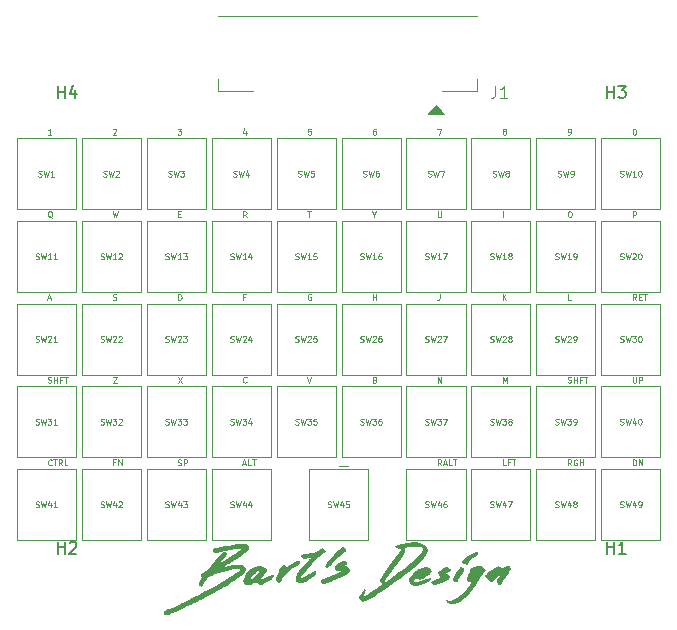
<source format=gbr>
%TF.GenerationSoftware,KiCad,Pcbnew,8.0.6-1.fc40*%
%TF.CreationDate,2025-02-15T15:48:19+01:00*%
%TF.ProjectId,airMouse-keyboard,6169724d-6f75-4736-952d-6b6579626f61,RC1*%
%TF.SameCoordinates,Original*%
%TF.FileFunction,Legend,Top*%
%TF.FilePolarity,Positive*%
%FSLAX46Y46*%
G04 Gerber Fmt 4.6, Leading zero omitted, Abs format (unit mm)*
G04 Created by KiCad (PCBNEW 8.0.6-1.fc40) date 2025-02-15 15:48:19*
%MOMM*%
%LPD*%
G01*
G04 APERTURE LIST*
%ADD10C,0.100000*%
%ADD11C,0.150000*%
%ADD12C,0.080000*%
%ADD13C,0.000000*%
G04 APERTURE END LIST*
D10*
X126266666Y-79957419D02*
X126266666Y-80671704D01*
X126266666Y-80671704D02*
X126219047Y-80814561D01*
X126219047Y-80814561D02*
X126123809Y-80909800D01*
X126123809Y-80909800D02*
X125980952Y-80957419D01*
X125980952Y-80957419D02*
X125885714Y-80957419D01*
X127266666Y-80957419D02*
X126695238Y-80957419D01*
X126980952Y-80957419D02*
X126980952Y-79957419D01*
X126980952Y-79957419D02*
X126885714Y-80100276D01*
X126885714Y-80100276D02*
X126790476Y-80195514D01*
X126790476Y-80195514D02*
X126695238Y-80243133D01*
D11*
X89238095Y-80954819D02*
X89238095Y-79954819D01*
X89238095Y-80431009D02*
X89809523Y-80431009D01*
X89809523Y-80954819D02*
X89809523Y-79954819D01*
X90714285Y-80288152D02*
X90714285Y-80954819D01*
X90476190Y-79907200D02*
X90238095Y-80621485D01*
X90238095Y-80621485D02*
X90857142Y-80621485D01*
X135738095Y-80954819D02*
X135738095Y-79954819D01*
X135738095Y-80431009D02*
X136309523Y-80431009D01*
X136309523Y-80954819D02*
X136309523Y-79954819D01*
X136690476Y-79954819D02*
X137309523Y-79954819D01*
X137309523Y-79954819D02*
X136976190Y-80335771D01*
X136976190Y-80335771D02*
X137119047Y-80335771D01*
X137119047Y-80335771D02*
X137214285Y-80383390D01*
X137214285Y-80383390D02*
X137261904Y-80431009D01*
X137261904Y-80431009D02*
X137309523Y-80526247D01*
X137309523Y-80526247D02*
X137309523Y-80764342D01*
X137309523Y-80764342D02*
X137261904Y-80859580D01*
X137261904Y-80859580D02*
X137214285Y-80907200D01*
X137214285Y-80907200D02*
X137119047Y-80954819D01*
X137119047Y-80954819D02*
X136833333Y-80954819D01*
X136833333Y-80954819D02*
X136738095Y-80907200D01*
X136738095Y-80907200D02*
X136690476Y-80859580D01*
X89238095Y-119554819D02*
X89238095Y-118554819D01*
X89238095Y-119031009D02*
X89809523Y-119031009D01*
X89809523Y-119554819D02*
X89809523Y-118554819D01*
X90238095Y-118650057D02*
X90285714Y-118602438D01*
X90285714Y-118602438D02*
X90380952Y-118554819D01*
X90380952Y-118554819D02*
X90619047Y-118554819D01*
X90619047Y-118554819D02*
X90714285Y-118602438D01*
X90714285Y-118602438D02*
X90761904Y-118650057D01*
X90761904Y-118650057D02*
X90809523Y-118745295D01*
X90809523Y-118745295D02*
X90809523Y-118840533D01*
X90809523Y-118840533D02*
X90761904Y-118983390D01*
X90761904Y-118983390D02*
X90190476Y-119554819D01*
X90190476Y-119554819D02*
X90809523Y-119554819D01*
X135738095Y-119554819D02*
X135738095Y-118554819D01*
X135738095Y-119031009D02*
X136309523Y-119031009D01*
X136309523Y-119554819D02*
X136309523Y-118554819D01*
X137309523Y-119554819D02*
X136738095Y-119554819D01*
X137023809Y-119554819D02*
X137023809Y-118554819D01*
X137023809Y-118554819D02*
X136928571Y-118697676D01*
X136928571Y-118697676D02*
X136833333Y-118792914D01*
X136833333Y-118792914D02*
X136738095Y-118840533D01*
D12*
X103845239Y-101603340D02*
X103916667Y-101627149D01*
X103916667Y-101627149D02*
X104035715Y-101627149D01*
X104035715Y-101627149D02*
X104083334Y-101603340D01*
X104083334Y-101603340D02*
X104107143Y-101579530D01*
X104107143Y-101579530D02*
X104130953Y-101531911D01*
X104130953Y-101531911D02*
X104130953Y-101484292D01*
X104130953Y-101484292D02*
X104107143Y-101436673D01*
X104107143Y-101436673D02*
X104083334Y-101412863D01*
X104083334Y-101412863D02*
X104035715Y-101389054D01*
X104035715Y-101389054D02*
X103940477Y-101365244D01*
X103940477Y-101365244D02*
X103892858Y-101341435D01*
X103892858Y-101341435D02*
X103869048Y-101317625D01*
X103869048Y-101317625D02*
X103845239Y-101270006D01*
X103845239Y-101270006D02*
X103845239Y-101222387D01*
X103845239Y-101222387D02*
X103869048Y-101174768D01*
X103869048Y-101174768D02*
X103892858Y-101150959D01*
X103892858Y-101150959D02*
X103940477Y-101127149D01*
X103940477Y-101127149D02*
X104059524Y-101127149D01*
X104059524Y-101127149D02*
X104130953Y-101150959D01*
X104297619Y-101127149D02*
X104416667Y-101627149D01*
X104416667Y-101627149D02*
X104511905Y-101270006D01*
X104511905Y-101270006D02*
X104607143Y-101627149D01*
X104607143Y-101627149D02*
X104726191Y-101127149D01*
X104892858Y-101174768D02*
X104916667Y-101150959D01*
X104916667Y-101150959D02*
X104964286Y-101127149D01*
X104964286Y-101127149D02*
X105083334Y-101127149D01*
X105083334Y-101127149D02*
X105130953Y-101150959D01*
X105130953Y-101150959D02*
X105154762Y-101174768D01*
X105154762Y-101174768D02*
X105178572Y-101222387D01*
X105178572Y-101222387D02*
X105178572Y-101270006D01*
X105178572Y-101270006D02*
X105154762Y-101341435D01*
X105154762Y-101341435D02*
X104869048Y-101627149D01*
X104869048Y-101627149D02*
X105178572Y-101627149D01*
X105607143Y-101293816D02*
X105607143Y-101627149D01*
X105488095Y-101103340D02*
X105369048Y-101460482D01*
X105369048Y-101460482D02*
X105678571Y-101460482D01*
X105088345Y-97822744D02*
X104921678Y-97822744D01*
X104921678Y-98084649D02*
X104921678Y-97584649D01*
X104921678Y-97584649D02*
X105159773Y-97584649D01*
X131583334Y-87603340D02*
X131654762Y-87627149D01*
X131654762Y-87627149D02*
X131773810Y-87627149D01*
X131773810Y-87627149D02*
X131821429Y-87603340D01*
X131821429Y-87603340D02*
X131845238Y-87579530D01*
X131845238Y-87579530D02*
X131869048Y-87531911D01*
X131869048Y-87531911D02*
X131869048Y-87484292D01*
X131869048Y-87484292D02*
X131845238Y-87436673D01*
X131845238Y-87436673D02*
X131821429Y-87412863D01*
X131821429Y-87412863D02*
X131773810Y-87389054D01*
X131773810Y-87389054D02*
X131678572Y-87365244D01*
X131678572Y-87365244D02*
X131630953Y-87341435D01*
X131630953Y-87341435D02*
X131607143Y-87317625D01*
X131607143Y-87317625D02*
X131583334Y-87270006D01*
X131583334Y-87270006D02*
X131583334Y-87222387D01*
X131583334Y-87222387D02*
X131607143Y-87174768D01*
X131607143Y-87174768D02*
X131630953Y-87150959D01*
X131630953Y-87150959D02*
X131678572Y-87127149D01*
X131678572Y-87127149D02*
X131797619Y-87127149D01*
X131797619Y-87127149D02*
X131869048Y-87150959D01*
X132035714Y-87127149D02*
X132154762Y-87627149D01*
X132154762Y-87627149D02*
X132250000Y-87270006D01*
X132250000Y-87270006D02*
X132345238Y-87627149D01*
X132345238Y-87627149D02*
X132464286Y-87127149D01*
X132678572Y-87627149D02*
X132773810Y-87627149D01*
X132773810Y-87627149D02*
X132821429Y-87603340D01*
X132821429Y-87603340D02*
X132845238Y-87579530D01*
X132845238Y-87579530D02*
X132892857Y-87508101D01*
X132892857Y-87508101D02*
X132916667Y-87412863D01*
X132916667Y-87412863D02*
X132916667Y-87222387D01*
X132916667Y-87222387D02*
X132892857Y-87174768D01*
X132892857Y-87174768D02*
X132869048Y-87150959D01*
X132869048Y-87150959D02*
X132821429Y-87127149D01*
X132821429Y-87127149D02*
X132726191Y-87127149D01*
X132726191Y-87127149D02*
X132678572Y-87150959D01*
X132678572Y-87150959D02*
X132654762Y-87174768D01*
X132654762Y-87174768D02*
X132630953Y-87222387D01*
X132630953Y-87222387D02*
X132630953Y-87341435D01*
X132630953Y-87341435D02*
X132654762Y-87389054D01*
X132654762Y-87389054D02*
X132678572Y-87412863D01*
X132678572Y-87412863D02*
X132726191Y-87436673D01*
X132726191Y-87436673D02*
X132821429Y-87436673D01*
X132821429Y-87436673D02*
X132869048Y-87412863D01*
X132869048Y-87412863D02*
X132892857Y-87389054D01*
X132892857Y-87389054D02*
X132916667Y-87341435D01*
X132445488Y-84084649D02*
X132540726Y-84084649D01*
X132540726Y-84084649D02*
X132588345Y-84060840D01*
X132588345Y-84060840D02*
X132612154Y-84037030D01*
X132612154Y-84037030D02*
X132659773Y-83965601D01*
X132659773Y-83965601D02*
X132683583Y-83870363D01*
X132683583Y-83870363D02*
X132683583Y-83679887D01*
X132683583Y-83679887D02*
X132659773Y-83632268D01*
X132659773Y-83632268D02*
X132635964Y-83608459D01*
X132635964Y-83608459D02*
X132588345Y-83584649D01*
X132588345Y-83584649D02*
X132493107Y-83584649D01*
X132493107Y-83584649D02*
X132445488Y-83608459D01*
X132445488Y-83608459D02*
X132421678Y-83632268D01*
X132421678Y-83632268D02*
X132397869Y-83679887D01*
X132397869Y-83679887D02*
X132397869Y-83798935D01*
X132397869Y-83798935D02*
X132421678Y-83846554D01*
X132421678Y-83846554D02*
X132445488Y-83870363D01*
X132445488Y-83870363D02*
X132493107Y-83894173D01*
X132493107Y-83894173D02*
X132588345Y-83894173D01*
X132588345Y-83894173D02*
X132635964Y-83870363D01*
X132635964Y-83870363D02*
X132659773Y-83846554D01*
X132659773Y-83846554D02*
X132683583Y-83798935D01*
X103845239Y-115603340D02*
X103916667Y-115627149D01*
X103916667Y-115627149D02*
X104035715Y-115627149D01*
X104035715Y-115627149D02*
X104083334Y-115603340D01*
X104083334Y-115603340D02*
X104107143Y-115579530D01*
X104107143Y-115579530D02*
X104130953Y-115531911D01*
X104130953Y-115531911D02*
X104130953Y-115484292D01*
X104130953Y-115484292D02*
X104107143Y-115436673D01*
X104107143Y-115436673D02*
X104083334Y-115412863D01*
X104083334Y-115412863D02*
X104035715Y-115389054D01*
X104035715Y-115389054D02*
X103940477Y-115365244D01*
X103940477Y-115365244D02*
X103892858Y-115341435D01*
X103892858Y-115341435D02*
X103869048Y-115317625D01*
X103869048Y-115317625D02*
X103845239Y-115270006D01*
X103845239Y-115270006D02*
X103845239Y-115222387D01*
X103845239Y-115222387D02*
X103869048Y-115174768D01*
X103869048Y-115174768D02*
X103892858Y-115150959D01*
X103892858Y-115150959D02*
X103940477Y-115127149D01*
X103940477Y-115127149D02*
X104059524Y-115127149D01*
X104059524Y-115127149D02*
X104130953Y-115150959D01*
X104297619Y-115127149D02*
X104416667Y-115627149D01*
X104416667Y-115627149D02*
X104511905Y-115270006D01*
X104511905Y-115270006D02*
X104607143Y-115627149D01*
X104607143Y-115627149D02*
X104726191Y-115127149D01*
X105130953Y-115293816D02*
X105130953Y-115627149D01*
X105011905Y-115103340D02*
X104892858Y-115460482D01*
X104892858Y-115460482D02*
X105202381Y-115460482D01*
X105607143Y-115293816D02*
X105607143Y-115627149D01*
X105488095Y-115103340D02*
X105369048Y-115460482D01*
X105369048Y-115460482D02*
X105678571Y-115460482D01*
X104897869Y-111941792D02*
X105135964Y-111941792D01*
X104850250Y-112084649D02*
X105016916Y-111584649D01*
X105016916Y-111584649D02*
X105183583Y-112084649D01*
X105588344Y-112084649D02*
X105350249Y-112084649D01*
X105350249Y-112084649D02*
X105350249Y-111584649D01*
X105683583Y-111584649D02*
X105969297Y-111584649D01*
X105826440Y-112084649D02*
X105826440Y-111584649D01*
X98345239Y-108603340D02*
X98416667Y-108627149D01*
X98416667Y-108627149D02*
X98535715Y-108627149D01*
X98535715Y-108627149D02*
X98583334Y-108603340D01*
X98583334Y-108603340D02*
X98607143Y-108579530D01*
X98607143Y-108579530D02*
X98630953Y-108531911D01*
X98630953Y-108531911D02*
X98630953Y-108484292D01*
X98630953Y-108484292D02*
X98607143Y-108436673D01*
X98607143Y-108436673D02*
X98583334Y-108412863D01*
X98583334Y-108412863D02*
X98535715Y-108389054D01*
X98535715Y-108389054D02*
X98440477Y-108365244D01*
X98440477Y-108365244D02*
X98392858Y-108341435D01*
X98392858Y-108341435D02*
X98369048Y-108317625D01*
X98369048Y-108317625D02*
X98345239Y-108270006D01*
X98345239Y-108270006D02*
X98345239Y-108222387D01*
X98345239Y-108222387D02*
X98369048Y-108174768D01*
X98369048Y-108174768D02*
X98392858Y-108150959D01*
X98392858Y-108150959D02*
X98440477Y-108127149D01*
X98440477Y-108127149D02*
X98559524Y-108127149D01*
X98559524Y-108127149D02*
X98630953Y-108150959D01*
X98797619Y-108127149D02*
X98916667Y-108627149D01*
X98916667Y-108627149D02*
X99011905Y-108270006D01*
X99011905Y-108270006D02*
X99107143Y-108627149D01*
X99107143Y-108627149D02*
X99226191Y-108127149D01*
X99369048Y-108127149D02*
X99678572Y-108127149D01*
X99678572Y-108127149D02*
X99511905Y-108317625D01*
X99511905Y-108317625D02*
X99583334Y-108317625D01*
X99583334Y-108317625D02*
X99630953Y-108341435D01*
X99630953Y-108341435D02*
X99654762Y-108365244D01*
X99654762Y-108365244D02*
X99678572Y-108412863D01*
X99678572Y-108412863D02*
X99678572Y-108531911D01*
X99678572Y-108531911D02*
X99654762Y-108579530D01*
X99654762Y-108579530D02*
X99630953Y-108603340D01*
X99630953Y-108603340D02*
X99583334Y-108627149D01*
X99583334Y-108627149D02*
X99440477Y-108627149D01*
X99440477Y-108627149D02*
X99392858Y-108603340D01*
X99392858Y-108603340D02*
X99369048Y-108579530D01*
X99845238Y-108127149D02*
X100154762Y-108127149D01*
X100154762Y-108127149D02*
X99988095Y-108317625D01*
X99988095Y-108317625D02*
X100059524Y-108317625D01*
X100059524Y-108317625D02*
X100107143Y-108341435D01*
X100107143Y-108341435D02*
X100130952Y-108365244D01*
X100130952Y-108365244D02*
X100154762Y-108412863D01*
X100154762Y-108412863D02*
X100154762Y-108531911D01*
X100154762Y-108531911D02*
X100130952Y-108579530D01*
X100130952Y-108579530D02*
X100107143Y-108603340D01*
X100107143Y-108603340D02*
X100059524Y-108627149D01*
X100059524Y-108627149D02*
X99916667Y-108627149D01*
X99916667Y-108627149D02*
X99869048Y-108603340D01*
X99869048Y-108603340D02*
X99845238Y-108579530D01*
X99374059Y-104584649D02*
X99707392Y-105084649D01*
X99707392Y-104584649D02*
X99374059Y-105084649D01*
X98583334Y-87603340D02*
X98654762Y-87627149D01*
X98654762Y-87627149D02*
X98773810Y-87627149D01*
X98773810Y-87627149D02*
X98821429Y-87603340D01*
X98821429Y-87603340D02*
X98845238Y-87579530D01*
X98845238Y-87579530D02*
X98869048Y-87531911D01*
X98869048Y-87531911D02*
X98869048Y-87484292D01*
X98869048Y-87484292D02*
X98845238Y-87436673D01*
X98845238Y-87436673D02*
X98821429Y-87412863D01*
X98821429Y-87412863D02*
X98773810Y-87389054D01*
X98773810Y-87389054D02*
X98678572Y-87365244D01*
X98678572Y-87365244D02*
X98630953Y-87341435D01*
X98630953Y-87341435D02*
X98607143Y-87317625D01*
X98607143Y-87317625D02*
X98583334Y-87270006D01*
X98583334Y-87270006D02*
X98583334Y-87222387D01*
X98583334Y-87222387D02*
X98607143Y-87174768D01*
X98607143Y-87174768D02*
X98630953Y-87150959D01*
X98630953Y-87150959D02*
X98678572Y-87127149D01*
X98678572Y-87127149D02*
X98797619Y-87127149D01*
X98797619Y-87127149D02*
X98869048Y-87150959D01*
X99035714Y-87127149D02*
X99154762Y-87627149D01*
X99154762Y-87627149D02*
X99250000Y-87270006D01*
X99250000Y-87270006D02*
X99345238Y-87627149D01*
X99345238Y-87627149D02*
X99464286Y-87127149D01*
X99607143Y-87127149D02*
X99916667Y-87127149D01*
X99916667Y-87127149D02*
X99750000Y-87317625D01*
X99750000Y-87317625D02*
X99821429Y-87317625D01*
X99821429Y-87317625D02*
X99869048Y-87341435D01*
X99869048Y-87341435D02*
X99892857Y-87365244D01*
X99892857Y-87365244D02*
X99916667Y-87412863D01*
X99916667Y-87412863D02*
X99916667Y-87531911D01*
X99916667Y-87531911D02*
X99892857Y-87579530D01*
X99892857Y-87579530D02*
X99869048Y-87603340D01*
X99869048Y-87603340D02*
X99821429Y-87627149D01*
X99821429Y-87627149D02*
X99678572Y-87627149D01*
X99678572Y-87627149D02*
X99630953Y-87603340D01*
X99630953Y-87603340D02*
X99607143Y-87579530D01*
X99374059Y-83584649D02*
X99683583Y-83584649D01*
X99683583Y-83584649D02*
X99516916Y-83775125D01*
X99516916Y-83775125D02*
X99588345Y-83775125D01*
X99588345Y-83775125D02*
X99635964Y-83798935D01*
X99635964Y-83798935D02*
X99659773Y-83822744D01*
X99659773Y-83822744D02*
X99683583Y-83870363D01*
X99683583Y-83870363D02*
X99683583Y-83989411D01*
X99683583Y-83989411D02*
X99659773Y-84037030D01*
X99659773Y-84037030D02*
X99635964Y-84060840D01*
X99635964Y-84060840D02*
X99588345Y-84084649D01*
X99588345Y-84084649D02*
X99445488Y-84084649D01*
X99445488Y-84084649D02*
X99397869Y-84060840D01*
X99397869Y-84060840D02*
X99374059Y-84037030D01*
X87583334Y-87603340D02*
X87654762Y-87627149D01*
X87654762Y-87627149D02*
X87773810Y-87627149D01*
X87773810Y-87627149D02*
X87821429Y-87603340D01*
X87821429Y-87603340D02*
X87845238Y-87579530D01*
X87845238Y-87579530D02*
X87869048Y-87531911D01*
X87869048Y-87531911D02*
X87869048Y-87484292D01*
X87869048Y-87484292D02*
X87845238Y-87436673D01*
X87845238Y-87436673D02*
X87821429Y-87412863D01*
X87821429Y-87412863D02*
X87773810Y-87389054D01*
X87773810Y-87389054D02*
X87678572Y-87365244D01*
X87678572Y-87365244D02*
X87630953Y-87341435D01*
X87630953Y-87341435D02*
X87607143Y-87317625D01*
X87607143Y-87317625D02*
X87583334Y-87270006D01*
X87583334Y-87270006D02*
X87583334Y-87222387D01*
X87583334Y-87222387D02*
X87607143Y-87174768D01*
X87607143Y-87174768D02*
X87630953Y-87150959D01*
X87630953Y-87150959D02*
X87678572Y-87127149D01*
X87678572Y-87127149D02*
X87797619Y-87127149D01*
X87797619Y-87127149D02*
X87869048Y-87150959D01*
X88035714Y-87127149D02*
X88154762Y-87627149D01*
X88154762Y-87627149D02*
X88250000Y-87270006D01*
X88250000Y-87270006D02*
X88345238Y-87627149D01*
X88345238Y-87627149D02*
X88464286Y-87127149D01*
X88916667Y-87627149D02*
X88630953Y-87627149D01*
X88773810Y-87627149D02*
X88773810Y-87127149D01*
X88773810Y-87127149D02*
X88726191Y-87198578D01*
X88726191Y-87198578D02*
X88678572Y-87246197D01*
X88678572Y-87246197D02*
X88630953Y-87270006D01*
X88683583Y-84084649D02*
X88397869Y-84084649D01*
X88540726Y-84084649D02*
X88540726Y-83584649D01*
X88540726Y-83584649D02*
X88493107Y-83656078D01*
X88493107Y-83656078D02*
X88445488Y-83703697D01*
X88445488Y-83703697D02*
X88397869Y-83727506D01*
X114845239Y-94603340D02*
X114916667Y-94627149D01*
X114916667Y-94627149D02*
X115035715Y-94627149D01*
X115035715Y-94627149D02*
X115083334Y-94603340D01*
X115083334Y-94603340D02*
X115107143Y-94579530D01*
X115107143Y-94579530D02*
X115130953Y-94531911D01*
X115130953Y-94531911D02*
X115130953Y-94484292D01*
X115130953Y-94484292D02*
X115107143Y-94436673D01*
X115107143Y-94436673D02*
X115083334Y-94412863D01*
X115083334Y-94412863D02*
X115035715Y-94389054D01*
X115035715Y-94389054D02*
X114940477Y-94365244D01*
X114940477Y-94365244D02*
X114892858Y-94341435D01*
X114892858Y-94341435D02*
X114869048Y-94317625D01*
X114869048Y-94317625D02*
X114845239Y-94270006D01*
X114845239Y-94270006D02*
X114845239Y-94222387D01*
X114845239Y-94222387D02*
X114869048Y-94174768D01*
X114869048Y-94174768D02*
X114892858Y-94150959D01*
X114892858Y-94150959D02*
X114940477Y-94127149D01*
X114940477Y-94127149D02*
X115059524Y-94127149D01*
X115059524Y-94127149D02*
X115130953Y-94150959D01*
X115297619Y-94127149D02*
X115416667Y-94627149D01*
X115416667Y-94627149D02*
X115511905Y-94270006D01*
X115511905Y-94270006D02*
X115607143Y-94627149D01*
X115607143Y-94627149D02*
X115726191Y-94127149D01*
X116178572Y-94627149D02*
X115892858Y-94627149D01*
X116035715Y-94627149D02*
X116035715Y-94127149D01*
X116035715Y-94127149D02*
X115988096Y-94198578D01*
X115988096Y-94198578D02*
X115940477Y-94246197D01*
X115940477Y-94246197D02*
X115892858Y-94270006D01*
X116607143Y-94127149D02*
X116511905Y-94127149D01*
X116511905Y-94127149D02*
X116464286Y-94150959D01*
X116464286Y-94150959D02*
X116440476Y-94174768D01*
X116440476Y-94174768D02*
X116392857Y-94246197D01*
X116392857Y-94246197D02*
X116369048Y-94341435D01*
X116369048Y-94341435D02*
X116369048Y-94531911D01*
X116369048Y-94531911D02*
X116392857Y-94579530D01*
X116392857Y-94579530D02*
X116416667Y-94603340D01*
X116416667Y-94603340D02*
X116464286Y-94627149D01*
X116464286Y-94627149D02*
X116559524Y-94627149D01*
X116559524Y-94627149D02*
X116607143Y-94603340D01*
X116607143Y-94603340D02*
X116630952Y-94579530D01*
X116630952Y-94579530D02*
X116654762Y-94531911D01*
X116654762Y-94531911D02*
X116654762Y-94412863D01*
X116654762Y-94412863D02*
X116630952Y-94365244D01*
X116630952Y-94365244D02*
X116607143Y-94341435D01*
X116607143Y-94341435D02*
X116559524Y-94317625D01*
X116559524Y-94317625D02*
X116464286Y-94317625D01*
X116464286Y-94317625D02*
X116416667Y-94341435D01*
X116416667Y-94341435D02*
X116392857Y-94365244D01*
X116392857Y-94365244D02*
X116369048Y-94412863D01*
X116016916Y-90846554D02*
X116016916Y-91084649D01*
X115850250Y-90584649D02*
X116016916Y-90846554D01*
X116016916Y-90846554D02*
X116183583Y-90584649D01*
X92845239Y-108603340D02*
X92916667Y-108627149D01*
X92916667Y-108627149D02*
X93035715Y-108627149D01*
X93035715Y-108627149D02*
X93083334Y-108603340D01*
X93083334Y-108603340D02*
X93107143Y-108579530D01*
X93107143Y-108579530D02*
X93130953Y-108531911D01*
X93130953Y-108531911D02*
X93130953Y-108484292D01*
X93130953Y-108484292D02*
X93107143Y-108436673D01*
X93107143Y-108436673D02*
X93083334Y-108412863D01*
X93083334Y-108412863D02*
X93035715Y-108389054D01*
X93035715Y-108389054D02*
X92940477Y-108365244D01*
X92940477Y-108365244D02*
X92892858Y-108341435D01*
X92892858Y-108341435D02*
X92869048Y-108317625D01*
X92869048Y-108317625D02*
X92845239Y-108270006D01*
X92845239Y-108270006D02*
X92845239Y-108222387D01*
X92845239Y-108222387D02*
X92869048Y-108174768D01*
X92869048Y-108174768D02*
X92892858Y-108150959D01*
X92892858Y-108150959D02*
X92940477Y-108127149D01*
X92940477Y-108127149D02*
X93059524Y-108127149D01*
X93059524Y-108127149D02*
X93130953Y-108150959D01*
X93297619Y-108127149D02*
X93416667Y-108627149D01*
X93416667Y-108627149D02*
X93511905Y-108270006D01*
X93511905Y-108270006D02*
X93607143Y-108627149D01*
X93607143Y-108627149D02*
X93726191Y-108127149D01*
X93869048Y-108127149D02*
X94178572Y-108127149D01*
X94178572Y-108127149D02*
X94011905Y-108317625D01*
X94011905Y-108317625D02*
X94083334Y-108317625D01*
X94083334Y-108317625D02*
X94130953Y-108341435D01*
X94130953Y-108341435D02*
X94154762Y-108365244D01*
X94154762Y-108365244D02*
X94178572Y-108412863D01*
X94178572Y-108412863D02*
X94178572Y-108531911D01*
X94178572Y-108531911D02*
X94154762Y-108579530D01*
X94154762Y-108579530D02*
X94130953Y-108603340D01*
X94130953Y-108603340D02*
X94083334Y-108627149D01*
X94083334Y-108627149D02*
X93940477Y-108627149D01*
X93940477Y-108627149D02*
X93892858Y-108603340D01*
X93892858Y-108603340D02*
X93869048Y-108579530D01*
X94369048Y-108174768D02*
X94392857Y-108150959D01*
X94392857Y-108150959D02*
X94440476Y-108127149D01*
X94440476Y-108127149D02*
X94559524Y-108127149D01*
X94559524Y-108127149D02*
X94607143Y-108150959D01*
X94607143Y-108150959D02*
X94630952Y-108174768D01*
X94630952Y-108174768D02*
X94654762Y-108222387D01*
X94654762Y-108222387D02*
X94654762Y-108270006D01*
X94654762Y-108270006D02*
X94630952Y-108341435D01*
X94630952Y-108341435D02*
X94345238Y-108627149D01*
X94345238Y-108627149D02*
X94654762Y-108627149D01*
X93874059Y-104584649D02*
X94207392Y-104584649D01*
X94207392Y-104584649D02*
X93874059Y-105084649D01*
X93874059Y-105084649D02*
X94207392Y-105084649D01*
X125845239Y-101603340D02*
X125916667Y-101627149D01*
X125916667Y-101627149D02*
X126035715Y-101627149D01*
X126035715Y-101627149D02*
X126083334Y-101603340D01*
X126083334Y-101603340D02*
X126107143Y-101579530D01*
X126107143Y-101579530D02*
X126130953Y-101531911D01*
X126130953Y-101531911D02*
X126130953Y-101484292D01*
X126130953Y-101484292D02*
X126107143Y-101436673D01*
X126107143Y-101436673D02*
X126083334Y-101412863D01*
X126083334Y-101412863D02*
X126035715Y-101389054D01*
X126035715Y-101389054D02*
X125940477Y-101365244D01*
X125940477Y-101365244D02*
X125892858Y-101341435D01*
X125892858Y-101341435D02*
X125869048Y-101317625D01*
X125869048Y-101317625D02*
X125845239Y-101270006D01*
X125845239Y-101270006D02*
X125845239Y-101222387D01*
X125845239Y-101222387D02*
X125869048Y-101174768D01*
X125869048Y-101174768D02*
X125892858Y-101150959D01*
X125892858Y-101150959D02*
X125940477Y-101127149D01*
X125940477Y-101127149D02*
X126059524Y-101127149D01*
X126059524Y-101127149D02*
X126130953Y-101150959D01*
X126297619Y-101127149D02*
X126416667Y-101627149D01*
X126416667Y-101627149D02*
X126511905Y-101270006D01*
X126511905Y-101270006D02*
X126607143Y-101627149D01*
X126607143Y-101627149D02*
X126726191Y-101127149D01*
X126892858Y-101174768D02*
X126916667Y-101150959D01*
X126916667Y-101150959D02*
X126964286Y-101127149D01*
X126964286Y-101127149D02*
X127083334Y-101127149D01*
X127083334Y-101127149D02*
X127130953Y-101150959D01*
X127130953Y-101150959D02*
X127154762Y-101174768D01*
X127154762Y-101174768D02*
X127178572Y-101222387D01*
X127178572Y-101222387D02*
X127178572Y-101270006D01*
X127178572Y-101270006D02*
X127154762Y-101341435D01*
X127154762Y-101341435D02*
X126869048Y-101627149D01*
X126869048Y-101627149D02*
X127178572Y-101627149D01*
X127464286Y-101341435D02*
X127416667Y-101317625D01*
X127416667Y-101317625D02*
X127392857Y-101293816D01*
X127392857Y-101293816D02*
X127369048Y-101246197D01*
X127369048Y-101246197D02*
X127369048Y-101222387D01*
X127369048Y-101222387D02*
X127392857Y-101174768D01*
X127392857Y-101174768D02*
X127416667Y-101150959D01*
X127416667Y-101150959D02*
X127464286Y-101127149D01*
X127464286Y-101127149D02*
X127559524Y-101127149D01*
X127559524Y-101127149D02*
X127607143Y-101150959D01*
X127607143Y-101150959D02*
X127630952Y-101174768D01*
X127630952Y-101174768D02*
X127654762Y-101222387D01*
X127654762Y-101222387D02*
X127654762Y-101246197D01*
X127654762Y-101246197D02*
X127630952Y-101293816D01*
X127630952Y-101293816D02*
X127607143Y-101317625D01*
X127607143Y-101317625D02*
X127559524Y-101341435D01*
X127559524Y-101341435D02*
X127464286Y-101341435D01*
X127464286Y-101341435D02*
X127416667Y-101365244D01*
X127416667Y-101365244D02*
X127392857Y-101389054D01*
X127392857Y-101389054D02*
X127369048Y-101436673D01*
X127369048Y-101436673D02*
X127369048Y-101531911D01*
X127369048Y-101531911D02*
X127392857Y-101579530D01*
X127392857Y-101579530D02*
X127416667Y-101603340D01*
X127416667Y-101603340D02*
X127464286Y-101627149D01*
X127464286Y-101627149D02*
X127559524Y-101627149D01*
X127559524Y-101627149D02*
X127607143Y-101603340D01*
X127607143Y-101603340D02*
X127630952Y-101579530D01*
X127630952Y-101579530D02*
X127654762Y-101531911D01*
X127654762Y-101531911D02*
X127654762Y-101436673D01*
X127654762Y-101436673D02*
X127630952Y-101389054D01*
X127630952Y-101389054D02*
X127607143Y-101365244D01*
X127607143Y-101365244D02*
X127559524Y-101341435D01*
X126921678Y-98084649D02*
X126921678Y-97584649D01*
X127207392Y-98084649D02*
X126993107Y-97798935D01*
X127207392Y-97584649D02*
X126921678Y-97870363D01*
X120345239Y-115603340D02*
X120416667Y-115627149D01*
X120416667Y-115627149D02*
X120535715Y-115627149D01*
X120535715Y-115627149D02*
X120583334Y-115603340D01*
X120583334Y-115603340D02*
X120607143Y-115579530D01*
X120607143Y-115579530D02*
X120630953Y-115531911D01*
X120630953Y-115531911D02*
X120630953Y-115484292D01*
X120630953Y-115484292D02*
X120607143Y-115436673D01*
X120607143Y-115436673D02*
X120583334Y-115412863D01*
X120583334Y-115412863D02*
X120535715Y-115389054D01*
X120535715Y-115389054D02*
X120440477Y-115365244D01*
X120440477Y-115365244D02*
X120392858Y-115341435D01*
X120392858Y-115341435D02*
X120369048Y-115317625D01*
X120369048Y-115317625D02*
X120345239Y-115270006D01*
X120345239Y-115270006D02*
X120345239Y-115222387D01*
X120345239Y-115222387D02*
X120369048Y-115174768D01*
X120369048Y-115174768D02*
X120392858Y-115150959D01*
X120392858Y-115150959D02*
X120440477Y-115127149D01*
X120440477Y-115127149D02*
X120559524Y-115127149D01*
X120559524Y-115127149D02*
X120630953Y-115150959D01*
X120797619Y-115127149D02*
X120916667Y-115627149D01*
X120916667Y-115627149D02*
X121011905Y-115270006D01*
X121011905Y-115270006D02*
X121107143Y-115627149D01*
X121107143Y-115627149D02*
X121226191Y-115127149D01*
X121630953Y-115293816D02*
X121630953Y-115627149D01*
X121511905Y-115103340D02*
X121392858Y-115460482D01*
X121392858Y-115460482D02*
X121702381Y-115460482D01*
X122107143Y-115127149D02*
X122011905Y-115127149D01*
X122011905Y-115127149D02*
X121964286Y-115150959D01*
X121964286Y-115150959D02*
X121940476Y-115174768D01*
X121940476Y-115174768D02*
X121892857Y-115246197D01*
X121892857Y-115246197D02*
X121869048Y-115341435D01*
X121869048Y-115341435D02*
X121869048Y-115531911D01*
X121869048Y-115531911D02*
X121892857Y-115579530D01*
X121892857Y-115579530D02*
X121916667Y-115603340D01*
X121916667Y-115603340D02*
X121964286Y-115627149D01*
X121964286Y-115627149D02*
X122059524Y-115627149D01*
X122059524Y-115627149D02*
X122107143Y-115603340D01*
X122107143Y-115603340D02*
X122130952Y-115579530D01*
X122130952Y-115579530D02*
X122154762Y-115531911D01*
X122154762Y-115531911D02*
X122154762Y-115412863D01*
X122154762Y-115412863D02*
X122130952Y-115365244D01*
X122130952Y-115365244D02*
X122107143Y-115341435D01*
X122107143Y-115341435D02*
X122059524Y-115317625D01*
X122059524Y-115317625D02*
X121964286Y-115317625D01*
X121964286Y-115317625D02*
X121916667Y-115341435D01*
X121916667Y-115341435D02*
X121892857Y-115365244D01*
X121892857Y-115365244D02*
X121869048Y-115412863D01*
X121707392Y-112084649D02*
X121540726Y-111846554D01*
X121421678Y-112084649D02*
X121421678Y-111584649D01*
X121421678Y-111584649D02*
X121612154Y-111584649D01*
X121612154Y-111584649D02*
X121659773Y-111608459D01*
X121659773Y-111608459D02*
X121683583Y-111632268D01*
X121683583Y-111632268D02*
X121707392Y-111679887D01*
X121707392Y-111679887D02*
X121707392Y-111751316D01*
X121707392Y-111751316D02*
X121683583Y-111798935D01*
X121683583Y-111798935D02*
X121659773Y-111822744D01*
X121659773Y-111822744D02*
X121612154Y-111846554D01*
X121612154Y-111846554D02*
X121421678Y-111846554D01*
X121897869Y-111941792D02*
X122135964Y-111941792D01*
X121850250Y-112084649D02*
X122016916Y-111584649D01*
X122016916Y-111584649D02*
X122183583Y-112084649D01*
X122588344Y-112084649D02*
X122350249Y-112084649D01*
X122350249Y-112084649D02*
X122350249Y-111584649D01*
X122683583Y-111584649D02*
X122969297Y-111584649D01*
X122826440Y-112084649D02*
X122826440Y-111584649D01*
X120345239Y-108603340D02*
X120416667Y-108627149D01*
X120416667Y-108627149D02*
X120535715Y-108627149D01*
X120535715Y-108627149D02*
X120583334Y-108603340D01*
X120583334Y-108603340D02*
X120607143Y-108579530D01*
X120607143Y-108579530D02*
X120630953Y-108531911D01*
X120630953Y-108531911D02*
X120630953Y-108484292D01*
X120630953Y-108484292D02*
X120607143Y-108436673D01*
X120607143Y-108436673D02*
X120583334Y-108412863D01*
X120583334Y-108412863D02*
X120535715Y-108389054D01*
X120535715Y-108389054D02*
X120440477Y-108365244D01*
X120440477Y-108365244D02*
X120392858Y-108341435D01*
X120392858Y-108341435D02*
X120369048Y-108317625D01*
X120369048Y-108317625D02*
X120345239Y-108270006D01*
X120345239Y-108270006D02*
X120345239Y-108222387D01*
X120345239Y-108222387D02*
X120369048Y-108174768D01*
X120369048Y-108174768D02*
X120392858Y-108150959D01*
X120392858Y-108150959D02*
X120440477Y-108127149D01*
X120440477Y-108127149D02*
X120559524Y-108127149D01*
X120559524Y-108127149D02*
X120630953Y-108150959D01*
X120797619Y-108127149D02*
X120916667Y-108627149D01*
X120916667Y-108627149D02*
X121011905Y-108270006D01*
X121011905Y-108270006D02*
X121107143Y-108627149D01*
X121107143Y-108627149D02*
X121226191Y-108127149D01*
X121369048Y-108127149D02*
X121678572Y-108127149D01*
X121678572Y-108127149D02*
X121511905Y-108317625D01*
X121511905Y-108317625D02*
X121583334Y-108317625D01*
X121583334Y-108317625D02*
X121630953Y-108341435D01*
X121630953Y-108341435D02*
X121654762Y-108365244D01*
X121654762Y-108365244D02*
X121678572Y-108412863D01*
X121678572Y-108412863D02*
X121678572Y-108531911D01*
X121678572Y-108531911D02*
X121654762Y-108579530D01*
X121654762Y-108579530D02*
X121630953Y-108603340D01*
X121630953Y-108603340D02*
X121583334Y-108627149D01*
X121583334Y-108627149D02*
X121440477Y-108627149D01*
X121440477Y-108627149D02*
X121392858Y-108603340D01*
X121392858Y-108603340D02*
X121369048Y-108579530D01*
X121845238Y-108127149D02*
X122178571Y-108127149D01*
X122178571Y-108127149D02*
X121964286Y-108627149D01*
X121421678Y-105084649D02*
X121421678Y-104584649D01*
X121421678Y-104584649D02*
X121707392Y-105084649D01*
X121707392Y-105084649D02*
X121707392Y-104584649D01*
X109583334Y-87603340D02*
X109654762Y-87627149D01*
X109654762Y-87627149D02*
X109773810Y-87627149D01*
X109773810Y-87627149D02*
X109821429Y-87603340D01*
X109821429Y-87603340D02*
X109845238Y-87579530D01*
X109845238Y-87579530D02*
X109869048Y-87531911D01*
X109869048Y-87531911D02*
X109869048Y-87484292D01*
X109869048Y-87484292D02*
X109845238Y-87436673D01*
X109845238Y-87436673D02*
X109821429Y-87412863D01*
X109821429Y-87412863D02*
X109773810Y-87389054D01*
X109773810Y-87389054D02*
X109678572Y-87365244D01*
X109678572Y-87365244D02*
X109630953Y-87341435D01*
X109630953Y-87341435D02*
X109607143Y-87317625D01*
X109607143Y-87317625D02*
X109583334Y-87270006D01*
X109583334Y-87270006D02*
X109583334Y-87222387D01*
X109583334Y-87222387D02*
X109607143Y-87174768D01*
X109607143Y-87174768D02*
X109630953Y-87150959D01*
X109630953Y-87150959D02*
X109678572Y-87127149D01*
X109678572Y-87127149D02*
X109797619Y-87127149D01*
X109797619Y-87127149D02*
X109869048Y-87150959D01*
X110035714Y-87127149D02*
X110154762Y-87627149D01*
X110154762Y-87627149D02*
X110250000Y-87270006D01*
X110250000Y-87270006D02*
X110345238Y-87627149D01*
X110345238Y-87627149D02*
X110464286Y-87127149D01*
X110892857Y-87127149D02*
X110654762Y-87127149D01*
X110654762Y-87127149D02*
X110630953Y-87365244D01*
X110630953Y-87365244D02*
X110654762Y-87341435D01*
X110654762Y-87341435D02*
X110702381Y-87317625D01*
X110702381Y-87317625D02*
X110821429Y-87317625D01*
X110821429Y-87317625D02*
X110869048Y-87341435D01*
X110869048Y-87341435D02*
X110892857Y-87365244D01*
X110892857Y-87365244D02*
X110916667Y-87412863D01*
X110916667Y-87412863D02*
X110916667Y-87531911D01*
X110916667Y-87531911D02*
X110892857Y-87579530D01*
X110892857Y-87579530D02*
X110869048Y-87603340D01*
X110869048Y-87603340D02*
X110821429Y-87627149D01*
X110821429Y-87627149D02*
X110702381Y-87627149D01*
X110702381Y-87627149D02*
X110654762Y-87603340D01*
X110654762Y-87603340D02*
X110630953Y-87579530D01*
X110659773Y-83584649D02*
X110421678Y-83584649D01*
X110421678Y-83584649D02*
X110397869Y-83822744D01*
X110397869Y-83822744D02*
X110421678Y-83798935D01*
X110421678Y-83798935D02*
X110469297Y-83775125D01*
X110469297Y-83775125D02*
X110588345Y-83775125D01*
X110588345Y-83775125D02*
X110635964Y-83798935D01*
X110635964Y-83798935D02*
X110659773Y-83822744D01*
X110659773Y-83822744D02*
X110683583Y-83870363D01*
X110683583Y-83870363D02*
X110683583Y-83989411D01*
X110683583Y-83989411D02*
X110659773Y-84037030D01*
X110659773Y-84037030D02*
X110635964Y-84060840D01*
X110635964Y-84060840D02*
X110588345Y-84084649D01*
X110588345Y-84084649D02*
X110469297Y-84084649D01*
X110469297Y-84084649D02*
X110421678Y-84060840D01*
X110421678Y-84060840D02*
X110397869Y-84037030D01*
X136845239Y-87603340D02*
X136916667Y-87627149D01*
X136916667Y-87627149D02*
X137035715Y-87627149D01*
X137035715Y-87627149D02*
X137083334Y-87603340D01*
X137083334Y-87603340D02*
X137107143Y-87579530D01*
X137107143Y-87579530D02*
X137130953Y-87531911D01*
X137130953Y-87531911D02*
X137130953Y-87484292D01*
X137130953Y-87484292D02*
X137107143Y-87436673D01*
X137107143Y-87436673D02*
X137083334Y-87412863D01*
X137083334Y-87412863D02*
X137035715Y-87389054D01*
X137035715Y-87389054D02*
X136940477Y-87365244D01*
X136940477Y-87365244D02*
X136892858Y-87341435D01*
X136892858Y-87341435D02*
X136869048Y-87317625D01*
X136869048Y-87317625D02*
X136845239Y-87270006D01*
X136845239Y-87270006D02*
X136845239Y-87222387D01*
X136845239Y-87222387D02*
X136869048Y-87174768D01*
X136869048Y-87174768D02*
X136892858Y-87150959D01*
X136892858Y-87150959D02*
X136940477Y-87127149D01*
X136940477Y-87127149D02*
X137059524Y-87127149D01*
X137059524Y-87127149D02*
X137130953Y-87150959D01*
X137297619Y-87127149D02*
X137416667Y-87627149D01*
X137416667Y-87627149D02*
X137511905Y-87270006D01*
X137511905Y-87270006D02*
X137607143Y-87627149D01*
X137607143Y-87627149D02*
X137726191Y-87127149D01*
X138178572Y-87627149D02*
X137892858Y-87627149D01*
X138035715Y-87627149D02*
X138035715Y-87127149D01*
X138035715Y-87127149D02*
X137988096Y-87198578D01*
X137988096Y-87198578D02*
X137940477Y-87246197D01*
X137940477Y-87246197D02*
X137892858Y-87270006D01*
X138488095Y-87127149D02*
X138535714Y-87127149D01*
X138535714Y-87127149D02*
X138583333Y-87150959D01*
X138583333Y-87150959D02*
X138607143Y-87174768D01*
X138607143Y-87174768D02*
X138630952Y-87222387D01*
X138630952Y-87222387D02*
X138654762Y-87317625D01*
X138654762Y-87317625D02*
X138654762Y-87436673D01*
X138654762Y-87436673D02*
X138630952Y-87531911D01*
X138630952Y-87531911D02*
X138607143Y-87579530D01*
X138607143Y-87579530D02*
X138583333Y-87603340D01*
X138583333Y-87603340D02*
X138535714Y-87627149D01*
X138535714Y-87627149D02*
X138488095Y-87627149D01*
X138488095Y-87627149D02*
X138440476Y-87603340D01*
X138440476Y-87603340D02*
X138416667Y-87579530D01*
X138416667Y-87579530D02*
X138392857Y-87531911D01*
X138392857Y-87531911D02*
X138369048Y-87436673D01*
X138369048Y-87436673D02*
X138369048Y-87317625D01*
X138369048Y-87317625D02*
X138392857Y-87222387D01*
X138392857Y-87222387D02*
X138416667Y-87174768D01*
X138416667Y-87174768D02*
X138440476Y-87150959D01*
X138440476Y-87150959D02*
X138488095Y-87127149D01*
X138016916Y-83584649D02*
X138064535Y-83584649D01*
X138064535Y-83584649D02*
X138112154Y-83608459D01*
X138112154Y-83608459D02*
X138135964Y-83632268D01*
X138135964Y-83632268D02*
X138159773Y-83679887D01*
X138159773Y-83679887D02*
X138183583Y-83775125D01*
X138183583Y-83775125D02*
X138183583Y-83894173D01*
X138183583Y-83894173D02*
X138159773Y-83989411D01*
X138159773Y-83989411D02*
X138135964Y-84037030D01*
X138135964Y-84037030D02*
X138112154Y-84060840D01*
X138112154Y-84060840D02*
X138064535Y-84084649D01*
X138064535Y-84084649D02*
X138016916Y-84084649D01*
X138016916Y-84084649D02*
X137969297Y-84060840D01*
X137969297Y-84060840D02*
X137945488Y-84037030D01*
X137945488Y-84037030D02*
X137921678Y-83989411D01*
X137921678Y-83989411D02*
X137897869Y-83894173D01*
X137897869Y-83894173D02*
X137897869Y-83775125D01*
X137897869Y-83775125D02*
X137921678Y-83679887D01*
X137921678Y-83679887D02*
X137945488Y-83632268D01*
X137945488Y-83632268D02*
X137969297Y-83608459D01*
X137969297Y-83608459D02*
X138016916Y-83584649D01*
X120345239Y-94603340D02*
X120416667Y-94627149D01*
X120416667Y-94627149D02*
X120535715Y-94627149D01*
X120535715Y-94627149D02*
X120583334Y-94603340D01*
X120583334Y-94603340D02*
X120607143Y-94579530D01*
X120607143Y-94579530D02*
X120630953Y-94531911D01*
X120630953Y-94531911D02*
X120630953Y-94484292D01*
X120630953Y-94484292D02*
X120607143Y-94436673D01*
X120607143Y-94436673D02*
X120583334Y-94412863D01*
X120583334Y-94412863D02*
X120535715Y-94389054D01*
X120535715Y-94389054D02*
X120440477Y-94365244D01*
X120440477Y-94365244D02*
X120392858Y-94341435D01*
X120392858Y-94341435D02*
X120369048Y-94317625D01*
X120369048Y-94317625D02*
X120345239Y-94270006D01*
X120345239Y-94270006D02*
X120345239Y-94222387D01*
X120345239Y-94222387D02*
X120369048Y-94174768D01*
X120369048Y-94174768D02*
X120392858Y-94150959D01*
X120392858Y-94150959D02*
X120440477Y-94127149D01*
X120440477Y-94127149D02*
X120559524Y-94127149D01*
X120559524Y-94127149D02*
X120630953Y-94150959D01*
X120797619Y-94127149D02*
X120916667Y-94627149D01*
X120916667Y-94627149D02*
X121011905Y-94270006D01*
X121011905Y-94270006D02*
X121107143Y-94627149D01*
X121107143Y-94627149D02*
X121226191Y-94127149D01*
X121678572Y-94627149D02*
X121392858Y-94627149D01*
X121535715Y-94627149D02*
X121535715Y-94127149D01*
X121535715Y-94127149D02*
X121488096Y-94198578D01*
X121488096Y-94198578D02*
X121440477Y-94246197D01*
X121440477Y-94246197D02*
X121392858Y-94270006D01*
X121845238Y-94127149D02*
X122178571Y-94127149D01*
X122178571Y-94127149D02*
X121964286Y-94627149D01*
X121421678Y-90584649D02*
X121421678Y-90989411D01*
X121421678Y-90989411D02*
X121445488Y-91037030D01*
X121445488Y-91037030D02*
X121469297Y-91060840D01*
X121469297Y-91060840D02*
X121516916Y-91084649D01*
X121516916Y-91084649D02*
X121612154Y-91084649D01*
X121612154Y-91084649D02*
X121659773Y-91060840D01*
X121659773Y-91060840D02*
X121683583Y-91037030D01*
X121683583Y-91037030D02*
X121707392Y-90989411D01*
X121707392Y-90989411D02*
X121707392Y-90584649D01*
X131345239Y-94603340D02*
X131416667Y-94627149D01*
X131416667Y-94627149D02*
X131535715Y-94627149D01*
X131535715Y-94627149D02*
X131583334Y-94603340D01*
X131583334Y-94603340D02*
X131607143Y-94579530D01*
X131607143Y-94579530D02*
X131630953Y-94531911D01*
X131630953Y-94531911D02*
X131630953Y-94484292D01*
X131630953Y-94484292D02*
X131607143Y-94436673D01*
X131607143Y-94436673D02*
X131583334Y-94412863D01*
X131583334Y-94412863D02*
X131535715Y-94389054D01*
X131535715Y-94389054D02*
X131440477Y-94365244D01*
X131440477Y-94365244D02*
X131392858Y-94341435D01*
X131392858Y-94341435D02*
X131369048Y-94317625D01*
X131369048Y-94317625D02*
X131345239Y-94270006D01*
X131345239Y-94270006D02*
X131345239Y-94222387D01*
X131345239Y-94222387D02*
X131369048Y-94174768D01*
X131369048Y-94174768D02*
X131392858Y-94150959D01*
X131392858Y-94150959D02*
X131440477Y-94127149D01*
X131440477Y-94127149D02*
X131559524Y-94127149D01*
X131559524Y-94127149D02*
X131630953Y-94150959D01*
X131797619Y-94127149D02*
X131916667Y-94627149D01*
X131916667Y-94627149D02*
X132011905Y-94270006D01*
X132011905Y-94270006D02*
X132107143Y-94627149D01*
X132107143Y-94627149D02*
X132226191Y-94127149D01*
X132678572Y-94627149D02*
X132392858Y-94627149D01*
X132535715Y-94627149D02*
X132535715Y-94127149D01*
X132535715Y-94127149D02*
X132488096Y-94198578D01*
X132488096Y-94198578D02*
X132440477Y-94246197D01*
X132440477Y-94246197D02*
X132392858Y-94270006D01*
X132916667Y-94627149D02*
X133011905Y-94627149D01*
X133011905Y-94627149D02*
X133059524Y-94603340D01*
X133059524Y-94603340D02*
X133083333Y-94579530D01*
X133083333Y-94579530D02*
X133130952Y-94508101D01*
X133130952Y-94508101D02*
X133154762Y-94412863D01*
X133154762Y-94412863D02*
X133154762Y-94222387D01*
X133154762Y-94222387D02*
X133130952Y-94174768D01*
X133130952Y-94174768D02*
X133107143Y-94150959D01*
X133107143Y-94150959D02*
X133059524Y-94127149D01*
X133059524Y-94127149D02*
X132964286Y-94127149D01*
X132964286Y-94127149D02*
X132916667Y-94150959D01*
X132916667Y-94150959D02*
X132892857Y-94174768D01*
X132892857Y-94174768D02*
X132869048Y-94222387D01*
X132869048Y-94222387D02*
X132869048Y-94341435D01*
X132869048Y-94341435D02*
X132892857Y-94389054D01*
X132892857Y-94389054D02*
X132916667Y-94412863D01*
X132916667Y-94412863D02*
X132964286Y-94436673D01*
X132964286Y-94436673D02*
X133059524Y-94436673D01*
X133059524Y-94436673D02*
X133107143Y-94412863D01*
X133107143Y-94412863D02*
X133130952Y-94389054D01*
X133130952Y-94389054D02*
X133154762Y-94341435D01*
X132516916Y-90584649D02*
X132612154Y-90584649D01*
X132612154Y-90584649D02*
X132659773Y-90608459D01*
X132659773Y-90608459D02*
X132707392Y-90656078D01*
X132707392Y-90656078D02*
X132731202Y-90751316D01*
X132731202Y-90751316D02*
X132731202Y-90917982D01*
X132731202Y-90917982D02*
X132707392Y-91013220D01*
X132707392Y-91013220D02*
X132659773Y-91060840D01*
X132659773Y-91060840D02*
X132612154Y-91084649D01*
X132612154Y-91084649D02*
X132516916Y-91084649D01*
X132516916Y-91084649D02*
X132469297Y-91060840D01*
X132469297Y-91060840D02*
X132421678Y-91013220D01*
X132421678Y-91013220D02*
X132397869Y-90917982D01*
X132397869Y-90917982D02*
X132397869Y-90751316D01*
X132397869Y-90751316D02*
X132421678Y-90656078D01*
X132421678Y-90656078D02*
X132469297Y-90608459D01*
X132469297Y-90608459D02*
X132516916Y-90584649D01*
X87345239Y-115603340D02*
X87416667Y-115627149D01*
X87416667Y-115627149D02*
X87535715Y-115627149D01*
X87535715Y-115627149D02*
X87583334Y-115603340D01*
X87583334Y-115603340D02*
X87607143Y-115579530D01*
X87607143Y-115579530D02*
X87630953Y-115531911D01*
X87630953Y-115531911D02*
X87630953Y-115484292D01*
X87630953Y-115484292D02*
X87607143Y-115436673D01*
X87607143Y-115436673D02*
X87583334Y-115412863D01*
X87583334Y-115412863D02*
X87535715Y-115389054D01*
X87535715Y-115389054D02*
X87440477Y-115365244D01*
X87440477Y-115365244D02*
X87392858Y-115341435D01*
X87392858Y-115341435D02*
X87369048Y-115317625D01*
X87369048Y-115317625D02*
X87345239Y-115270006D01*
X87345239Y-115270006D02*
X87345239Y-115222387D01*
X87345239Y-115222387D02*
X87369048Y-115174768D01*
X87369048Y-115174768D02*
X87392858Y-115150959D01*
X87392858Y-115150959D02*
X87440477Y-115127149D01*
X87440477Y-115127149D02*
X87559524Y-115127149D01*
X87559524Y-115127149D02*
X87630953Y-115150959D01*
X87797619Y-115127149D02*
X87916667Y-115627149D01*
X87916667Y-115627149D02*
X88011905Y-115270006D01*
X88011905Y-115270006D02*
X88107143Y-115627149D01*
X88107143Y-115627149D02*
X88226191Y-115127149D01*
X88630953Y-115293816D02*
X88630953Y-115627149D01*
X88511905Y-115103340D02*
X88392858Y-115460482D01*
X88392858Y-115460482D02*
X88702381Y-115460482D01*
X89154762Y-115627149D02*
X88869048Y-115627149D01*
X89011905Y-115627149D02*
X89011905Y-115127149D01*
X89011905Y-115127149D02*
X88964286Y-115198578D01*
X88964286Y-115198578D02*
X88916667Y-115246197D01*
X88916667Y-115246197D02*
X88869048Y-115270006D01*
X88707392Y-112037030D02*
X88683583Y-112060840D01*
X88683583Y-112060840D02*
X88612154Y-112084649D01*
X88612154Y-112084649D02*
X88564535Y-112084649D01*
X88564535Y-112084649D02*
X88493107Y-112060840D01*
X88493107Y-112060840D02*
X88445488Y-112013220D01*
X88445488Y-112013220D02*
X88421678Y-111965601D01*
X88421678Y-111965601D02*
X88397869Y-111870363D01*
X88397869Y-111870363D02*
X88397869Y-111798935D01*
X88397869Y-111798935D02*
X88421678Y-111703697D01*
X88421678Y-111703697D02*
X88445488Y-111656078D01*
X88445488Y-111656078D02*
X88493107Y-111608459D01*
X88493107Y-111608459D02*
X88564535Y-111584649D01*
X88564535Y-111584649D02*
X88612154Y-111584649D01*
X88612154Y-111584649D02*
X88683583Y-111608459D01*
X88683583Y-111608459D02*
X88707392Y-111632268D01*
X88850250Y-111584649D02*
X89135964Y-111584649D01*
X88993107Y-112084649D02*
X88993107Y-111584649D01*
X89588344Y-112084649D02*
X89421678Y-111846554D01*
X89302630Y-112084649D02*
X89302630Y-111584649D01*
X89302630Y-111584649D02*
X89493106Y-111584649D01*
X89493106Y-111584649D02*
X89540725Y-111608459D01*
X89540725Y-111608459D02*
X89564535Y-111632268D01*
X89564535Y-111632268D02*
X89588344Y-111679887D01*
X89588344Y-111679887D02*
X89588344Y-111751316D01*
X89588344Y-111751316D02*
X89564535Y-111798935D01*
X89564535Y-111798935D02*
X89540725Y-111822744D01*
X89540725Y-111822744D02*
X89493106Y-111846554D01*
X89493106Y-111846554D02*
X89302630Y-111846554D01*
X90040725Y-112084649D02*
X89802630Y-112084649D01*
X89802630Y-112084649D02*
X89802630Y-111584649D01*
X114845239Y-101603340D02*
X114916667Y-101627149D01*
X114916667Y-101627149D02*
X115035715Y-101627149D01*
X115035715Y-101627149D02*
X115083334Y-101603340D01*
X115083334Y-101603340D02*
X115107143Y-101579530D01*
X115107143Y-101579530D02*
X115130953Y-101531911D01*
X115130953Y-101531911D02*
X115130953Y-101484292D01*
X115130953Y-101484292D02*
X115107143Y-101436673D01*
X115107143Y-101436673D02*
X115083334Y-101412863D01*
X115083334Y-101412863D02*
X115035715Y-101389054D01*
X115035715Y-101389054D02*
X114940477Y-101365244D01*
X114940477Y-101365244D02*
X114892858Y-101341435D01*
X114892858Y-101341435D02*
X114869048Y-101317625D01*
X114869048Y-101317625D02*
X114845239Y-101270006D01*
X114845239Y-101270006D02*
X114845239Y-101222387D01*
X114845239Y-101222387D02*
X114869048Y-101174768D01*
X114869048Y-101174768D02*
X114892858Y-101150959D01*
X114892858Y-101150959D02*
X114940477Y-101127149D01*
X114940477Y-101127149D02*
X115059524Y-101127149D01*
X115059524Y-101127149D02*
X115130953Y-101150959D01*
X115297619Y-101127149D02*
X115416667Y-101627149D01*
X115416667Y-101627149D02*
X115511905Y-101270006D01*
X115511905Y-101270006D02*
X115607143Y-101627149D01*
X115607143Y-101627149D02*
X115726191Y-101127149D01*
X115892858Y-101174768D02*
X115916667Y-101150959D01*
X115916667Y-101150959D02*
X115964286Y-101127149D01*
X115964286Y-101127149D02*
X116083334Y-101127149D01*
X116083334Y-101127149D02*
X116130953Y-101150959D01*
X116130953Y-101150959D02*
X116154762Y-101174768D01*
X116154762Y-101174768D02*
X116178572Y-101222387D01*
X116178572Y-101222387D02*
X116178572Y-101270006D01*
X116178572Y-101270006D02*
X116154762Y-101341435D01*
X116154762Y-101341435D02*
X115869048Y-101627149D01*
X115869048Y-101627149D02*
X116178572Y-101627149D01*
X116607143Y-101127149D02*
X116511905Y-101127149D01*
X116511905Y-101127149D02*
X116464286Y-101150959D01*
X116464286Y-101150959D02*
X116440476Y-101174768D01*
X116440476Y-101174768D02*
X116392857Y-101246197D01*
X116392857Y-101246197D02*
X116369048Y-101341435D01*
X116369048Y-101341435D02*
X116369048Y-101531911D01*
X116369048Y-101531911D02*
X116392857Y-101579530D01*
X116392857Y-101579530D02*
X116416667Y-101603340D01*
X116416667Y-101603340D02*
X116464286Y-101627149D01*
X116464286Y-101627149D02*
X116559524Y-101627149D01*
X116559524Y-101627149D02*
X116607143Y-101603340D01*
X116607143Y-101603340D02*
X116630952Y-101579530D01*
X116630952Y-101579530D02*
X116654762Y-101531911D01*
X116654762Y-101531911D02*
X116654762Y-101412863D01*
X116654762Y-101412863D02*
X116630952Y-101365244D01*
X116630952Y-101365244D02*
X116607143Y-101341435D01*
X116607143Y-101341435D02*
X116559524Y-101317625D01*
X116559524Y-101317625D02*
X116464286Y-101317625D01*
X116464286Y-101317625D02*
X116416667Y-101341435D01*
X116416667Y-101341435D02*
X116392857Y-101365244D01*
X116392857Y-101365244D02*
X116369048Y-101412863D01*
X115921678Y-98084649D02*
X115921678Y-97584649D01*
X115921678Y-97822744D02*
X116207392Y-97822744D01*
X116207392Y-98084649D02*
X116207392Y-97584649D01*
X136845239Y-115603340D02*
X136916667Y-115627149D01*
X136916667Y-115627149D02*
X137035715Y-115627149D01*
X137035715Y-115627149D02*
X137083334Y-115603340D01*
X137083334Y-115603340D02*
X137107143Y-115579530D01*
X137107143Y-115579530D02*
X137130953Y-115531911D01*
X137130953Y-115531911D02*
X137130953Y-115484292D01*
X137130953Y-115484292D02*
X137107143Y-115436673D01*
X137107143Y-115436673D02*
X137083334Y-115412863D01*
X137083334Y-115412863D02*
X137035715Y-115389054D01*
X137035715Y-115389054D02*
X136940477Y-115365244D01*
X136940477Y-115365244D02*
X136892858Y-115341435D01*
X136892858Y-115341435D02*
X136869048Y-115317625D01*
X136869048Y-115317625D02*
X136845239Y-115270006D01*
X136845239Y-115270006D02*
X136845239Y-115222387D01*
X136845239Y-115222387D02*
X136869048Y-115174768D01*
X136869048Y-115174768D02*
X136892858Y-115150959D01*
X136892858Y-115150959D02*
X136940477Y-115127149D01*
X136940477Y-115127149D02*
X137059524Y-115127149D01*
X137059524Y-115127149D02*
X137130953Y-115150959D01*
X137297619Y-115127149D02*
X137416667Y-115627149D01*
X137416667Y-115627149D02*
X137511905Y-115270006D01*
X137511905Y-115270006D02*
X137607143Y-115627149D01*
X137607143Y-115627149D02*
X137726191Y-115127149D01*
X138130953Y-115293816D02*
X138130953Y-115627149D01*
X138011905Y-115103340D02*
X137892858Y-115460482D01*
X137892858Y-115460482D02*
X138202381Y-115460482D01*
X138416667Y-115627149D02*
X138511905Y-115627149D01*
X138511905Y-115627149D02*
X138559524Y-115603340D01*
X138559524Y-115603340D02*
X138583333Y-115579530D01*
X138583333Y-115579530D02*
X138630952Y-115508101D01*
X138630952Y-115508101D02*
X138654762Y-115412863D01*
X138654762Y-115412863D02*
X138654762Y-115222387D01*
X138654762Y-115222387D02*
X138630952Y-115174768D01*
X138630952Y-115174768D02*
X138607143Y-115150959D01*
X138607143Y-115150959D02*
X138559524Y-115127149D01*
X138559524Y-115127149D02*
X138464286Y-115127149D01*
X138464286Y-115127149D02*
X138416667Y-115150959D01*
X138416667Y-115150959D02*
X138392857Y-115174768D01*
X138392857Y-115174768D02*
X138369048Y-115222387D01*
X138369048Y-115222387D02*
X138369048Y-115341435D01*
X138369048Y-115341435D02*
X138392857Y-115389054D01*
X138392857Y-115389054D02*
X138416667Y-115412863D01*
X138416667Y-115412863D02*
X138464286Y-115436673D01*
X138464286Y-115436673D02*
X138559524Y-115436673D01*
X138559524Y-115436673D02*
X138607143Y-115412863D01*
X138607143Y-115412863D02*
X138630952Y-115389054D01*
X138630952Y-115389054D02*
X138654762Y-115341435D01*
X137921678Y-112084649D02*
X137921678Y-111584649D01*
X137921678Y-111584649D02*
X138040726Y-111584649D01*
X138040726Y-111584649D02*
X138112154Y-111608459D01*
X138112154Y-111608459D02*
X138159773Y-111656078D01*
X138159773Y-111656078D02*
X138183583Y-111703697D01*
X138183583Y-111703697D02*
X138207392Y-111798935D01*
X138207392Y-111798935D02*
X138207392Y-111870363D01*
X138207392Y-111870363D02*
X138183583Y-111965601D01*
X138183583Y-111965601D02*
X138159773Y-112013220D01*
X138159773Y-112013220D02*
X138112154Y-112060840D01*
X138112154Y-112060840D02*
X138040726Y-112084649D01*
X138040726Y-112084649D02*
X137921678Y-112084649D01*
X138421678Y-112084649D02*
X138421678Y-111584649D01*
X138421678Y-111584649D02*
X138707392Y-112084649D01*
X138707392Y-112084649D02*
X138707392Y-111584649D01*
X87345239Y-108603340D02*
X87416667Y-108627149D01*
X87416667Y-108627149D02*
X87535715Y-108627149D01*
X87535715Y-108627149D02*
X87583334Y-108603340D01*
X87583334Y-108603340D02*
X87607143Y-108579530D01*
X87607143Y-108579530D02*
X87630953Y-108531911D01*
X87630953Y-108531911D02*
X87630953Y-108484292D01*
X87630953Y-108484292D02*
X87607143Y-108436673D01*
X87607143Y-108436673D02*
X87583334Y-108412863D01*
X87583334Y-108412863D02*
X87535715Y-108389054D01*
X87535715Y-108389054D02*
X87440477Y-108365244D01*
X87440477Y-108365244D02*
X87392858Y-108341435D01*
X87392858Y-108341435D02*
X87369048Y-108317625D01*
X87369048Y-108317625D02*
X87345239Y-108270006D01*
X87345239Y-108270006D02*
X87345239Y-108222387D01*
X87345239Y-108222387D02*
X87369048Y-108174768D01*
X87369048Y-108174768D02*
X87392858Y-108150959D01*
X87392858Y-108150959D02*
X87440477Y-108127149D01*
X87440477Y-108127149D02*
X87559524Y-108127149D01*
X87559524Y-108127149D02*
X87630953Y-108150959D01*
X87797619Y-108127149D02*
X87916667Y-108627149D01*
X87916667Y-108627149D02*
X88011905Y-108270006D01*
X88011905Y-108270006D02*
X88107143Y-108627149D01*
X88107143Y-108627149D02*
X88226191Y-108127149D01*
X88369048Y-108127149D02*
X88678572Y-108127149D01*
X88678572Y-108127149D02*
X88511905Y-108317625D01*
X88511905Y-108317625D02*
X88583334Y-108317625D01*
X88583334Y-108317625D02*
X88630953Y-108341435D01*
X88630953Y-108341435D02*
X88654762Y-108365244D01*
X88654762Y-108365244D02*
X88678572Y-108412863D01*
X88678572Y-108412863D02*
X88678572Y-108531911D01*
X88678572Y-108531911D02*
X88654762Y-108579530D01*
X88654762Y-108579530D02*
X88630953Y-108603340D01*
X88630953Y-108603340D02*
X88583334Y-108627149D01*
X88583334Y-108627149D02*
X88440477Y-108627149D01*
X88440477Y-108627149D02*
X88392858Y-108603340D01*
X88392858Y-108603340D02*
X88369048Y-108579530D01*
X89154762Y-108627149D02*
X88869048Y-108627149D01*
X89011905Y-108627149D02*
X89011905Y-108127149D01*
X89011905Y-108127149D02*
X88964286Y-108198578D01*
X88964286Y-108198578D02*
X88916667Y-108246197D01*
X88916667Y-108246197D02*
X88869048Y-108270006D01*
X88397869Y-105060840D02*
X88469297Y-105084649D01*
X88469297Y-105084649D02*
X88588345Y-105084649D01*
X88588345Y-105084649D02*
X88635964Y-105060840D01*
X88635964Y-105060840D02*
X88659773Y-105037030D01*
X88659773Y-105037030D02*
X88683583Y-104989411D01*
X88683583Y-104989411D02*
X88683583Y-104941792D01*
X88683583Y-104941792D02*
X88659773Y-104894173D01*
X88659773Y-104894173D02*
X88635964Y-104870363D01*
X88635964Y-104870363D02*
X88588345Y-104846554D01*
X88588345Y-104846554D02*
X88493107Y-104822744D01*
X88493107Y-104822744D02*
X88445488Y-104798935D01*
X88445488Y-104798935D02*
X88421678Y-104775125D01*
X88421678Y-104775125D02*
X88397869Y-104727506D01*
X88397869Y-104727506D02*
X88397869Y-104679887D01*
X88397869Y-104679887D02*
X88421678Y-104632268D01*
X88421678Y-104632268D02*
X88445488Y-104608459D01*
X88445488Y-104608459D02*
X88493107Y-104584649D01*
X88493107Y-104584649D02*
X88612154Y-104584649D01*
X88612154Y-104584649D02*
X88683583Y-104608459D01*
X88897868Y-105084649D02*
X88897868Y-104584649D01*
X88897868Y-104822744D02*
X89183582Y-104822744D01*
X89183582Y-105084649D02*
X89183582Y-104584649D01*
X89588345Y-104822744D02*
X89421678Y-104822744D01*
X89421678Y-105084649D02*
X89421678Y-104584649D01*
X89421678Y-104584649D02*
X89659773Y-104584649D01*
X89778821Y-104584649D02*
X90064535Y-104584649D01*
X89921678Y-105084649D02*
X89921678Y-104584649D01*
X112095239Y-115603340D02*
X112166667Y-115627149D01*
X112166667Y-115627149D02*
X112285715Y-115627149D01*
X112285715Y-115627149D02*
X112333334Y-115603340D01*
X112333334Y-115603340D02*
X112357143Y-115579530D01*
X112357143Y-115579530D02*
X112380953Y-115531911D01*
X112380953Y-115531911D02*
X112380953Y-115484292D01*
X112380953Y-115484292D02*
X112357143Y-115436673D01*
X112357143Y-115436673D02*
X112333334Y-115412863D01*
X112333334Y-115412863D02*
X112285715Y-115389054D01*
X112285715Y-115389054D02*
X112190477Y-115365244D01*
X112190477Y-115365244D02*
X112142858Y-115341435D01*
X112142858Y-115341435D02*
X112119048Y-115317625D01*
X112119048Y-115317625D02*
X112095239Y-115270006D01*
X112095239Y-115270006D02*
X112095239Y-115222387D01*
X112095239Y-115222387D02*
X112119048Y-115174768D01*
X112119048Y-115174768D02*
X112142858Y-115150959D01*
X112142858Y-115150959D02*
X112190477Y-115127149D01*
X112190477Y-115127149D02*
X112309524Y-115127149D01*
X112309524Y-115127149D02*
X112380953Y-115150959D01*
X112547619Y-115127149D02*
X112666667Y-115627149D01*
X112666667Y-115627149D02*
X112761905Y-115270006D01*
X112761905Y-115270006D02*
X112857143Y-115627149D01*
X112857143Y-115627149D02*
X112976191Y-115127149D01*
X113380953Y-115293816D02*
X113380953Y-115627149D01*
X113261905Y-115103340D02*
X113142858Y-115460482D01*
X113142858Y-115460482D02*
X113452381Y-115460482D01*
X113880952Y-115127149D02*
X113642857Y-115127149D01*
X113642857Y-115127149D02*
X113619048Y-115365244D01*
X113619048Y-115365244D02*
X113642857Y-115341435D01*
X113642857Y-115341435D02*
X113690476Y-115317625D01*
X113690476Y-115317625D02*
X113809524Y-115317625D01*
X113809524Y-115317625D02*
X113857143Y-115341435D01*
X113857143Y-115341435D02*
X113880952Y-115365244D01*
X113880952Y-115365244D02*
X113904762Y-115412863D01*
X113904762Y-115412863D02*
X113904762Y-115531911D01*
X113904762Y-115531911D02*
X113880952Y-115579530D01*
X113880952Y-115579530D02*
X113857143Y-115603340D01*
X113857143Y-115603340D02*
X113809524Y-115627149D01*
X113809524Y-115627149D02*
X113690476Y-115627149D01*
X113690476Y-115627149D02*
X113642857Y-115603340D01*
X113642857Y-115603340D02*
X113619048Y-115579530D01*
X113052631Y-112132268D02*
X113433583Y-112132268D01*
X113433583Y-112132268D02*
X113814535Y-112132268D01*
X93083334Y-87603340D02*
X93154762Y-87627149D01*
X93154762Y-87627149D02*
X93273810Y-87627149D01*
X93273810Y-87627149D02*
X93321429Y-87603340D01*
X93321429Y-87603340D02*
X93345238Y-87579530D01*
X93345238Y-87579530D02*
X93369048Y-87531911D01*
X93369048Y-87531911D02*
X93369048Y-87484292D01*
X93369048Y-87484292D02*
X93345238Y-87436673D01*
X93345238Y-87436673D02*
X93321429Y-87412863D01*
X93321429Y-87412863D02*
X93273810Y-87389054D01*
X93273810Y-87389054D02*
X93178572Y-87365244D01*
X93178572Y-87365244D02*
X93130953Y-87341435D01*
X93130953Y-87341435D02*
X93107143Y-87317625D01*
X93107143Y-87317625D02*
X93083334Y-87270006D01*
X93083334Y-87270006D02*
X93083334Y-87222387D01*
X93083334Y-87222387D02*
X93107143Y-87174768D01*
X93107143Y-87174768D02*
X93130953Y-87150959D01*
X93130953Y-87150959D02*
X93178572Y-87127149D01*
X93178572Y-87127149D02*
X93297619Y-87127149D01*
X93297619Y-87127149D02*
X93369048Y-87150959D01*
X93535714Y-87127149D02*
X93654762Y-87627149D01*
X93654762Y-87627149D02*
X93750000Y-87270006D01*
X93750000Y-87270006D02*
X93845238Y-87627149D01*
X93845238Y-87627149D02*
X93964286Y-87127149D01*
X94130953Y-87174768D02*
X94154762Y-87150959D01*
X94154762Y-87150959D02*
X94202381Y-87127149D01*
X94202381Y-87127149D02*
X94321429Y-87127149D01*
X94321429Y-87127149D02*
X94369048Y-87150959D01*
X94369048Y-87150959D02*
X94392857Y-87174768D01*
X94392857Y-87174768D02*
X94416667Y-87222387D01*
X94416667Y-87222387D02*
X94416667Y-87270006D01*
X94416667Y-87270006D02*
X94392857Y-87341435D01*
X94392857Y-87341435D02*
X94107143Y-87627149D01*
X94107143Y-87627149D02*
X94416667Y-87627149D01*
X93897869Y-83632268D02*
X93921678Y-83608459D01*
X93921678Y-83608459D02*
X93969297Y-83584649D01*
X93969297Y-83584649D02*
X94088345Y-83584649D01*
X94088345Y-83584649D02*
X94135964Y-83608459D01*
X94135964Y-83608459D02*
X94159773Y-83632268D01*
X94159773Y-83632268D02*
X94183583Y-83679887D01*
X94183583Y-83679887D02*
X94183583Y-83727506D01*
X94183583Y-83727506D02*
X94159773Y-83798935D01*
X94159773Y-83798935D02*
X93874059Y-84084649D01*
X93874059Y-84084649D02*
X94183583Y-84084649D01*
X115083334Y-87603340D02*
X115154762Y-87627149D01*
X115154762Y-87627149D02*
X115273810Y-87627149D01*
X115273810Y-87627149D02*
X115321429Y-87603340D01*
X115321429Y-87603340D02*
X115345238Y-87579530D01*
X115345238Y-87579530D02*
X115369048Y-87531911D01*
X115369048Y-87531911D02*
X115369048Y-87484292D01*
X115369048Y-87484292D02*
X115345238Y-87436673D01*
X115345238Y-87436673D02*
X115321429Y-87412863D01*
X115321429Y-87412863D02*
X115273810Y-87389054D01*
X115273810Y-87389054D02*
X115178572Y-87365244D01*
X115178572Y-87365244D02*
X115130953Y-87341435D01*
X115130953Y-87341435D02*
X115107143Y-87317625D01*
X115107143Y-87317625D02*
X115083334Y-87270006D01*
X115083334Y-87270006D02*
X115083334Y-87222387D01*
X115083334Y-87222387D02*
X115107143Y-87174768D01*
X115107143Y-87174768D02*
X115130953Y-87150959D01*
X115130953Y-87150959D02*
X115178572Y-87127149D01*
X115178572Y-87127149D02*
X115297619Y-87127149D01*
X115297619Y-87127149D02*
X115369048Y-87150959D01*
X115535714Y-87127149D02*
X115654762Y-87627149D01*
X115654762Y-87627149D02*
X115750000Y-87270006D01*
X115750000Y-87270006D02*
X115845238Y-87627149D01*
X115845238Y-87627149D02*
X115964286Y-87127149D01*
X116369048Y-87127149D02*
X116273810Y-87127149D01*
X116273810Y-87127149D02*
X116226191Y-87150959D01*
X116226191Y-87150959D02*
X116202381Y-87174768D01*
X116202381Y-87174768D02*
X116154762Y-87246197D01*
X116154762Y-87246197D02*
X116130953Y-87341435D01*
X116130953Y-87341435D02*
X116130953Y-87531911D01*
X116130953Y-87531911D02*
X116154762Y-87579530D01*
X116154762Y-87579530D02*
X116178572Y-87603340D01*
X116178572Y-87603340D02*
X116226191Y-87627149D01*
X116226191Y-87627149D02*
X116321429Y-87627149D01*
X116321429Y-87627149D02*
X116369048Y-87603340D01*
X116369048Y-87603340D02*
X116392857Y-87579530D01*
X116392857Y-87579530D02*
X116416667Y-87531911D01*
X116416667Y-87531911D02*
X116416667Y-87412863D01*
X116416667Y-87412863D02*
X116392857Y-87365244D01*
X116392857Y-87365244D02*
X116369048Y-87341435D01*
X116369048Y-87341435D02*
X116321429Y-87317625D01*
X116321429Y-87317625D02*
X116226191Y-87317625D01*
X116226191Y-87317625D02*
X116178572Y-87341435D01*
X116178572Y-87341435D02*
X116154762Y-87365244D01*
X116154762Y-87365244D02*
X116130953Y-87412863D01*
X116135964Y-83584649D02*
X116040726Y-83584649D01*
X116040726Y-83584649D02*
X115993107Y-83608459D01*
X115993107Y-83608459D02*
X115969297Y-83632268D01*
X115969297Y-83632268D02*
X115921678Y-83703697D01*
X115921678Y-83703697D02*
X115897869Y-83798935D01*
X115897869Y-83798935D02*
X115897869Y-83989411D01*
X115897869Y-83989411D02*
X115921678Y-84037030D01*
X115921678Y-84037030D02*
X115945488Y-84060840D01*
X115945488Y-84060840D02*
X115993107Y-84084649D01*
X115993107Y-84084649D02*
X116088345Y-84084649D01*
X116088345Y-84084649D02*
X116135964Y-84060840D01*
X116135964Y-84060840D02*
X116159773Y-84037030D01*
X116159773Y-84037030D02*
X116183583Y-83989411D01*
X116183583Y-83989411D02*
X116183583Y-83870363D01*
X116183583Y-83870363D02*
X116159773Y-83822744D01*
X116159773Y-83822744D02*
X116135964Y-83798935D01*
X116135964Y-83798935D02*
X116088345Y-83775125D01*
X116088345Y-83775125D02*
X115993107Y-83775125D01*
X115993107Y-83775125D02*
X115945488Y-83798935D01*
X115945488Y-83798935D02*
X115921678Y-83822744D01*
X115921678Y-83822744D02*
X115897869Y-83870363D01*
X131345239Y-108603340D02*
X131416667Y-108627149D01*
X131416667Y-108627149D02*
X131535715Y-108627149D01*
X131535715Y-108627149D02*
X131583334Y-108603340D01*
X131583334Y-108603340D02*
X131607143Y-108579530D01*
X131607143Y-108579530D02*
X131630953Y-108531911D01*
X131630953Y-108531911D02*
X131630953Y-108484292D01*
X131630953Y-108484292D02*
X131607143Y-108436673D01*
X131607143Y-108436673D02*
X131583334Y-108412863D01*
X131583334Y-108412863D02*
X131535715Y-108389054D01*
X131535715Y-108389054D02*
X131440477Y-108365244D01*
X131440477Y-108365244D02*
X131392858Y-108341435D01*
X131392858Y-108341435D02*
X131369048Y-108317625D01*
X131369048Y-108317625D02*
X131345239Y-108270006D01*
X131345239Y-108270006D02*
X131345239Y-108222387D01*
X131345239Y-108222387D02*
X131369048Y-108174768D01*
X131369048Y-108174768D02*
X131392858Y-108150959D01*
X131392858Y-108150959D02*
X131440477Y-108127149D01*
X131440477Y-108127149D02*
X131559524Y-108127149D01*
X131559524Y-108127149D02*
X131630953Y-108150959D01*
X131797619Y-108127149D02*
X131916667Y-108627149D01*
X131916667Y-108627149D02*
X132011905Y-108270006D01*
X132011905Y-108270006D02*
X132107143Y-108627149D01*
X132107143Y-108627149D02*
X132226191Y-108127149D01*
X132369048Y-108127149D02*
X132678572Y-108127149D01*
X132678572Y-108127149D02*
X132511905Y-108317625D01*
X132511905Y-108317625D02*
X132583334Y-108317625D01*
X132583334Y-108317625D02*
X132630953Y-108341435D01*
X132630953Y-108341435D02*
X132654762Y-108365244D01*
X132654762Y-108365244D02*
X132678572Y-108412863D01*
X132678572Y-108412863D02*
X132678572Y-108531911D01*
X132678572Y-108531911D02*
X132654762Y-108579530D01*
X132654762Y-108579530D02*
X132630953Y-108603340D01*
X132630953Y-108603340D02*
X132583334Y-108627149D01*
X132583334Y-108627149D02*
X132440477Y-108627149D01*
X132440477Y-108627149D02*
X132392858Y-108603340D01*
X132392858Y-108603340D02*
X132369048Y-108579530D01*
X132916667Y-108627149D02*
X133011905Y-108627149D01*
X133011905Y-108627149D02*
X133059524Y-108603340D01*
X133059524Y-108603340D02*
X133083333Y-108579530D01*
X133083333Y-108579530D02*
X133130952Y-108508101D01*
X133130952Y-108508101D02*
X133154762Y-108412863D01*
X133154762Y-108412863D02*
X133154762Y-108222387D01*
X133154762Y-108222387D02*
X133130952Y-108174768D01*
X133130952Y-108174768D02*
X133107143Y-108150959D01*
X133107143Y-108150959D02*
X133059524Y-108127149D01*
X133059524Y-108127149D02*
X132964286Y-108127149D01*
X132964286Y-108127149D02*
X132916667Y-108150959D01*
X132916667Y-108150959D02*
X132892857Y-108174768D01*
X132892857Y-108174768D02*
X132869048Y-108222387D01*
X132869048Y-108222387D02*
X132869048Y-108341435D01*
X132869048Y-108341435D02*
X132892857Y-108389054D01*
X132892857Y-108389054D02*
X132916667Y-108412863D01*
X132916667Y-108412863D02*
X132964286Y-108436673D01*
X132964286Y-108436673D02*
X133059524Y-108436673D01*
X133059524Y-108436673D02*
X133107143Y-108412863D01*
X133107143Y-108412863D02*
X133130952Y-108389054D01*
X133130952Y-108389054D02*
X133154762Y-108341435D01*
X132397869Y-105060840D02*
X132469297Y-105084649D01*
X132469297Y-105084649D02*
X132588345Y-105084649D01*
X132588345Y-105084649D02*
X132635964Y-105060840D01*
X132635964Y-105060840D02*
X132659773Y-105037030D01*
X132659773Y-105037030D02*
X132683583Y-104989411D01*
X132683583Y-104989411D02*
X132683583Y-104941792D01*
X132683583Y-104941792D02*
X132659773Y-104894173D01*
X132659773Y-104894173D02*
X132635964Y-104870363D01*
X132635964Y-104870363D02*
X132588345Y-104846554D01*
X132588345Y-104846554D02*
X132493107Y-104822744D01*
X132493107Y-104822744D02*
X132445488Y-104798935D01*
X132445488Y-104798935D02*
X132421678Y-104775125D01*
X132421678Y-104775125D02*
X132397869Y-104727506D01*
X132397869Y-104727506D02*
X132397869Y-104679887D01*
X132397869Y-104679887D02*
X132421678Y-104632268D01*
X132421678Y-104632268D02*
X132445488Y-104608459D01*
X132445488Y-104608459D02*
X132493107Y-104584649D01*
X132493107Y-104584649D02*
X132612154Y-104584649D01*
X132612154Y-104584649D02*
X132683583Y-104608459D01*
X132897868Y-105084649D02*
X132897868Y-104584649D01*
X132897868Y-104822744D02*
X133183582Y-104822744D01*
X133183582Y-105084649D02*
X133183582Y-104584649D01*
X133588345Y-104822744D02*
X133421678Y-104822744D01*
X133421678Y-105084649D02*
X133421678Y-104584649D01*
X133421678Y-104584649D02*
X133659773Y-104584649D01*
X133778821Y-104584649D02*
X134064535Y-104584649D01*
X133921678Y-105084649D02*
X133921678Y-104584649D01*
X104083334Y-87603340D02*
X104154762Y-87627149D01*
X104154762Y-87627149D02*
X104273810Y-87627149D01*
X104273810Y-87627149D02*
X104321429Y-87603340D01*
X104321429Y-87603340D02*
X104345238Y-87579530D01*
X104345238Y-87579530D02*
X104369048Y-87531911D01*
X104369048Y-87531911D02*
X104369048Y-87484292D01*
X104369048Y-87484292D02*
X104345238Y-87436673D01*
X104345238Y-87436673D02*
X104321429Y-87412863D01*
X104321429Y-87412863D02*
X104273810Y-87389054D01*
X104273810Y-87389054D02*
X104178572Y-87365244D01*
X104178572Y-87365244D02*
X104130953Y-87341435D01*
X104130953Y-87341435D02*
X104107143Y-87317625D01*
X104107143Y-87317625D02*
X104083334Y-87270006D01*
X104083334Y-87270006D02*
X104083334Y-87222387D01*
X104083334Y-87222387D02*
X104107143Y-87174768D01*
X104107143Y-87174768D02*
X104130953Y-87150959D01*
X104130953Y-87150959D02*
X104178572Y-87127149D01*
X104178572Y-87127149D02*
X104297619Y-87127149D01*
X104297619Y-87127149D02*
X104369048Y-87150959D01*
X104535714Y-87127149D02*
X104654762Y-87627149D01*
X104654762Y-87627149D02*
X104750000Y-87270006D01*
X104750000Y-87270006D02*
X104845238Y-87627149D01*
X104845238Y-87627149D02*
X104964286Y-87127149D01*
X105369048Y-87293816D02*
X105369048Y-87627149D01*
X105250000Y-87103340D02*
X105130953Y-87460482D01*
X105130953Y-87460482D02*
X105440476Y-87460482D01*
X105135964Y-83751316D02*
X105135964Y-84084649D01*
X105016916Y-83560840D02*
X104897869Y-83917982D01*
X104897869Y-83917982D02*
X105207392Y-83917982D01*
X109345239Y-101603340D02*
X109416667Y-101627149D01*
X109416667Y-101627149D02*
X109535715Y-101627149D01*
X109535715Y-101627149D02*
X109583334Y-101603340D01*
X109583334Y-101603340D02*
X109607143Y-101579530D01*
X109607143Y-101579530D02*
X109630953Y-101531911D01*
X109630953Y-101531911D02*
X109630953Y-101484292D01*
X109630953Y-101484292D02*
X109607143Y-101436673D01*
X109607143Y-101436673D02*
X109583334Y-101412863D01*
X109583334Y-101412863D02*
X109535715Y-101389054D01*
X109535715Y-101389054D02*
X109440477Y-101365244D01*
X109440477Y-101365244D02*
X109392858Y-101341435D01*
X109392858Y-101341435D02*
X109369048Y-101317625D01*
X109369048Y-101317625D02*
X109345239Y-101270006D01*
X109345239Y-101270006D02*
X109345239Y-101222387D01*
X109345239Y-101222387D02*
X109369048Y-101174768D01*
X109369048Y-101174768D02*
X109392858Y-101150959D01*
X109392858Y-101150959D02*
X109440477Y-101127149D01*
X109440477Y-101127149D02*
X109559524Y-101127149D01*
X109559524Y-101127149D02*
X109630953Y-101150959D01*
X109797619Y-101127149D02*
X109916667Y-101627149D01*
X109916667Y-101627149D02*
X110011905Y-101270006D01*
X110011905Y-101270006D02*
X110107143Y-101627149D01*
X110107143Y-101627149D02*
X110226191Y-101127149D01*
X110392858Y-101174768D02*
X110416667Y-101150959D01*
X110416667Y-101150959D02*
X110464286Y-101127149D01*
X110464286Y-101127149D02*
X110583334Y-101127149D01*
X110583334Y-101127149D02*
X110630953Y-101150959D01*
X110630953Y-101150959D02*
X110654762Y-101174768D01*
X110654762Y-101174768D02*
X110678572Y-101222387D01*
X110678572Y-101222387D02*
X110678572Y-101270006D01*
X110678572Y-101270006D02*
X110654762Y-101341435D01*
X110654762Y-101341435D02*
X110369048Y-101627149D01*
X110369048Y-101627149D02*
X110678572Y-101627149D01*
X111130952Y-101127149D02*
X110892857Y-101127149D01*
X110892857Y-101127149D02*
X110869048Y-101365244D01*
X110869048Y-101365244D02*
X110892857Y-101341435D01*
X110892857Y-101341435D02*
X110940476Y-101317625D01*
X110940476Y-101317625D02*
X111059524Y-101317625D01*
X111059524Y-101317625D02*
X111107143Y-101341435D01*
X111107143Y-101341435D02*
X111130952Y-101365244D01*
X111130952Y-101365244D02*
X111154762Y-101412863D01*
X111154762Y-101412863D02*
X111154762Y-101531911D01*
X111154762Y-101531911D02*
X111130952Y-101579530D01*
X111130952Y-101579530D02*
X111107143Y-101603340D01*
X111107143Y-101603340D02*
X111059524Y-101627149D01*
X111059524Y-101627149D02*
X110940476Y-101627149D01*
X110940476Y-101627149D02*
X110892857Y-101603340D01*
X110892857Y-101603340D02*
X110869048Y-101579530D01*
X110683583Y-97608459D02*
X110635964Y-97584649D01*
X110635964Y-97584649D02*
X110564535Y-97584649D01*
X110564535Y-97584649D02*
X110493107Y-97608459D01*
X110493107Y-97608459D02*
X110445488Y-97656078D01*
X110445488Y-97656078D02*
X110421678Y-97703697D01*
X110421678Y-97703697D02*
X110397869Y-97798935D01*
X110397869Y-97798935D02*
X110397869Y-97870363D01*
X110397869Y-97870363D02*
X110421678Y-97965601D01*
X110421678Y-97965601D02*
X110445488Y-98013220D01*
X110445488Y-98013220D02*
X110493107Y-98060840D01*
X110493107Y-98060840D02*
X110564535Y-98084649D01*
X110564535Y-98084649D02*
X110612154Y-98084649D01*
X110612154Y-98084649D02*
X110683583Y-98060840D01*
X110683583Y-98060840D02*
X110707392Y-98037030D01*
X110707392Y-98037030D02*
X110707392Y-97870363D01*
X110707392Y-97870363D02*
X110612154Y-97870363D01*
X87345239Y-101603340D02*
X87416667Y-101627149D01*
X87416667Y-101627149D02*
X87535715Y-101627149D01*
X87535715Y-101627149D02*
X87583334Y-101603340D01*
X87583334Y-101603340D02*
X87607143Y-101579530D01*
X87607143Y-101579530D02*
X87630953Y-101531911D01*
X87630953Y-101531911D02*
X87630953Y-101484292D01*
X87630953Y-101484292D02*
X87607143Y-101436673D01*
X87607143Y-101436673D02*
X87583334Y-101412863D01*
X87583334Y-101412863D02*
X87535715Y-101389054D01*
X87535715Y-101389054D02*
X87440477Y-101365244D01*
X87440477Y-101365244D02*
X87392858Y-101341435D01*
X87392858Y-101341435D02*
X87369048Y-101317625D01*
X87369048Y-101317625D02*
X87345239Y-101270006D01*
X87345239Y-101270006D02*
X87345239Y-101222387D01*
X87345239Y-101222387D02*
X87369048Y-101174768D01*
X87369048Y-101174768D02*
X87392858Y-101150959D01*
X87392858Y-101150959D02*
X87440477Y-101127149D01*
X87440477Y-101127149D02*
X87559524Y-101127149D01*
X87559524Y-101127149D02*
X87630953Y-101150959D01*
X87797619Y-101127149D02*
X87916667Y-101627149D01*
X87916667Y-101627149D02*
X88011905Y-101270006D01*
X88011905Y-101270006D02*
X88107143Y-101627149D01*
X88107143Y-101627149D02*
X88226191Y-101127149D01*
X88392858Y-101174768D02*
X88416667Y-101150959D01*
X88416667Y-101150959D02*
X88464286Y-101127149D01*
X88464286Y-101127149D02*
X88583334Y-101127149D01*
X88583334Y-101127149D02*
X88630953Y-101150959D01*
X88630953Y-101150959D02*
X88654762Y-101174768D01*
X88654762Y-101174768D02*
X88678572Y-101222387D01*
X88678572Y-101222387D02*
X88678572Y-101270006D01*
X88678572Y-101270006D02*
X88654762Y-101341435D01*
X88654762Y-101341435D02*
X88369048Y-101627149D01*
X88369048Y-101627149D02*
X88678572Y-101627149D01*
X89154762Y-101627149D02*
X88869048Y-101627149D01*
X89011905Y-101627149D02*
X89011905Y-101127149D01*
X89011905Y-101127149D02*
X88964286Y-101198578D01*
X88964286Y-101198578D02*
X88916667Y-101246197D01*
X88916667Y-101246197D02*
X88869048Y-101270006D01*
X88397869Y-97941792D02*
X88635964Y-97941792D01*
X88350250Y-98084649D02*
X88516916Y-97584649D01*
X88516916Y-97584649D02*
X88683583Y-98084649D01*
X98345239Y-94603340D02*
X98416667Y-94627149D01*
X98416667Y-94627149D02*
X98535715Y-94627149D01*
X98535715Y-94627149D02*
X98583334Y-94603340D01*
X98583334Y-94603340D02*
X98607143Y-94579530D01*
X98607143Y-94579530D02*
X98630953Y-94531911D01*
X98630953Y-94531911D02*
X98630953Y-94484292D01*
X98630953Y-94484292D02*
X98607143Y-94436673D01*
X98607143Y-94436673D02*
X98583334Y-94412863D01*
X98583334Y-94412863D02*
X98535715Y-94389054D01*
X98535715Y-94389054D02*
X98440477Y-94365244D01*
X98440477Y-94365244D02*
X98392858Y-94341435D01*
X98392858Y-94341435D02*
X98369048Y-94317625D01*
X98369048Y-94317625D02*
X98345239Y-94270006D01*
X98345239Y-94270006D02*
X98345239Y-94222387D01*
X98345239Y-94222387D02*
X98369048Y-94174768D01*
X98369048Y-94174768D02*
X98392858Y-94150959D01*
X98392858Y-94150959D02*
X98440477Y-94127149D01*
X98440477Y-94127149D02*
X98559524Y-94127149D01*
X98559524Y-94127149D02*
X98630953Y-94150959D01*
X98797619Y-94127149D02*
X98916667Y-94627149D01*
X98916667Y-94627149D02*
X99011905Y-94270006D01*
X99011905Y-94270006D02*
X99107143Y-94627149D01*
X99107143Y-94627149D02*
X99226191Y-94127149D01*
X99678572Y-94627149D02*
X99392858Y-94627149D01*
X99535715Y-94627149D02*
X99535715Y-94127149D01*
X99535715Y-94127149D02*
X99488096Y-94198578D01*
X99488096Y-94198578D02*
X99440477Y-94246197D01*
X99440477Y-94246197D02*
X99392858Y-94270006D01*
X99845238Y-94127149D02*
X100154762Y-94127149D01*
X100154762Y-94127149D02*
X99988095Y-94317625D01*
X99988095Y-94317625D02*
X100059524Y-94317625D01*
X100059524Y-94317625D02*
X100107143Y-94341435D01*
X100107143Y-94341435D02*
X100130952Y-94365244D01*
X100130952Y-94365244D02*
X100154762Y-94412863D01*
X100154762Y-94412863D02*
X100154762Y-94531911D01*
X100154762Y-94531911D02*
X100130952Y-94579530D01*
X100130952Y-94579530D02*
X100107143Y-94603340D01*
X100107143Y-94603340D02*
X100059524Y-94627149D01*
X100059524Y-94627149D02*
X99916667Y-94627149D01*
X99916667Y-94627149D02*
X99869048Y-94603340D01*
X99869048Y-94603340D02*
X99845238Y-94579530D01*
X99421678Y-90822744D02*
X99588345Y-90822744D01*
X99659773Y-91084649D02*
X99421678Y-91084649D01*
X99421678Y-91084649D02*
X99421678Y-90584649D01*
X99421678Y-90584649D02*
X99659773Y-90584649D01*
X131345239Y-115603340D02*
X131416667Y-115627149D01*
X131416667Y-115627149D02*
X131535715Y-115627149D01*
X131535715Y-115627149D02*
X131583334Y-115603340D01*
X131583334Y-115603340D02*
X131607143Y-115579530D01*
X131607143Y-115579530D02*
X131630953Y-115531911D01*
X131630953Y-115531911D02*
X131630953Y-115484292D01*
X131630953Y-115484292D02*
X131607143Y-115436673D01*
X131607143Y-115436673D02*
X131583334Y-115412863D01*
X131583334Y-115412863D02*
X131535715Y-115389054D01*
X131535715Y-115389054D02*
X131440477Y-115365244D01*
X131440477Y-115365244D02*
X131392858Y-115341435D01*
X131392858Y-115341435D02*
X131369048Y-115317625D01*
X131369048Y-115317625D02*
X131345239Y-115270006D01*
X131345239Y-115270006D02*
X131345239Y-115222387D01*
X131345239Y-115222387D02*
X131369048Y-115174768D01*
X131369048Y-115174768D02*
X131392858Y-115150959D01*
X131392858Y-115150959D02*
X131440477Y-115127149D01*
X131440477Y-115127149D02*
X131559524Y-115127149D01*
X131559524Y-115127149D02*
X131630953Y-115150959D01*
X131797619Y-115127149D02*
X131916667Y-115627149D01*
X131916667Y-115627149D02*
X132011905Y-115270006D01*
X132011905Y-115270006D02*
X132107143Y-115627149D01*
X132107143Y-115627149D02*
X132226191Y-115127149D01*
X132630953Y-115293816D02*
X132630953Y-115627149D01*
X132511905Y-115103340D02*
X132392858Y-115460482D01*
X132392858Y-115460482D02*
X132702381Y-115460482D01*
X132964286Y-115341435D02*
X132916667Y-115317625D01*
X132916667Y-115317625D02*
X132892857Y-115293816D01*
X132892857Y-115293816D02*
X132869048Y-115246197D01*
X132869048Y-115246197D02*
X132869048Y-115222387D01*
X132869048Y-115222387D02*
X132892857Y-115174768D01*
X132892857Y-115174768D02*
X132916667Y-115150959D01*
X132916667Y-115150959D02*
X132964286Y-115127149D01*
X132964286Y-115127149D02*
X133059524Y-115127149D01*
X133059524Y-115127149D02*
X133107143Y-115150959D01*
X133107143Y-115150959D02*
X133130952Y-115174768D01*
X133130952Y-115174768D02*
X133154762Y-115222387D01*
X133154762Y-115222387D02*
X133154762Y-115246197D01*
X133154762Y-115246197D02*
X133130952Y-115293816D01*
X133130952Y-115293816D02*
X133107143Y-115317625D01*
X133107143Y-115317625D02*
X133059524Y-115341435D01*
X133059524Y-115341435D02*
X132964286Y-115341435D01*
X132964286Y-115341435D02*
X132916667Y-115365244D01*
X132916667Y-115365244D02*
X132892857Y-115389054D01*
X132892857Y-115389054D02*
X132869048Y-115436673D01*
X132869048Y-115436673D02*
X132869048Y-115531911D01*
X132869048Y-115531911D02*
X132892857Y-115579530D01*
X132892857Y-115579530D02*
X132916667Y-115603340D01*
X132916667Y-115603340D02*
X132964286Y-115627149D01*
X132964286Y-115627149D02*
X133059524Y-115627149D01*
X133059524Y-115627149D02*
X133107143Y-115603340D01*
X133107143Y-115603340D02*
X133130952Y-115579530D01*
X133130952Y-115579530D02*
X133154762Y-115531911D01*
X133154762Y-115531911D02*
X133154762Y-115436673D01*
X133154762Y-115436673D02*
X133130952Y-115389054D01*
X133130952Y-115389054D02*
X133107143Y-115365244D01*
X133107143Y-115365244D02*
X133059524Y-115341435D01*
X132707392Y-112084649D02*
X132540726Y-111846554D01*
X132421678Y-112084649D02*
X132421678Y-111584649D01*
X132421678Y-111584649D02*
X132612154Y-111584649D01*
X132612154Y-111584649D02*
X132659773Y-111608459D01*
X132659773Y-111608459D02*
X132683583Y-111632268D01*
X132683583Y-111632268D02*
X132707392Y-111679887D01*
X132707392Y-111679887D02*
X132707392Y-111751316D01*
X132707392Y-111751316D02*
X132683583Y-111798935D01*
X132683583Y-111798935D02*
X132659773Y-111822744D01*
X132659773Y-111822744D02*
X132612154Y-111846554D01*
X132612154Y-111846554D02*
X132421678Y-111846554D01*
X133183583Y-111608459D02*
X133135964Y-111584649D01*
X133135964Y-111584649D02*
X133064535Y-111584649D01*
X133064535Y-111584649D02*
X132993107Y-111608459D01*
X132993107Y-111608459D02*
X132945488Y-111656078D01*
X132945488Y-111656078D02*
X132921678Y-111703697D01*
X132921678Y-111703697D02*
X132897869Y-111798935D01*
X132897869Y-111798935D02*
X132897869Y-111870363D01*
X132897869Y-111870363D02*
X132921678Y-111965601D01*
X132921678Y-111965601D02*
X132945488Y-112013220D01*
X132945488Y-112013220D02*
X132993107Y-112060840D01*
X132993107Y-112060840D02*
X133064535Y-112084649D01*
X133064535Y-112084649D02*
X133112154Y-112084649D01*
X133112154Y-112084649D02*
X133183583Y-112060840D01*
X133183583Y-112060840D02*
X133207392Y-112037030D01*
X133207392Y-112037030D02*
X133207392Y-111870363D01*
X133207392Y-111870363D02*
X133112154Y-111870363D01*
X133421678Y-112084649D02*
X133421678Y-111584649D01*
X133421678Y-111822744D02*
X133707392Y-111822744D01*
X133707392Y-112084649D02*
X133707392Y-111584649D01*
X125845239Y-94603340D02*
X125916667Y-94627149D01*
X125916667Y-94627149D02*
X126035715Y-94627149D01*
X126035715Y-94627149D02*
X126083334Y-94603340D01*
X126083334Y-94603340D02*
X126107143Y-94579530D01*
X126107143Y-94579530D02*
X126130953Y-94531911D01*
X126130953Y-94531911D02*
X126130953Y-94484292D01*
X126130953Y-94484292D02*
X126107143Y-94436673D01*
X126107143Y-94436673D02*
X126083334Y-94412863D01*
X126083334Y-94412863D02*
X126035715Y-94389054D01*
X126035715Y-94389054D02*
X125940477Y-94365244D01*
X125940477Y-94365244D02*
X125892858Y-94341435D01*
X125892858Y-94341435D02*
X125869048Y-94317625D01*
X125869048Y-94317625D02*
X125845239Y-94270006D01*
X125845239Y-94270006D02*
X125845239Y-94222387D01*
X125845239Y-94222387D02*
X125869048Y-94174768D01*
X125869048Y-94174768D02*
X125892858Y-94150959D01*
X125892858Y-94150959D02*
X125940477Y-94127149D01*
X125940477Y-94127149D02*
X126059524Y-94127149D01*
X126059524Y-94127149D02*
X126130953Y-94150959D01*
X126297619Y-94127149D02*
X126416667Y-94627149D01*
X126416667Y-94627149D02*
X126511905Y-94270006D01*
X126511905Y-94270006D02*
X126607143Y-94627149D01*
X126607143Y-94627149D02*
X126726191Y-94127149D01*
X127178572Y-94627149D02*
X126892858Y-94627149D01*
X127035715Y-94627149D02*
X127035715Y-94127149D01*
X127035715Y-94127149D02*
X126988096Y-94198578D01*
X126988096Y-94198578D02*
X126940477Y-94246197D01*
X126940477Y-94246197D02*
X126892858Y-94270006D01*
X127464286Y-94341435D02*
X127416667Y-94317625D01*
X127416667Y-94317625D02*
X127392857Y-94293816D01*
X127392857Y-94293816D02*
X127369048Y-94246197D01*
X127369048Y-94246197D02*
X127369048Y-94222387D01*
X127369048Y-94222387D02*
X127392857Y-94174768D01*
X127392857Y-94174768D02*
X127416667Y-94150959D01*
X127416667Y-94150959D02*
X127464286Y-94127149D01*
X127464286Y-94127149D02*
X127559524Y-94127149D01*
X127559524Y-94127149D02*
X127607143Y-94150959D01*
X127607143Y-94150959D02*
X127630952Y-94174768D01*
X127630952Y-94174768D02*
X127654762Y-94222387D01*
X127654762Y-94222387D02*
X127654762Y-94246197D01*
X127654762Y-94246197D02*
X127630952Y-94293816D01*
X127630952Y-94293816D02*
X127607143Y-94317625D01*
X127607143Y-94317625D02*
X127559524Y-94341435D01*
X127559524Y-94341435D02*
X127464286Y-94341435D01*
X127464286Y-94341435D02*
X127416667Y-94365244D01*
X127416667Y-94365244D02*
X127392857Y-94389054D01*
X127392857Y-94389054D02*
X127369048Y-94436673D01*
X127369048Y-94436673D02*
X127369048Y-94531911D01*
X127369048Y-94531911D02*
X127392857Y-94579530D01*
X127392857Y-94579530D02*
X127416667Y-94603340D01*
X127416667Y-94603340D02*
X127464286Y-94627149D01*
X127464286Y-94627149D02*
X127559524Y-94627149D01*
X127559524Y-94627149D02*
X127607143Y-94603340D01*
X127607143Y-94603340D02*
X127630952Y-94579530D01*
X127630952Y-94579530D02*
X127654762Y-94531911D01*
X127654762Y-94531911D02*
X127654762Y-94436673D01*
X127654762Y-94436673D02*
X127630952Y-94389054D01*
X127630952Y-94389054D02*
X127607143Y-94365244D01*
X127607143Y-94365244D02*
X127559524Y-94341435D01*
X126921678Y-91084649D02*
X126921678Y-90584649D01*
X103845239Y-108603340D02*
X103916667Y-108627149D01*
X103916667Y-108627149D02*
X104035715Y-108627149D01*
X104035715Y-108627149D02*
X104083334Y-108603340D01*
X104083334Y-108603340D02*
X104107143Y-108579530D01*
X104107143Y-108579530D02*
X104130953Y-108531911D01*
X104130953Y-108531911D02*
X104130953Y-108484292D01*
X104130953Y-108484292D02*
X104107143Y-108436673D01*
X104107143Y-108436673D02*
X104083334Y-108412863D01*
X104083334Y-108412863D02*
X104035715Y-108389054D01*
X104035715Y-108389054D02*
X103940477Y-108365244D01*
X103940477Y-108365244D02*
X103892858Y-108341435D01*
X103892858Y-108341435D02*
X103869048Y-108317625D01*
X103869048Y-108317625D02*
X103845239Y-108270006D01*
X103845239Y-108270006D02*
X103845239Y-108222387D01*
X103845239Y-108222387D02*
X103869048Y-108174768D01*
X103869048Y-108174768D02*
X103892858Y-108150959D01*
X103892858Y-108150959D02*
X103940477Y-108127149D01*
X103940477Y-108127149D02*
X104059524Y-108127149D01*
X104059524Y-108127149D02*
X104130953Y-108150959D01*
X104297619Y-108127149D02*
X104416667Y-108627149D01*
X104416667Y-108627149D02*
X104511905Y-108270006D01*
X104511905Y-108270006D02*
X104607143Y-108627149D01*
X104607143Y-108627149D02*
X104726191Y-108127149D01*
X104869048Y-108127149D02*
X105178572Y-108127149D01*
X105178572Y-108127149D02*
X105011905Y-108317625D01*
X105011905Y-108317625D02*
X105083334Y-108317625D01*
X105083334Y-108317625D02*
X105130953Y-108341435D01*
X105130953Y-108341435D02*
X105154762Y-108365244D01*
X105154762Y-108365244D02*
X105178572Y-108412863D01*
X105178572Y-108412863D02*
X105178572Y-108531911D01*
X105178572Y-108531911D02*
X105154762Y-108579530D01*
X105154762Y-108579530D02*
X105130953Y-108603340D01*
X105130953Y-108603340D02*
X105083334Y-108627149D01*
X105083334Y-108627149D02*
X104940477Y-108627149D01*
X104940477Y-108627149D02*
X104892858Y-108603340D01*
X104892858Y-108603340D02*
X104869048Y-108579530D01*
X105607143Y-108293816D02*
X105607143Y-108627149D01*
X105488095Y-108103340D02*
X105369048Y-108460482D01*
X105369048Y-108460482D02*
X105678571Y-108460482D01*
X105207392Y-105037030D02*
X105183583Y-105060840D01*
X105183583Y-105060840D02*
X105112154Y-105084649D01*
X105112154Y-105084649D02*
X105064535Y-105084649D01*
X105064535Y-105084649D02*
X104993107Y-105060840D01*
X104993107Y-105060840D02*
X104945488Y-105013220D01*
X104945488Y-105013220D02*
X104921678Y-104965601D01*
X104921678Y-104965601D02*
X104897869Y-104870363D01*
X104897869Y-104870363D02*
X104897869Y-104798935D01*
X104897869Y-104798935D02*
X104921678Y-104703697D01*
X104921678Y-104703697D02*
X104945488Y-104656078D01*
X104945488Y-104656078D02*
X104993107Y-104608459D01*
X104993107Y-104608459D02*
X105064535Y-104584649D01*
X105064535Y-104584649D02*
X105112154Y-104584649D01*
X105112154Y-104584649D02*
X105183583Y-104608459D01*
X105183583Y-104608459D02*
X105207392Y-104632268D01*
X98345239Y-101603340D02*
X98416667Y-101627149D01*
X98416667Y-101627149D02*
X98535715Y-101627149D01*
X98535715Y-101627149D02*
X98583334Y-101603340D01*
X98583334Y-101603340D02*
X98607143Y-101579530D01*
X98607143Y-101579530D02*
X98630953Y-101531911D01*
X98630953Y-101531911D02*
X98630953Y-101484292D01*
X98630953Y-101484292D02*
X98607143Y-101436673D01*
X98607143Y-101436673D02*
X98583334Y-101412863D01*
X98583334Y-101412863D02*
X98535715Y-101389054D01*
X98535715Y-101389054D02*
X98440477Y-101365244D01*
X98440477Y-101365244D02*
X98392858Y-101341435D01*
X98392858Y-101341435D02*
X98369048Y-101317625D01*
X98369048Y-101317625D02*
X98345239Y-101270006D01*
X98345239Y-101270006D02*
X98345239Y-101222387D01*
X98345239Y-101222387D02*
X98369048Y-101174768D01*
X98369048Y-101174768D02*
X98392858Y-101150959D01*
X98392858Y-101150959D02*
X98440477Y-101127149D01*
X98440477Y-101127149D02*
X98559524Y-101127149D01*
X98559524Y-101127149D02*
X98630953Y-101150959D01*
X98797619Y-101127149D02*
X98916667Y-101627149D01*
X98916667Y-101627149D02*
X99011905Y-101270006D01*
X99011905Y-101270006D02*
X99107143Y-101627149D01*
X99107143Y-101627149D02*
X99226191Y-101127149D01*
X99392858Y-101174768D02*
X99416667Y-101150959D01*
X99416667Y-101150959D02*
X99464286Y-101127149D01*
X99464286Y-101127149D02*
X99583334Y-101127149D01*
X99583334Y-101127149D02*
X99630953Y-101150959D01*
X99630953Y-101150959D02*
X99654762Y-101174768D01*
X99654762Y-101174768D02*
X99678572Y-101222387D01*
X99678572Y-101222387D02*
X99678572Y-101270006D01*
X99678572Y-101270006D02*
X99654762Y-101341435D01*
X99654762Y-101341435D02*
X99369048Y-101627149D01*
X99369048Y-101627149D02*
X99678572Y-101627149D01*
X99845238Y-101127149D02*
X100154762Y-101127149D01*
X100154762Y-101127149D02*
X99988095Y-101317625D01*
X99988095Y-101317625D02*
X100059524Y-101317625D01*
X100059524Y-101317625D02*
X100107143Y-101341435D01*
X100107143Y-101341435D02*
X100130952Y-101365244D01*
X100130952Y-101365244D02*
X100154762Y-101412863D01*
X100154762Y-101412863D02*
X100154762Y-101531911D01*
X100154762Y-101531911D02*
X100130952Y-101579530D01*
X100130952Y-101579530D02*
X100107143Y-101603340D01*
X100107143Y-101603340D02*
X100059524Y-101627149D01*
X100059524Y-101627149D02*
X99916667Y-101627149D01*
X99916667Y-101627149D02*
X99869048Y-101603340D01*
X99869048Y-101603340D02*
X99845238Y-101579530D01*
X99421678Y-98084649D02*
X99421678Y-97584649D01*
X99421678Y-97584649D02*
X99540726Y-97584649D01*
X99540726Y-97584649D02*
X99612154Y-97608459D01*
X99612154Y-97608459D02*
X99659773Y-97656078D01*
X99659773Y-97656078D02*
X99683583Y-97703697D01*
X99683583Y-97703697D02*
X99707392Y-97798935D01*
X99707392Y-97798935D02*
X99707392Y-97870363D01*
X99707392Y-97870363D02*
X99683583Y-97965601D01*
X99683583Y-97965601D02*
X99659773Y-98013220D01*
X99659773Y-98013220D02*
X99612154Y-98060840D01*
X99612154Y-98060840D02*
X99540726Y-98084649D01*
X99540726Y-98084649D02*
X99421678Y-98084649D01*
X136845239Y-94603340D02*
X136916667Y-94627149D01*
X136916667Y-94627149D02*
X137035715Y-94627149D01*
X137035715Y-94627149D02*
X137083334Y-94603340D01*
X137083334Y-94603340D02*
X137107143Y-94579530D01*
X137107143Y-94579530D02*
X137130953Y-94531911D01*
X137130953Y-94531911D02*
X137130953Y-94484292D01*
X137130953Y-94484292D02*
X137107143Y-94436673D01*
X137107143Y-94436673D02*
X137083334Y-94412863D01*
X137083334Y-94412863D02*
X137035715Y-94389054D01*
X137035715Y-94389054D02*
X136940477Y-94365244D01*
X136940477Y-94365244D02*
X136892858Y-94341435D01*
X136892858Y-94341435D02*
X136869048Y-94317625D01*
X136869048Y-94317625D02*
X136845239Y-94270006D01*
X136845239Y-94270006D02*
X136845239Y-94222387D01*
X136845239Y-94222387D02*
X136869048Y-94174768D01*
X136869048Y-94174768D02*
X136892858Y-94150959D01*
X136892858Y-94150959D02*
X136940477Y-94127149D01*
X136940477Y-94127149D02*
X137059524Y-94127149D01*
X137059524Y-94127149D02*
X137130953Y-94150959D01*
X137297619Y-94127149D02*
X137416667Y-94627149D01*
X137416667Y-94627149D02*
X137511905Y-94270006D01*
X137511905Y-94270006D02*
X137607143Y-94627149D01*
X137607143Y-94627149D02*
X137726191Y-94127149D01*
X137892858Y-94174768D02*
X137916667Y-94150959D01*
X137916667Y-94150959D02*
X137964286Y-94127149D01*
X137964286Y-94127149D02*
X138083334Y-94127149D01*
X138083334Y-94127149D02*
X138130953Y-94150959D01*
X138130953Y-94150959D02*
X138154762Y-94174768D01*
X138154762Y-94174768D02*
X138178572Y-94222387D01*
X138178572Y-94222387D02*
X138178572Y-94270006D01*
X138178572Y-94270006D02*
X138154762Y-94341435D01*
X138154762Y-94341435D02*
X137869048Y-94627149D01*
X137869048Y-94627149D02*
X138178572Y-94627149D01*
X138488095Y-94127149D02*
X138535714Y-94127149D01*
X138535714Y-94127149D02*
X138583333Y-94150959D01*
X138583333Y-94150959D02*
X138607143Y-94174768D01*
X138607143Y-94174768D02*
X138630952Y-94222387D01*
X138630952Y-94222387D02*
X138654762Y-94317625D01*
X138654762Y-94317625D02*
X138654762Y-94436673D01*
X138654762Y-94436673D02*
X138630952Y-94531911D01*
X138630952Y-94531911D02*
X138607143Y-94579530D01*
X138607143Y-94579530D02*
X138583333Y-94603340D01*
X138583333Y-94603340D02*
X138535714Y-94627149D01*
X138535714Y-94627149D02*
X138488095Y-94627149D01*
X138488095Y-94627149D02*
X138440476Y-94603340D01*
X138440476Y-94603340D02*
X138416667Y-94579530D01*
X138416667Y-94579530D02*
X138392857Y-94531911D01*
X138392857Y-94531911D02*
X138369048Y-94436673D01*
X138369048Y-94436673D02*
X138369048Y-94317625D01*
X138369048Y-94317625D02*
X138392857Y-94222387D01*
X138392857Y-94222387D02*
X138416667Y-94174768D01*
X138416667Y-94174768D02*
X138440476Y-94150959D01*
X138440476Y-94150959D02*
X138488095Y-94127149D01*
X137921678Y-91084649D02*
X137921678Y-90584649D01*
X137921678Y-90584649D02*
X138112154Y-90584649D01*
X138112154Y-90584649D02*
X138159773Y-90608459D01*
X138159773Y-90608459D02*
X138183583Y-90632268D01*
X138183583Y-90632268D02*
X138207392Y-90679887D01*
X138207392Y-90679887D02*
X138207392Y-90751316D01*
X138207392Y-90751316D02*
X138183583Y-90798935D01*
X138183583Y-90798935D02*
X138159773Y-90822744D01*
X138159773Y-90822744D02*
X138112154Y-90846554D01*
X138112154Y-90846554D02*
X137921678Y-90846554D01*
X120345239Y-101603340D02*
X120416667Y-101627149D01*
X120416667Y-101627149D02*
X120535715Y-101627149D01*
X120535715Y-101627149D02*
X120583334Y-101603340D01*
X120583334Y-101603340D02*
X120607143Y-101579530D01*
X120607143Y-101579530D02*
X120630953Y-101531911D01*
X120630953Y-101531911D02*
X120630953Y-101484292D01*
X120630953Y-101484292D02*
X120607143Y-101436673D01*
X120607143Y-101436673D02*
X120583334Y-101412863D01*
X120583334Y-101412863D02*
X120535715Y-101389054D01*
X120535715Y-101389054D02*
X120440477Y-101365244D01*
X120440477Y-101365244D02*
X120392858Y-101341435D01*
X120392858Y-101341435D02*
X120369048Y-101317625D01*
X120369048Y-101317625D02*
X120345239Y-101270006D01*
X120345239Y-101270006D02*
X120345239Y-101222387D01*
X120345239Y-101222387D02*
X120369048Y-101174768D01*
X120369048Y-101174768D02*
X120392858Y-101150959D01*
X120392858Y-101150959D02*
X120440477Y-101127149D01*
X120440477Y-101127149D02*
X120559524Y-101127149D01*
X120559524Y-101127149D02*
X120630953Y-101150959D01*
X120797619Y-101127149D02*
X120916667Y-101627149D01*
X120916667Y-101627149D02*
X121011905Y-101270006D01*
X121011905Y-101270006D02*
X121107143Y-101627149D01*
X121107143Y-101627149D02*
X121226191Y-101127149D01*
X121392858Y-101174768D02*
X121416667Y-101150959D01*
X121416667Y-101150959D02*
X121464286Y-101127149D01*
X121464286Y-101127149D02*
X121583334Y-101127149D01*
X121583334Y-101127149D02*
X121630953Y-101150959D01*
X121630953Y-101150959D02*
X121654762Y-101174768D01*
X121654762Y-101174768D02*
X121678572Y-101222387D01*
X121678572Y-101222387D02*
X121678572Y-101270006D01*
X121678572Y-101270006D02*
X121654762Y-101341435D01*
X121654762Y-101341435D02*
X121369048Y-101627149D01*
X121369048Y-101627149D02*
X121678572Y-101627149D01*
X121845238Y-101127149D02*
X122178571Y-101127149D01*
X122178571Y-101127149D02*
X121964286Y-101627149D01*
X121564535Y-97584649D02*
X121564535Y-97941792D01*
X121564535Y-97941792D02*
X121540726Y-98013220D01*
X121540726Y-98013220D02*
X121493107Y-98060840D01*
X121493107Y-98060840D02*
X121421678Y-98084649D01*
X121421678Y-98084649D02*
X121374059Y-98084649D01*
X87345239Y-94603340D02*
X87416667Y-94627149D01*
X87416667Y-94627149D02*
X87535715Y-94627149D01*
X87535715Y-94627149D02*
X87583334Y-94603340D01*
X87583334Y-94603340D02*
X87607143Y-94579530D01*
X87607143Y-94579530D02*
X87630953Y-94531911D01*
X87630953Y-94531911D02*
X87630953Y-94484292D01*
X87630953Y-94484292D02*
X87607143Y-94436673D01*
X87607143Y-94436673D02*
X87583334Y-94412863D01*
X87583334Y-94412863D02*
X87535715Y-94389054D01*
X87535715Y-94389054D02*
X87440477Y-94365244D01*
X87440477Y-94365244D02*
X87392858Y-94341435D01*
X87392858Y-94341435D02*
X87369048Y-94317625D01*
X87369048Y-94317625D02*
X87345239Y-94270006D01*
X87345239Y-94270006D02*
X87345239Y-94222387D01*
X87345239Y-94222387D02*
X87369048Y-94174768D01*
X87369048Y-94174768D02*
X87392858Y-94150959D01*
X87392858Y-94150959D02*
X87440477Y-94127149D01*
X87440477Y-94127149D02*
X87559524Y-94127149D01*
X87559524Y-94127149D02*
X87630953Y-94150959D01*
X87797619Y-94127149D02*
X87916667Y-94627149D01*
X87916667Y-94627149D02*
X88011905Y-94270006D01*
X88011905Y-94270006D02*
X88107143Y-94627149D01*
X88107143Y-94627149D02*
X88226191Y-94127149D01*
X88678572Y-94627149D02*
X88392858Y-94627149D01*
X88535715Y-94627149D02*
X88535715Y-94127149D01*
X88535715Y-94127149D02*
X88488096Y-94198578D01*
X88488096Y-94198578D02*
X88440477Y-94246197D01*
X88440477Y-94246197D02*
X88392858Y-94270006D01*
X89154762Y-94627149D02*
X88869048Y-94627149D01*
X89011905Y-94627149D02*
X89011905Y-94127149D01*
X89011905Y-94127149D02*
X88964286Y-94198578D01*
X88964286Y-94198578D02*
X88916667Y-94246197D01*
X88916667Y-94246197D02*
X88869048Y-94270006D01*
X88755011Y-91132268D02*
X88707392Y-91108459D01*
X88707392Y-91108459D02*
X88659773Y-91060840D01*
X88659773Y-91060840D02*
X88588345Y-90989411D01*
X88588345Y-90989411D02*
X88540726Y-90965601D01*
X88540726Y-90965601D02*
X88493107Y-90965601D01*
X88516916Y-91084649D02*
X88469297Y-91060840D01*
X88469297Y-91060840D02*
X88421678Y-91013220D01*
X88421678Y-91013220D02*
X88397869Y-90917982D01*
X88397869Y-90917982D02*
X88397869Y-90751316D01*
X88397869Y-90751316D02*
X88421678Y-90656078D01*
X88421678Y-90656078D02*
X88469297Y-90608459D01*
X88469297Y-90608459D02*
X88516916Y-90584649D01*
X88516916Y-90584649D02*
X88612154Y-90584649D01*
X88612154Y-90584649D02*
X88659773Y-90608459D01*
X88659773Y-90608459D02*
X88707392Y-90656078D01*
X88707392Y-90656078D02*
X88731202Y-90751316D01*
X88731202Y-90751316D02*
X88731202Y-90917982D01*
X88731202Y-90917982D02*
X88707392Y-91013220D01*
X88707392Y-91013220D02*
X88659773Y-91060840D01*
X88659773Y-91060840D02*
X88612154Y-91084649D01*
X88612154Y-91084649D02*
X88516916Y-91084649D01*
X125845239Y-108603340D02*
X125916667Y-108627149D01*
X125916667Y-108627149D02*
X126035715Y-108627149D01*
X126035715Y-108627149D02*
X126083334Y-108603340D01*
X126083334Y-108603340D02*
X126107143Y-108579530D01*
X126107143Y-108579530D02*
X126130953Y-108531911D01*
X126130953Y-108531911D02*
X126130953Y-108484292D01*
X126130953Y-108484292D02*
X126107143Y-108436673D01*
X126107143Y-108436673D02*
X126083334Y-108412863D01*
X126083334Y-108412863D02*
X126035715Y-108389054D01*
X126035715Y-108389054D02*
X125940477Y-108365244D01*
X125940477Y-108365244D02*
X125892858Y-108341435D01*
X125892858Y-108341435D02*
X125869048Y-108317625D01*
X125869048Y-108317625D02*
X125845239Y-108270006D01*
X125845239Y-108270006D02*
X125845239Y-108222387D01*
X125845239Y-108222387D02*
X125869048Y-108174768D01*
X125869048Y-108174768D02*
X125892858Y-108150959D01*
X125892858Y-108150959D02*
X125940477Y-108127149D01*
X125940477Y-108127149D02*
X126059524Y-108127149D01*
X126059524Y-108127149D02*
X126130953Y-108150959D01*
X126297619Y-108127149D02*
X126416667Y-108627149D01*
X126416667Y-108627149D02*
X126511905Y-108270006D01*
X126511905Y-108270006D02*
X126607143Y-108627149D01*
X126607143Y-108627149D02*
X126726191Y-108127149D01*
X126869048Y-108127149D02*
X127178572Y-108127149D01*
X127178572Y-108127149D02*
X127011905Y-108317625D01*
X127011905Y-108317625D02*
X127083334Y-108317625D01*
X127083334Y-108317625D02*
X127130953Y-108341435D01*
X127130953Y-108341435D02*
X127154762Y-108365244D01*
X127154762Y-108365244D02*
X127178572Y-108412863D01*
X127178572Y-108412863D02*
X127178572Y-108531911D01*
X127178572Y-108531911D02*
X127154762Y-108579530D01*
X127154762Y-108579530D02*
X127130953Y-108603340D01*
X127130953Y-108603340D02*
X127083334Y-108627149D01*
X127083334Y-108627149D02*
X126940477Y-108627149D01*
X126940477Y-108627149D02*
X126892858Y-108603340D01*
X126892858Y-108603340D02*
X126869048Y-108579530D01*
X127464286Y-108341435D02*
X127416667Y-108317625D01*
X127416667Y-108317625D02*
X127392857Y-108293816D01*
X127392857Y-108293816D02*
X127369048Y-108246197D01*
X127369048Y-108246197D02*
X127369048Y-108222387D01*
X127369048Y-108222387D02*
X127392857Y-108174768D01*
X127392857Y-108174768D02*
X127416667Y-108150959D01*
X127416667Y-108150959D02*
X127464286Y-108127149D01*
X127464286Y-108127149D02*
X127559524Y-108127149D01*
X127559524Y-108127149D02*
X127607143Y-108150959D01*
X127607143Y-108150959D02*
X127630952Y-108174768D01*
X127630952Y-108174768D02*
X127654762Y-108222387D01*
X127654762Y-108222387D02*
X127654762Y-108246197D01*
X127654762Y-108246197D02*
X127630952Y-108293816D01*
X127630952Y-108293816D02*
X127607143Y-108317625D01*
X127607143Y-108317625D02*
X127559524Y-108341435D01*
X127559524Y-108341435D02*
X127464286Y-108341435D01*
X127464286Y-108341435D02*
X127416667Y-108365244D01*
X127416667Y-108365244D02*
X127392857Y-108389054D01*
X127392857Y-108389054D02*
X127369048Y-108436673D01*
X127369048Y-108436673D02*
X127369048Y-108531911D01*
X127369048Y-108531911D02*
X127392857Y-108579530D01*
X127392857Y-108579530D02*
X127416667Y-108603340D01*
X127416667Y-108603340D02*
X127464286Y-108627149D01*
X127464286Y-108627149D02*
X127559524Y-108627149D01*
X127559524Y-108627149D02*
X127607143Y-108603340D01*
X127607143Y-108603340D02*
X127630952Y-108579530D01*
X127630952Y-108579530D02*
X127654762Y-108531911D01*
X127654762Y-108531911D02*
X127654762Y-108436673D01*
X127654762Y-108436673D02*
X127630952Y-108389054D01*
X127630952Y-108389054D02*
X127607143Y-108365244D01*
X127607143Y-108365244D02*
X127559524Y-108341435D01*
X126921678Y-105084649D02*
X126921678Y-104584649D01*
X126921678Y-104584649D02*
X127088345Y-104941792D01*
X127088345Y-104941792D02*
X127255011Y-104584649D01*
X127255011Y-104584649D02*
X127255011Y-105084649D01*
X114845239Y-108603340D02*
X114916667Y-108627149D01*
X114916667Y-108627149D02*
X115035715Y-108627149D01*
X115035715Y-108627149D02*
X115083334Y-108603340D01*
X115083334Y-108603340D02*
X115107143Y-108579530D01*
X115107143Y-108579530D02*
X115130953Y-108531911D01*
X115130953Y-108531911D02*
X115130953Y-108484292D01*
X115130953Y-108484292D02*
X115107143Y-108436673D01*
X115107143Y-108436673D02*
X115083334Y-108412863D01*
X115083334Y-108412863D02*
X115035715Y-108389054D01*
X115035715Y-108389054D02*
X114940477Y-108365244D01*
X114940477Y-108365244D02*
X114892858Y-108341435D01*
X114892858Y-108341435D02*
X114869048Y-108317625D01*
X114869048Y-108317625D02*
X114845239Y-108270006D01*
X114845239Y-108270006D02*
X114845239Y-108222387D01*
X114845239Y-108222387D02*
X114869048Y-108174768D01*
X114869048Y-108174768D02*
X114892858Y-108150959D01*
X114892858Y-108150959D02*
X114940477Y-108127149D01*
X114940477Y-108127149D02*
X115059524Y-108127149D01*
X115059524Y-108127149D02*
X115130953Y-108150959D01*
X115297619Y-108127149D02*
X115416667Y-108627149D01*
X115416667Y-108627149D02*
X115511905Y-108270006D01*
X115511905Y-108270006D02*
X115607143Y-108627149D01*
X115607143Y-108627149D02*
X115726191Y-108127149D01*
X115869048Y-108127149D02*
X116178572Y-108127149D01*
X116178572Y-108127149D02*
X116011905Y-108317625D01*
X116011905Y-108317625D02*
X116083334Y-108317625D01*
X116083334Y-108317625D02*
X116130953Y-108341435D01*
X116130953Y-108341435D02*
X116154762Y-108365244D01*
X116154762Y-108365244D02*
X116178572Y-108412863D01*
X116178572Y-108412863D02*
X116178572Y-108531911D01*
X116178572Y-108531911D02*
X116154762Y-108579530D01*
X116154762Y-108579530D02*
X116130953Y-108603340D01*
X116130953Y-108603340D02*
X116083334Y-108627149D01*
X116083334Y-108627149D02*
X115940477Y-108627149D01*
X115940477Y-108627149D02*
X115892858Y-108603340D01*
X115892858Y-108603340D02*
X115869048Y-108579530D01*
X116607143Y-108127149D02*
X116511905Y-108127149D01*
X116511905Y-108127149D02*
X116464286Y-108150959D01*
X116464286Y-108150959D02*
X116440476Y-108174768D01*
X116440476Y-108174768D02*
X116392857Y-108246197D01*
X116392857Y-108246197D02*
X116369048Y-108341435D01*
X116369048Y-108341435D02*
X116369048Y-108531911D01*
X116369048Y-108531911D02*
X116392857Y-108579530D01*
X116392857Y-108579530D02*
X116416667Y-108603340D01*
X116416667Y-108603340D02*
X116464286Y-108627149D01*
X116464286Y-108627149D02*
X116559524Y-108627149D01*
X116559524Y-108627149D02*
X116607143Y-108603340D01*
X116607143Y-108603340D02*
X116630952Y-108579530D01*
X116630952Y-108579530D02*
X116654762Y-108531911D01*
X116654762Y-108531911D02*
X116654762Y-108412863D01*
X116654762Y-108412863D02*
X116630952Y-108365244D01*
X116630952Y-108365244D02*
X116607143Y-108341435D01*
X116607143Y-108341435D02*
X116559524Y-108317625D01*
X116559524Y-108317625D02*
X116464286Y-108317625D01*
X116464286Y-108317625D02*
X116416667Y-108341435D01*
X116416667Y-108341435D02*
X116392857Y-108365244D01*
X116392857Y-108365244D02*
X116369048Y-108412863D01*
X116088345Y-104822744D02*
X116159773Y-104846554D01*
X116159773Y-104846554D02*
X116183583Y-104870363D01*
X116183583Y-104870363D02*
X116207392Y-104917982D01*
X116207392Y-104917982D02*
X116207392Y-104989411D01*
X116207392Y-104989411D02*
X116183583Y-105037030D01*
X116183583Y-105037030D02*
X116159773Y-105060840D01*
X116159773Y-105060840D02*
X116112154Y-105084649D01*
X116112154Y-105084649D02*
X115921678Y-105084649D01*
X115921678Y-105084649D02*
X115921678Y-104584649D01*
X115921678Y-104584649D02*
X116088345Y-104584649D01*
X116088345Y-104584649D02*
X116135964Y-104608459D01*
X116135964Y-104608459D02*
X116159773Y-104632268D01*
X116159773Y-104632268D02*
X116183583Y-104679887D01*
X116183583Y-104679887D02*
X116183583Y-104727506D01*
X116183583Y-104727506D02*
X116159773Y-104775125D01*
X116159773Y-104775125D02*
X116135964Y-104798935D01*
X116135964Y-104798935D02*
X116088345Y-104822744D01*
X116088345Y-104822744D02*
X115921678Y-104822744D01*
X126083334Y-87603340D02*
X126154762Y-87627149D01*
X126154762Y-87627149D02*
X126273810Y-87627149D01*
X126273810Y-87627149D02*
X126321429Y-87603340D01*
X126321429Y-87603340D02*
X126345238Y-87579530D01*
X126345238Y-87579530D02*
X126369048Y-87531911D01*
X126369048Y-87531911D02*
X126369048Y-87484292D01*
X126369048Y-87484292D02*
X126345238Y-87436673D01*
X126345238Y-87436673D02*
X126321429Y-87412863D01*
X126321429Y-87412863D02*
X126273810Y-87389054D01*
X126273810Y-87389054D02*
X126178572Y-87365244D01*
X126178572Y-87365244D02*
X126130953Y-87341435D01*
X126130953Y-87341435D02*
X126107143Y-87317625D01*
X126107143Y-87317625D02*
X126083334Y-87270006D01*
X126083334Y-87270006D02*
X126083334Y-87222387D01*
X126083334Y-87222387D02*
X126107143Y-87174768D01*
X126107143Y-87174768D02*
X126130953Y-87150959D01*
X126130953Y-87150959D02*
X126178572Y-87127149D01*
X126178572Y-87127149D02*
X126297619Y-87127149D01*
X126297619Y-87127149D02*
X126369048Y-87150959D01*
X126535714Y-87127149D02*
X126654762Y-87627149D01*
X126654762Y-87627149D02*
X126750000Y-87270006D01*
X126750000Y-87270006D02*
X126845238Y-87627149D01*
X126845238Y-87627149D02*
X126964286Y-87127149D01*
X127226191Y-87341435D02*
X127178572Y-87317625D01*
X127178572Y-87317625D02*
X127154762Y-87293816D01*
X127154762Y-87293816D02*
X127130953Y-87246197D01*
X127130953Y-87246197D02*
X127130953Y-87222387D01*
X127130953Y-87222387D02*
X127154762Y-87174768D01*
X127154762Y-87174768D02*
X127178572Y-87150959D01*
X127178572Y-87150959D02*
X127226191Y-87127149D01*
X127226191Y-87127149D02*
X127321429Y-87127149D01*
X127321429Y-87127149D02*
X127369048Y-87150959D01*
X127369048Y-87150959D02*
X127392857Y-87174768D01*
X127392857Y-87174768D02*
X127416667Y-87222387D01*
X127416667Y-87222387D02*
X127416667Y-87246197D01*
X127416667Y-87246197D02*
X127392857Y-87293816D01*
X127392857Y-87293816D02*
X127369048Y-87317625D01*
X127369048Y-87317625D02*
X127321429Y-87341435D01*
X127321429Y-87341435D02*
X127226191Y-87341435D01*
X127226191Y-87341435D02*
X127178572Y-87365244D01*
X127178572Y-87365244D02*
X127154762Y-87389054D01*
X127154762Y-87389054D02*
X127130953Y-87436673D01*
X127130953Y-87436673D02*
X127130953Y-87531911D01*
X127130953Y-87531911D02*
X127154762Y-87579530D01*
X127154762Y-87579530D02*
X127178572Y-87603340D01*
X127178572Y-87603340D02*
X127226191Y-87627149D01*
X127226191Y-87627149D02*
X127321429Y-87627149D01*
X127321429Y-87627149D02*
X127369048Y-87603340D01*
X127369048Y-87603340D02*
X127392857Y-87579530D01*
X127392857Y-87579530D02*
X127416667Y-87531911D01*
X127416667Y-87531911D02*
X127416667Y-87436673D01*
X127416667Y-87436673D02*
X127392857Y-87389054D01*
X127392857Y-87389054D02*
X127369048Y-87365244D01*
X127369048Y-87365244D02*
X127321429Y-87341435D01*
X126993107Y-83798935D02*
X126945488Y-83775125D01*
X126945488Y-83775125D02*
X126921678Y-83751316D01*
X126921678Y-83751316D02*
X126897869Y-83703697D01*
X126897869Y-83703697D02*
X126897869Y-83679887D01*
X126897869Y-83679887D02*
X126921678Y-83632268D01*
X126921678Y-83632268D02*
X126945488Y-83608459D01*
X126945488Y-83608459D02*
X126993107Y-83584649D01*
X126993107Y-83584649D02*
X127088345Y-83584649D01*
X127088345Y-83584649D02*
X127135964Y-83608459D01*
X127135964Y-83608459D02*
X127159773Y-83632268D01*
X127159773Y-83632268D02*
X127183583Y-83679887D01*
X127183583Y-83679887D02*
X127183583Y-83703697D01*
X127183583Y-83703697D02*
X127159773Y-83751316D01*
X127159773Y-83751316D02*
X127135964Y-83775125D01*
X127135964Y-83775125D02*
X127088345Y-83798935D01*
X127088345Y-83798935D02*
X126993107Y-83798935D01*
X126993107Y-83798935D02*
X126945488Y-83822744D01*
X126945488Y-83822744D02*
X126921678Y-83846554D01*
X126921678Y-83846554D02*
X126897869Y-83894173D01*
X126897869Y-83894173D02*
X126897869Y-83989411D01*
X126897869Y-83989411D02*
X126921678Y-84037030D01*
X126921678Y-84037030D02*
X126945488Y-84060840D01*
X126945488Y-84060840D02*
X126993107Y-84084649D01*
X126993107Y-84084649D02*
X127088345Y-84084649D01*
X127088345Y-84084649D02*
X127135964Y-84060840D01*
X127135964Y-84060840D02*
X127159773Y-84037030D01*
X127159773Y-84037030D02*
X127183583Y-83989411D01*
X127183583Y-83989411D02*
X127183583Y-83894173D01*
X127183583Y-83894173D02*
X127159773Y-83846554D01*
X127159773Y-83846554D02*
X127135964Y-83822744D01*
X127135964Y-83822744D02*
X127088345Y-83798935D01*
X120583334Y-87603340D02*
X120654762Y-87627149D01*
X120654762Y-87627149D02*
X120773810Y-87627149D01*
X120773810Y-87627149D02*
X120821429Y-87603340D01*
X120821429Y-87603340D02*
X120845238Y-87579530D01*
X120845238Y-87579530D02*
X120869048Y-87531911D01*
X120869048Y-87531911D02*
X120869048Y-87484292D01*
X120869048Y-87484292D02*
X120845238Y-87436673D01*
X120845238Y-87436673D02*
X120821429Y-87412863D01*
X120821429Y-87412863D02*
X120773810Y-87389054D01*
X120773810Y-87389054D02*
X120678572Y-87365244D01*
X120678572Y-87365244D02*
X120630953Y-87341435D01*
X120630953Y-87341435D02*
X120607143Y-87317625D01*
X120607143Y-87317625D02*
X120583334Y-87270006D01*
X120583334Y-87270006D02*
X120583334Y-87222387D01*
X120583334Y-87222387D02*
X120607143Y-87174768D01*
X120607143Y-87174768D02*
X120630953Y-87150959D01*
X120630953Y-87150959D02*
X120678572Y-87127149D01*
X120678572Y-87127149D02*
X120797619Y-87127149D01*
X120797619Y-87127149D02*
X120869048Y-87150959D01*
X121035714Y-87127149D02*
X121154762Y-87627149D01*
X121154762Y-87627149D02*
X121250000Y-87270006D01*
X121250000Y-87270006D02*
X121345238Y-87627149D01*
X121345238Y-87627149D02*
X121464286Y-87127149D01*
X121607143Y-87127149D02*
X121940476Y-87127149D01*
X121940476Y-87127149D02*
X121726191Y-87627149D01*
X121374059Y-83584649D02*
X121707392Y-83584649D01*
X121707392Y-83584649D02*
X121493107Y-84084649D01*
X131345239Y-101603340D02*
X131416667Y-101627149D01*
X131416667Y-101627149D02*
X131535715Y-101627149D01*
X131535715Y-101627149D02*
X131583334Y-101603340D01*
X131583334Y-101603340D02*
X131607143Y-101579530D01*
X131607143Y-101579530D02*
X131630953Y-101531911D01*
X131630953Y-101531911D02*
X131630953Y-101484292D01*
X131630953Y-101484292D02*
X131607143Y-101436673D01*
X131607143Y-101436673D02*
X131583334Y-101412863D01*
X131583334Y-101412863D02*
X131535715Y-101389054D01*
X131535715Y-101389054D02*
X131440477Y-101365244D01*
X131440477Y-101365244D02*
X131392858Y-101341435D01*
X131392858Y-101341435D02*
X131369048Y-101317625D01*
X131369048Y-101317625D02*
X131345239Y-101270006D01*
X131345239Y-101270006D02*
X131345239Y-101222387D01*
X131345239Y-101222387D02*
X131369048Y-101174768D01*
X131369048Y-101174768D02*
X131392858Y-101150959D01*
X131392858Y-101150959D02*
X131440477Y-101127149D01*
X131440477Y-101127149D02*
X131559524Y-101127149D01*
X131559524Y-101127149D02*
X131630953Y-101150959D01*
X131797619Y-101127149D02*
X131916667Y-101627149D01*
X131916667Y-101627149D02*
X132011905Y-101270006D01*
X132011905Y-101270006D02*
X132107143Y-101627149D01*
X132107143Y-101627149D02*
X132226191Y-101127149D01*
X132392858Y-101174768D02*
X132416667Y-101150959D01*
X132416667Y-101150959D02*
X132464286Y-101127149D01*
X132464286Y-101127149D02*
X132583334Y-101127149D01*
X132583334Y-101127149D02*
X132630953Y-101150959D01*
X132630953Y-101150959D02*
X132654762Y-101174768D01*
X132654762Y-101174768D02*
X132678572Y-101222387D01*
X132678572Y-101222387D02*
X132678572Y-101270006D01*
X132678572Y-101270006D02*
X132654762Y-101341435D01*
X132654762Y-101341435D02*
X132369048Y-101627149D01*
X132369048Y-101627149D02*
X132678572Y-101627149D01*
X132916667Y-101627149D02*
X133011905Y-101627149D01*
X133011905Y-101627149D02*
X133059524Y-101603340D01*
X133059524Y-101603340D02*
X133083333Y-101579530D01*
X133083333Y-101579530D02*
X133130952Y-101508101D01*
X133130952Y-101508101D02*
X133154762Y-101412863D01*
X133154762Y-101412863D02*
X133154762Y-101222387D01*
X133154762Y-101222387D02*
X133130952Y-101174768D01*
X133130952Y-101174768D02*
X133107143Y-101150959D01*
X133107143Y-101150959D02*
X133059524Y-101127149D01*
X133059524Y-101127149D02*
X132964286Y-101127149D01*
X132964286Y-101127149D02*
X132916667Y-101150959D01*
X132916667Y-101150959D02*
X132892857Y-101174768D01*
X132892857Y-101174768D02*
X132869048Y-101222387D01*
X132869048Y-101222387D02*
X132869048Y-101341435D01*
X132869048Y-101341435D02*
X132892857Y-101389054D01*
X132892857Y-101389054D02*
X132916667Y-101412863D01*
X132916667Y-101412863D02*
X132964286Y-101436673D01*
X132964286Y-101436673D02*
X133059524Y-101436673D01*
X133059524Y-101436673D02*
X133107143Y-101412863D01*
X133107143Y-101412863D02*
X133130952Y-101389054D01*
X133130952Y-101389054D02*
X133154762Y-101341435D01*
X132659773Y-98084649D02*
X132421678Y-98084649D01*
X132421678Y-98084649D02*
X132421678Y-97584649D01*
X92845239Y-115603340D02*
X92916667Y-115627149D01*
X92916667Y-115627149D02*
X93035715Y-115627149D01*
X93035715Y-115627149D02*
X93083334Y-115603340D01*
X93083334Y-115603340D02*
X93107143Y-115579530D01*
X93107143Y-115579530D02*
X93130953Y-115531911D01*
X93130953Y-115531911D02*
X93130953Y-115484292D01*
X93130953Y-115484292D02*
X93107143Y-115436673D01*
X93107143Y-115436673D02*
X93083334Y-115412863D01*
X93083334Y-115412863D02*
X93035715Y-115389054D01*
X93035715Y-115389054D02*
X92940477Y-115365244D01*
X92940477Y-115365244D02*
X92892858Y-115341435D01*
X92892858Y-115341435D02*
X92869048Y-115317625D01*
X92869048Y-115317625D02*
X92845239Y-115270006D01*
X92845239Y-115270006D02*
X92845239Y-115222387D01*
X92845239Y-115222387D02*
X92869048Y-115174768D01*
X92869048Y-115174768D02*
X92892858Y-115150959D01*
X92892858Y-115150959D02*
X92940477Y-115127149D01*
X92940477Y-115127149D02*
X93059524Y-115127149D01*
X93059524Y-115127149D02*
X93130953Y-115150959D01*
X93297619Y-115127149D02*
X93416667Y-115627149D01*
X93416667Y-115627149D02*
X93511905Y-115270006D01*
X93511905Y-115270006D02*
X93607143Y-115627149D01*
X93607143Y-115627149D02*
X93726191Y-115127149D01*
X94130953Y-115293816D02*
X94130953Y-115627149D01*
X94011905Y-115103340D02*
X93892858Y-115460482D01*
X93892858Y-115460482D02*
X94202381Y-115460482D01*
X94369048Y-115174768D02*
X94392857Y-115150959D01*
X94392857Y-115150959D02*
X94440476Y-115127149D01*
X94440476Y-115127149D02*
X94559524Y-115127149D01*
X94559524Y-115127149D02*
X94607143Y-115150959D01*
X94607143Y-115150959D02*
X94630952Y-115174768D01*
X94630952Y-115174768D02*
X94654762Y-115222387D01*
X94654762Y-115222387D02*
X94654762Y-115270006D01*
X94654762Y-115270006D02*
X94630952Y-115341435D01*
X94630952Y-115341435D02*
X94345238Y-115627149D01*
X94345238Y-115627149D02*
X94654762Y-115627149D01*
X94088345Y-111822744D02*
X93921678Y-111822744D01*
X93921678Y-112084649D02*
X93921678Y-111584649D01*
X93921678Y-111584649D02*
X94159773Y-111584649D01*
X94350249Y-112084649D02*
X94350249Y-111584649D01*
X94350249Y-111584649D02*
X94635963Y-112084649D01*
X94635963Y-112084649D02*
X94635963Y-111584649D01*
X125845239Y-115603340D02*
X125916667Y-115627149D01*
X125916667Y-115627149D02*
X126035715Y-115627149D01*
X126035715Y-115627149D02*
X126083334Y-115603340D01*
X126083334Y-115603340D02*
X126107143Y-115579530D01*
X126107143Y-115579530D02*
X126130953Y-115531911D01*
X126130953Y-115531911D02*
X126130953Y-115484292D01*
X126130953Y-115484292D02*
X126107143Y-115436673D01*
X126107143Y-115436673D02*
X126083334Y-115412863D01*
X126083334Y-115412863D02*
X126035715Y-115389054D01*
X126035715Y-115389054D02*
X125940477Y-115365244D01*
X125940477Y-115365244D02*
X125892858Y-115341435D01*
X125892858Y-115341435D02*
X125869048Y-115317625D01*
X125869048Y-115317625D02*
X125845239Y-115270006D01*
X125845239Y-115270006D02*
X125845239Y-115222387D01*
X125845239Y-115222387D02*
X125869048Y-115174768D01*
X125869048Y-115174768D02*
X125892858Y-115150959D01*
X125892858Y-115150959D02*
X125940477Y-115127149D01*
X125940477Y-115127149D02*
X126059524Y-115127149D01*
X126059524Y-115127149D02*
X126130953Y-115150959D01*
X126297619Y-115127149D02*
X126416667Y-115627149D01*
X126416667Y-115627149D02*
X126511905Y-115270006D01*
X126511905Y-115270006D02*
X126607143Y-115627149D01*
X126607143Y-115627149D02*
X126726191Y-115127149D01*
X127130953Y-115293816D02*
X127130953Y-115627149D01*
X127011905Y-115103340D02*
X126892858Y-115460482D01*
X126892858Y-115460482D02*
X127202381Y-115460482D01*
X127345238Y-115127149D02*
X127678571Y-115127149D01*
X127678571Y-115127149D02*
X127464286Y-115627149D01*
X127159773Y-112084649D02*
X126921678Y-112084649D01*
X126921678Y-112084649D02*
X126921678Y-111584649D01*
X127493107Y-111822744D02*
X127326440Y-111822744D01*
X127326440Y-112084649D02*
X127326440Y-111584649D01*
X127326440Y-111584649D02*
X127564535Y-111584649D01*
X127683583Y-111584649D02*
X127969297Y-111584649D01*
X127826440Y-112084649D02*
X127826440Y-111584649D01*
X92845239Y-101603340D02*
X92916667Y-101627149D01*
X92916667Y-101627149D02*
X93035715Y-101627149D01*
X93035715Y-101627149D02*
X93083334Y-101603340D01*
X93083334Y-101603340D02*
X93107143Y-101579530D01*
X93107143Y-101579530D02*
X93130953Y-101531911D01*
X93130953Y-101531911D02*
X93130953Y-101484292D01*
X93130953Y-101484292D02*
X93107143Y-101436673D01*
X93107143Y-101436673D02*
X93083334Y-101412863D01*
X93083334Y-101412863D02*
X93035715Y-101389054D01*
X93035715Y-101389054D02*
X92940477Y-101365244D01*
X92940477Y-101365244D02*
X92892858Y-101341435D01*
X92892858Y-101341435D02*
X92869048Y-101317625D01*
X92869048Y-101317625D02*
X92845239Y-101270006D01*
X92845239Y-101270006D02*
X92845239Y-101222387D01*
X92845239Y-101222387D02*
X92869048Y-101174768D01*
X92869048Y-101174768D02*
X92892858Y-101150959D01*
X92892858Y-101150959D02*
X92940477Y-101127149D01*
X92940477Y-101127149D02*
X93059524Y-101127149D01*
X93059524Y-101127149D02*
X93130953Y-101150959D01*
X93297619Y-101127149D02*
X93416667Y-101627149D01*
X93416667Y-101627149D02*
X93511905Y-101270006D01*
X93511905Y-101270006D02*
X93607143Y-101627149D01*
X93607143Y-101627149D02*
X93726191Y-101127149D01*
X93892858Y-101174768D02*
X93916667Y-101150959D01*
X93916667Y-101150959D02*
X93964286Y-101127149D01*
X93964286Y-101127149D02*
X94083334Y-101127149D01*
X94083334Y-101127149D02*
X94130953Y-101150959D01*
X94130953Y-101150959D02*
X94154762Y-101174768D01*
X94154762Y-101174768D02*
X94178572Y-101222387D01*
X94178572Y-101222387D02*
X94178572Y-101270006D01*
X94178572Y-101270006D02*
X94154762Y-101341435D01*
X94154762Y-101341435D02*
X93869048Y-101627149D01*
X93869048Y-101627149D02*
X94178572Y-101627149D01*
X94369048Y-101174768D02*
X94392857Y-101150959D01*
X94392857Y-101150959D02*
X94440476Y-101127149D01*
X94440476Y-101127149D02*
X94559524Y-101127149D01*
X94559524Y-101127149D02*
X94607143Y-101150959D01*
X94607143Y-101150959D02*
X94630952Y-101174768D01*
X94630952Y-101174768D02*
X94654762Y-101222387D01*
X94654762Y-101222387D02*
X94654762Y-101270006D01*
X94654762Y-101270006D02*
X94630952Y-101341435D01*
X94630952Y-101341435D02*
X94345238Y-101627149D01*
X94345238Y-101627149D02*
X94654762Y-101627149D01*
X93897869Y-98060840D02*
X93969297Y-98084649D01*
X93969297Y-98084649D02*
X94088345Y-98084649D01*
X94088345Y-98084649D02*
X94135964Y-98060840D01*
X94135964Y-98060840D02*
X94159773Y-98037030D01*
X94159773Y-98037030D02*
X94183583Y-97989411D01*
X94183583Y-97989411D02*
X94183583Y-97941792D01*
X94183583Y-97941792D02*
X94159773Y-97894173D01*
X94159773Y-97894173D02*
X94135964Y-97870363D01*
X94135964Y-97870363D02*
X94088345Y-97846554D01*
X94088345Y-97846554D02*
X93993107Y-97822744D01*
X93993107Y-97822744D02*
X93945488Y-97798935D01*
X93945488Y-97798935D02*
X93921678Y-97775125D01*
X93921678Y-97775125D02*
X93897869Y-97727506D01*
X93897869Y-97727506D02*
X93897869Y-97679887D01*
X93897869Y-97679887D02*
X93921678Y-97632268D01*
X93921678Y-97632268D02*
X93945488Y-97608459D01*
X93945488Y-97608459D02*
X93993107Y-97584649D01*
X93993107Y-97584649D02*
X94112154Y-97584649D01*
X94112154Y-97584649D02*
X94183583Y-97608459D01*
X109345239Y-108603340D02*
X109416667Y-108627149D01*
X109416667Y-108627149D02*
X109535715Y-108627149D01*
X109535715Y-108627149D02*
X109583334Y-108603340D01*
X109583334Y-108603340D02*
X109607143Y-108579530D01*
X109607143Y-108579530D02*
X109630953Y-108531911D01*
X109630953Y-108531911D02*
X109630953Y-108484292D01*
X109630953Y-108484292D02*
X109607143Y-108436673D01*
X109607143Y-108436673D02*
X109583334Y-108412863D01*
X109583334Y-108412863D02*
X109535715Y-108389054D01*
X109535715Y-108389054D02*
X109440477Y-108365244D01*
X109440477Y-108365244D02*
X109392858Y-108341435D01*
X109392858Y-108341435D02*
X109369048Y-108317625D01*
X109369048Y-108317625D02*
X109345239Y-108270006D01*
X109345239Y-108270006D02*
X109345239Y-108222387D01*
X109345239Y-108222387D02*
X109369048Y-108174768D01*
X109369048Y-108174768D02*
X109392858Y-108150959D01*
X109392858Y-108150959D02*
X109440477Y-108127149D01*
X109440477Y-108127149D02*
X109559524Y-108127149D01*
X109559524Y-108127149D02*
X109630953Y-108150959D01*
X109797619Y-108127149D02*
X109916667Y-108627149D01*
X109916667Y-108627149D02*
X110011905Y-108270006D01*
X110011905Y-108270006D02*
X110107143Y-108627149D01*
X110107143Y-108627149D02*
X110226191Y-108127149D01*
X110369048Y-108127149D02*
X110678572Y-108127149D01*
X110678572Y-108127149D02*
X110511905Y-108317625D01*
X110511905Y-108317625D02*
X110583334Y-108317625D01*
X110583334Y-108317625D02*
X110630953Y-108341435D01*
X110630953Y-108341435D02*
X110654762Y-108365244D01*
X110654762Y-108365244D02*
X110678572Y-108412863D01*
X110678572Y-108412863D02*
X110678572Y-108531911D01*
X110678572Y-108531911D02*
X110654762Y-108579530D01*
X110654762Y-108579530D02*
X110630953Y-108603340D01*
X110630953Y-108603340D02*
X110583334Y-108627149D01*
X110583334Y-108627149D02*
X110440477Y-108627149D01*
X110440477Y-108627149D02*
X110392858Y-108603340D01*
X110392858Y-108603340D02*
X110369048Y-108579530D01*
X111130952Y-108127149D02*
X110892857Y-108127149D01*
X110892857Y-108127149D02*
X110869048Y-108365244D01*
X110869048Y-108365244D02*
X110892857Y-108341435D01*
X110892857Y-108341435D02*
X110940476Y-108317625D01*
X110940476Y-108317625D02*
X111059524Y-108317625D01*
X111059524Y-108317625D02*
X111107143Y-108341435D01*
X111107143Y-108341435D02*
X111130952Y-108365244D01*
X111130952Y-108365244D02*
X111154762Y-108412863D01*
X111154762Y-108412863D02*
X111154762Y-108531911D01*
X111154762Y-108531911D02*
X111130952Y-108579530D01*
X111130952Y-108579530D02*
X111107143Y-108603340D01*
X111107143Y-108603340D02*
X111059524Y-108627149D01*
X111059524Y-108627149D02*
X110940476Y-108627149D01*
X110940476Y-108627149D02*
X110892857Y-108603340D01*
X110892857Y-108603340D02*
X110869048Y-108579530D01*
X110350250Y-104584649D02*
X110516916Y-105084649D01*
X110516916Y-105084649D02*
X110683583Y-104584649D01*
X136845239Y-108603340D02*
X136916667Y-108627149D01*
X136916667Y-108627149D02*
X137035715Y-108627149D01*
X137035715Y-108627149D02*
X137083334Y-108603340D01*
X137083334Y-108603340D02*
X137107143Y-108579530D01*
X137107143Y-108579530D02*
X137130953Y-108531911D01*
X137130953Y-108531911D02*
X137130953Y-108484292D01*
X137130953Y-108484292D02*
X137107143Y-108436673D01*
X137107143Y-108436673D02*
X137083334Y-108412863D01*
X137083334Y-108412863D02*
X137035715Y-108389054D01*
X137035715Y-108389054D02*
X136940477Y-108365244D01*
X136940477Y-108365244D02*
X136892858Y-108341435D01*
X136892858Y-108341435D02*
X136869048Y-108317625D01*
X136869048Y-108317625D02*
X136845239Y-108270006D01*
X136845239Y-108270006D02*
X136845239Y-108222387D01*
X136845239Y-108222387D02*
X136869048Y-108174768D01*
X136869048Y-108174768D02*
X136892858Y-108150959D01*
X136892858Y-108150959D02*
X136940477Y-108127149D01*
X136940477Y-108127149D02*
X137059524Y-108127149D01*
X137059524Y-108127149D02*
X137130953Y-108150959D01*
X137297619Y-108127149D02*
X137416667Y-108627149D01*
X137416667Y-108627149D02*
X137511905Y-108270006D01*
X137511905Y-108270006D02*
X137607143Y-108627149D01*
X137607143Y-108627149D02*
X137726191Y-108127149D01*
X138130953Y-108293816D02*
X138130953Y-108627149D01*
X138011905Y-108103340D02*
X137892858Y-108460482D01*
X137892858Y-108460482D02*
X138202381Y-108460482D01*
X138488095Y-108127149D02*
X138535714Y-108127149D01*
X138535714Y-108127149D02*
X138583333Y-108150959D01*
X138583333Y-108150959D02*
X138607143Y-108174768D01*
X138607143Y-108174768D02*
X138630952Y-108222387D01*
X138630952Y-108222387D02*
X138654762Y-108317625D01*
X138654762Y-108317625D02*
X138654762Y-108436673D01*
X138654762Y-108436673D02*
X138630952Y-108531911D01*
X138630952Y-108531911D02*
X138607143Y-108579530D01*
X138607143Y-108579530D02*
X138583333Y-108603340D01*
X138583333Y-108603340D02*
X138535714Y-108627149D01*
X138535714Y-108627149D02*
X138488095Y-108627149D01*
X138488095Y-108627149D02*
X138440476Y-108603340D01*
X138440476Y-108603340D02*
X138416667Y-108579530D01*
X138416667Y-108579530D02*
X138392857Y-108531911D01*
X138392857Y-108531911D02*
X138369048Y-108436673D01*
X138369048Y-108436673D02*
X138369048Y-108317625D01*
X138369048Y-108317625D02*
X138392857Y-108222387D01*
X138392857Y-108222387D02*
X138416667Y-108174768D01*
X138416667Y-108174768D02*
X138440476Y-108150959D01*
X138440476Y-108150959D02*
X138488095Y-108127149D01*
X137921678Y-104584649D02*
X137921678Y-104989411D01*
X137921678Y-104989411D02*
X137945488Y-105037030D01*
X137945488Y-105037030D02*
X137969297Y-105060840D01*
X137969297Y-105060840D02*
X138016916Y-105084649D01*
X138016916Y-105084649D02*
X138112154Y-105084649D01*
X138112154Y-105084649D02*
X138159773Y-105060840D01*
X138159773Y-105060840D02*
X138183583Y-105037030D01*
X138183583Y-105037030D02*
X138207392Y-104989411D01*
X138207392Y-104989411D02*
X138207392Y-104584649D01*
X138445488Y-105084649D02*
X138445488Y-104584649D01*
X138445488Y-104584649D02*
X138635964Y-104584649D01*
X138635964Y-104584649D02*
X138683583Y-104608459D01*
X138683583Y-104608459D02*
X138707393Y-104632268D01*
X138707393Y-104632268D02*
X138731202Y-104679887D01*
X138731202Y-104679887D02*
X138731202Y-104751316D01*
X138731202Y-104751316D02*
X138707393Y-104798935D01*
X138707393Y-104798935D02*
X138683583Y-104822744D01*
X138683583Y-104822744D02*
X138635964Y-104846554D01*
X138635964Y-104846554D02*
X138445488Y-104846554D01*
X109345239Y-94603340D02*
X109416667Y-94627149D01*
X109416667Y-94627149D02*
X109535715Y-94627149D01*
X109535715Y-94627149D02*
X109583334Y-94603340D01*
X109583334Y-94603340D02*
X109607143Y-94579530D01*
X109607143Y-94579530D02*
X109630953Y-94531911D01*
X109630953Y-94531911D02*
X109630953Y-94484292D01*
X109630953Y-94484292D02*
X109607143Y-94436673D01*
X109607143Y-94436673D02*
X109583334Y-94412863D01*
X109583334Y-94412863D02*
X109535715Y-94389054D01*
X109535715Y-94389054D02*
X109440477Y-94365244D01*
X109440477Y-94365244D02*
X109392858Y-94341435D01*
X109392858Y-94341435D02*
X109369048Y-94317625D01*
X109369048Y-94317625D02*
X109345239Y-94270006D01*
X109345239Y-94270006D02*
X109345239Y-94222387D01*
X109345239Y-94222387D02*
X109369048Y-94174768D01*
X109369048Y-94174768D02*
X109392858Y-94150959D01*
X109392858Y-94150959D02*
X109440477Y-94127149D01*
X109440477Y-94127149D02*
X109559524Y-94127149D01*
X109559524Y-94127149D02*
X109630953Y-94150959D01*
X109797619Y-94127149D02*
X109916667Y-94627149D01*
X109916667Y-94627149D02*
X110011905Y-94270006D01*
X110011905Y-94270006D02*
X110107143Y-94627149D01*
X110107143Y-94627149D02*
X110226191Y-94127149D01*
X110678572Y-94627149D02*
X110392858Y-94627149D01*
X110535715Y-94627149D02*
X110535715Y-94127149D01*
X110535715Y-94127149D02*
X110488096Y-94198578D01*
X110488096Y-94198578D02*
X110440477Y-94246197D01*
X110440477Y-94246197D02*
X110392858Y-94270006D01*
X111130952Y-94127149D02*
X110892857Y-94127149D01*
X110892857Y-94127149D02*
X110869048Y-94365244D01*
X110869048Y-94365244D02*
X110892857Y-94341435D01*
X110892857Y-94341435D02*
X110940476Y-94317625D01*
X110940476Y-94317625D02*
X111059524Y-94317625D01*
X111059524Y-94317625D02*
X111107143Y-94341435D01*
X111107143Y-94341435D02*
X111130952Y-94365244D01*
X111130952Y-94365244D02*
X111154762Y-94412863D01*
X111154762Y-94412863D02*
X111154762Y-94531911D01*
X111154762Y-94531911D02*
X111130952Y-94579530D01*
X111130952Y-94579530D02*
X111107143Y-94603340D01*
X111107143Y-94603340D02*
X111059524Y-94627149D01*
X111059524Y-94627149D02*
X110940476Y-94627149D01*
X110940476Y-94627149D02*
X110892857Y-94603340D01*
X110892857Y-94603340D02*
X110869048Y-94579530D01*
X110350250Y-90584649D02*
X110635964Y-90584649D01*
X110493107Y-91084649D02*
X110493107Y-90584649D01*
X136845239Y-101603340D02*
X136916667Y-101627149D01*
X136916667Y-101627149D02*
X137035715Y-101627149D01*
X137035715Y-101627149D02*
X137083334Y-101603340D01*
X137083334Y-101603340D02*
X137107143Y-101579530D01*
X137107143Y-101579530D02*
X137130953Y-101531911D01*
X137130953Y-101531911D02*
X137130953Y-101484292D01*
X137130953Y-101484292D02*
X137107143Y-101436673D01*
X137107143Y-101436673D02*
X137083334Y-101412863D01*
X137083334Y-101412863D02*
X137035715Y-101389054D01*
X137035715Y-101389054D02*
X136940477Y-101365244D01*
X136940477Y-101365244D02*
X136892858Y-101341435D01*
X136892858Y-101341435D02*
X136869048Y-101317625D01*
X136869048Y-101317625D02*
X136845239Y-101270006D01*
X136845239Y-101270006D02*
X136845239Y-101222387D01*
X136845239Y-101222387D02*
X136869048Y-101174768D01*
X136869048Y-101174768D02*
X136892858Y-101150959D01*
X136892858Y-101150959D02*
X136940477Y-101127149D01*
X136940477Y-101127149D02*
X137059524Y-101127149D01*
X137059524Y-101127149D02*
X137130953Y-101150959D01*
X137297619Y-101127149D02*
X137416667Y-101627149D01*
X137416667Y-101627149D02*
X137511905Y-101270006D01*
X137511905Y-101270006D02*
X137607143Y-101627149D01*
X137607143Y-101627149D02*
X137726191Y-101127149D01*
X137869048Y-101127149D02*
X138178572Y-101127149D01*
X138178572Y-101127149D02*
X138011905Y-101317625D01*
X138011905Y-101317625D02*
X138083334Y-101317625D01*
X138083334Y-101317625D02*
X138130953Y-101341435D01*
X138130953Y-101341435D02*
X138154762Y-101365244D01*
X138154762Y-101365244D02*
X138178572Y-101412863D01*
X138178572Y-101412863D02*
X138178572Y-101531911D01*
X138178572Y-101531911D02*
X138154762Y-101579530D01*
X138154762Y-101579530D02*
X138130953Y-101603340D01*
X138130953Y-101603340D02*
X138083334Y-101627149D01*
X138083334Y-101627149D02*
X137940477Y-101627149D01*
X137940477Y-101627149D02*
X137892858Y-101603340D01*
X137892858Y-101603340D02*
X137869048Y-101579530D01*
X138488095Y-101127149D02*
X138535714Y-101127149D01*
X138535714Y-101127149D02*
X138583333Y-101150959D01*
X138583333Y-101150959D02*
X138607143Y-101174768D01*
X138607143Y-101174768D02*
X138630952Y-101222387D01*
X138630952Y-101222387D02*
X138654762Y-101317625D01*
X138654762Y-101317625D02*
X138654762Y-101436673D01*
X138654762Y-101436673D02*
X138630952Y-101531911D01*
X138630952Y-101531911D02*
X138607143Y-101579530D01*
X138607143Y-101579530D02*
X138583333Y-101603340D01*
X138583333Y-101603340D02*
X138535714Y-101627149D01*
X138535714Y-101627149D02*
X138488095Y-101627149D01*
X138488095Y-101627149D02*
X138440476Y-101603340D01*
X138440476Y-101603340D02*
X138416667Y-101579530D01*
X138416667Y-101579530D02*
X138392857Y-101531911D01*
X138392857Y-101531911D02*
X138369048Y-101436673D01*
X138369048Y-101436673D02*
X138369048Y-101317625D01*
X138369048Y-101317625D02*
X138392857Y-101222387D01*
X138392857Y-101222387D02*
X138416667Y-101174768D01*
X138416667Y-101174768D02*
X138440476Y-101150959D01*
X138440476Y-101150959D02*
X138488095Y-101127149D01*
X138207392Y-98084649D02*
X138040726Y-97846554D01*
X137921678Y-98084649D02*
X137921678Y-97584649D01*
X137921678Y-97584649D02*
X138112154Y-97584649D01*
X138112154Y-97584649D02*
X138159773Y-97608459D01*
X138159773Y-97608459D02*
X138183583Y-97632268D01*
X138183583Y-97632268D02*
X138207392Y-97679887D01*
X138207392Y-97679887D02*
X138207392Y-97751316D01*
X138207392Y-97751316D02*
X138183583Y-97798935D01*
X138183583Y-97798935D02*
X138159773Y-97822744D01*
X138159773Y-97822744D02*
X138112154Y-97846554D01*
X138112154Y-97846554D02*
X137921678Y-97846554D01*
X138421678Y-97822744D02*
X138588345Y-97822744D01*
X138659773Y-98084649D02*
X138421678Y-98084649D01*
X138421678Y-98084649D02*
X138421678Y-97584649D01*
X138421678Y-97584649D02*
X138659773Y-97584649D01*
X138802631Y-97584649D02*
X139088345Y-97584649D01*
X138945488Y-98084649D02*
X138945488Y-97584649D01*
X98345239Y-115603340D02*
X98416667Y-115627149D01*
X98416667Y-115627149D02*
X98535715Y-115627149D01*
X98535715Y-115627149D02*
X98583334Y-115603340D01*
X98583334Y-115603340D02*
X98607143Y-115579530D01*
X98607143Y-115579530D02*
X98630953Y-115531911D01*
X98630953Y-115531911D02*
X98630953Y-115484292D01*
X98630953Y-115484292D02*
X98607143Y-115436673D01*
X98607143Y-115436673D02*
X98583334Y-115412863D01*
X98583334Y-115412863D02*
X98535715Y-115389054D01*
X98535715Y-115389054D02*
X98440477Y-115365244D01*
X98440477Y-115365244D02*
X98392858Y-115341435D01*
X98392858Y-115341435D02*
X98369048Y-115317625D01*
X98369048Y-115317625D02*
X98345239Y-115270006D01*
X98345239Y-115270006D02*
X98345239Y-115222387D01*
X98345239Y-115222387D02*
X98369048Y-115174768D01*
X98369048Y-115174768D02*
X98392858Y-115150959D01*
X98392858Y-115150959D02*
X98440477Y-115127149D01*
X98440477Y-115127149D02*
X98559524Y-115127149D01*
X98559524Y-115127149D02*
X98630953Y-115150959D01*
X98797619Y-115127149D02*
X98916667Y-115627149D01*
X98916667Y-115627149D02*
X99011905Y-115270006D01*
X99011905Y-115270006D02*
X99107143Y-115627149D01*
X99107143Y-115627149D02*
X99226191Y-115127149D01*
X99630953Y-115293816D02*
X99630953Y-115627149D01*
X99511905Y-115103340D02*
X99392858Y-115460482D01*
X99392858Y-115460482D02*
X99702381Y-115460482D01*
X99845238Y-115127149D02*
X100154762Y-115127149D01*
X100154762Y-115127149D02*
X99988095Y-115317625D01*
X99988095Y-115317625D02*
X100059524Y-115317625D01*
X100059524Y-115317625D02*
X100107143Y-115341435D01*
X100107143Y-115341435D02*
X100130952Y-115365244D01*
X100130952Y-115365244D02*
X100154762Y-115412863D01*
X100154762Y-115412863D02*
X100154762Y-115531911D01*
X100154762Y-115531911D02*
X100130952Y-115579530D01*
X100130952Y-115579530D02*
X100107143Y-115603340D01*
X100107143Y-115603340D02*
X100059524Y-115627149D01*
X100059524Y-115627149D02*
X99916667Y-115627149D01*
X99916667Y-115627149D02*
X99869048Y-115603340D01*
X99869048Y-115603340D02*
X99845238Y-115579530D01*
X99397869Y-112060840D02*
X99469297Y-112084649D01*
X99469297Y-112084649D02*
X99588345Y-112084649D01*
X99588345Y-112084649D02*
X99635964Y-112060840D01*
X99635964Y-112060840D02*
X99659773Y-112037030D01*
X99659773Y-112037030D02*
X99683583Y-111989411D01*
X99683583Y-111989411D02*
X99683583Y-111941792D01*
X99683583Y-111941792D02*
X99659773Y-111894173D01*
X99659773Y-111894173D02*
X99635964Y-111870363D01*
X99635964Y-111870363D02*
X99588345Y-111846554D01*
X99588345Y-111846554D02*
X99493107Y-111822744D01*
X99493107Y-111822744D02*
X99445488Y-111798935D01*
X99445488Y-111798935D02*
X99421678Y-111775125D01*
X99421678Y-111775125D02*
X99397869Y-111727506D01*
X99397869Y-111727506D02*
X99397869Y-111679887D01*
X99397869Y-111679887D02*
X99421678Y-111632268D01*
X99421678Y-111632268D02*
X99445488Y-111608459D01*
X99445488Y-111608459D02*
X99493107Y-111584649D01*
X99493107Y-111584649D02*
X99612154Y-111584649D01*
X99612154Y-111584649D02*
X99683583Y-111608459D01*
X99897868Y-112084649D02*
X99897868Y-111584649D01*
X99897868Y-111584649D02*
X100088344Y-111584649D01*
X100088344Y-111584649D02*
X100135963Y-111608459D01*
X100135963Y-111608459D02*
X100159773Y-111632268D01*
X100159773Y-111632268D02*
X100183582Y-111679887D01*
X100183582Y-111679887D02*
X100183582Y-111751316D01*
X100183582Y-111751316D02*
X100159773Y-111798935D01*
X100159773Y-111798935D02*
X100135963Y-111822744D01*
X100135963Y-111822744D02*
X100088344Y-111846554D01*
X100088344Y-111846554D02*
X99897868Y-111846554D01*
X92845239Y-94603340D02*
X92916667Y-94627149D01*
X92916667Y-94627149D02*
X93035715Y-94627149D01*
X93035715Y-94627149D02*
X93083334Y-94603340D01*
X93083334Y-94603340D02*
X93107143Y-94579530D01*
X93107143Y-94579530D02*
X93130953Y-94531911D01*
X93130953Y-94531911D02*
X93130953Y-94484292D01*
X93130953Y-94484292D02*
X93107143Y-94436673D01*
X93107143Y-94436673D02*
X93083334Y-94412863D01*
X93083334Y-94412863D02*
X93035715Y-94389054D01*
X93035715Y-94389054D02*
X92940477Y-94365244D01*
X92940477Y-94365244D02*
X92892858Y-94341435D01*
X92892858Y-94341435D02*
X92869048Y-94317625D01*
X92869048Y-94317625D02*
X92845239Y-94270006D01*
X92845239Y-94270006D02*
X92845239Y-94222387D01*
X92845239Y-94222387D02*
X92869048Y-94174768D01*
X92869048Y-94174768D02*
X92892858Y-94150959D01*
X92892858Y-94150959D02*
X92940477Y-94127149D01*
X92940477Y-94127149D02*
X93059524Y-94127149D01*
X93059524Y-94127149D02*
X93130953Y-94150959D01*
X93297619Y-94127149D02*
X93416667Y-94627149D01*
X93416667Y-94627149D02*
X93511905Y-94270006D01*
X93511905Y-94270006D02*
X93607143Y-94627149D01*
X93607143Y-94627149D02*
X93726191Y-94127149D01*
X94178572Y-94627149D02*
X93892858Y-94627149D01*
X94035715Y-94627149D02*
X94035715Y-94127149D01*
X94035715Y-94127149D02*
X93988096Y-94198578D01*
X93988096Y-94198578D02*
X93940477Y-94246197D01*
X93940477Y-94246197D02*
X93892858Y-94270006D01*
X94369048Y-94174768D02*
X94392857Y-94150959D01*
X94392857Y-94150959D02*
X94440476Y-94127149D01*
X94440476Y-94127149D02*
X94559524Y-94127149D01*
X94559524Y-94127149D02*
X94607143Y-94150959D01*
X94607143Y-94150959D02*
X94630952Y-94174768D01*
X94630952Y-94174768D02*
X94654762Y-94222387D01*
X94654762Y-94222387D02*
X94654762Y-94270006D01*
X94654762Y-94270006D02*
X94630952Y-94341435D01*
X94630952Y-94341435D02*
X94345238Y-94627149D01*
X94345238Y-94627149D02*
X94654762Y-94627149D01*
X93874059Y-90584649D02*
X93993107Y-91084649D01*
X93993107Y-91084649D02*
X94088345Y-90727506D01*
X94088345Y-90727506D02*
X94183583Y-91084649D01*
X94183583Y-91084649D02*
X94302631Y-90584649D01*
X103845239Y-94603340D02*
X103916667Y-94627149D01*
X103916667Y-94627149D02*
X104035715Y-94627149D01*
X104035715Y-94627149D02*
X104083334Y-94603340D01*
X104083334Y-94603340D02*
X104107143Y-94579530D01*
X104107143Y-94579530D02*
X104130953Y-94531911D01*
X104130953Y-94531911D02*
X104130953Y-94484292D01*
X104130953Y-94484292D02*
X104107143Y-94436673D01*
X104107143Y-94436673D02*
X104083334Y-94412863D01*
X104083334Y-94412863D02*
X104035715Y-94389054D01*
X104035715Y-94389054D02*
X103940477Y-94365244D01*
X103940477Y-94365244D02*
X103892858Y-94341435D01*
X103892858Y-94341435D02*
X103869048Y-94317625D01*
X103869048Y-94317625D02*
X103845239Y-94270006D01*
X103845239Y-94270006D02*
X103845239Y-94222387D01*
X103845239Y-94222387D02*
X103869048Y-94174768D01*
X103869048Y-94174768D02*
X103892858Y-94150959D01*
X103892858Y-94150959D02*
X103940477Y-94127149D01*
X103940477Y-94127149D02*
X104059524Y-94127149D01*
X104059524Y-94127149D02*
X104130953Y-94150959D01*
X104297619Y-94127149D02*
X104416667Y-94627149D01*
X104416667Y-94627149D02*
X104511905Y-94270006D01*
X104511905Y-94270006D02*
X104607143Y-94627149D01*
X104607143Y-94627149D02*
X104726191Y-94127149D01*
X105178572Y-94627149D02*
X104892858Y-94627149D01*
X105035715Y-94627149D02*
X105035715Y-94127149D01*
X105035715Y-94127149D02*
X104988096Y-94198578D01*
X104988096Y-94198578D02*
X104940477Y-94246197D01*
X104940477Y-94246197D02*
X104892858Y-94270006D01*
X105607143Y-94293816D02*
X105607143Y-94627149D01*
X105488095Y-94103340D02*
X105369048Y-94460482D01*
X105369048Y-94460482D02*
X105678571Y-94460482D01*
X105207392Y-91084649D02*
X105040726Y-90846554D01*
X104921678Y-91084649D02*
X104921678Y-90584649D01*
X104921678Y-90584649D02*
X105112154Y-90584649D01*
X105112154Y-90584649D02*
X105159773Y-90608459D01*
X105159773Y-90608459D02*
X105183583Y-90632268D01*
X105183583Y-90632268D02*
X105207392Y-90679887D01*
X105207392Y-90679887D02*
X105207392Y-90751316D01*
X105207392Y-90751316D02*
X105183583Y-90798935D01*
X105183583Y-90798935D02*
X105159773Y-90822744D01*
X105159773Y-90822744D02*
X105112154Y-90846554D01*
X105112154Y-90846554D02*
X104921678Y-90846554D01*
D13*
%TO.C,Logo1*%
G36*
X123536538Y-120751252D02*
G01*
X123610053Y-120814619D01*
X123628189Y-120847033D01*
X123651826Y-120927943D01*
X123644228Y-120990466D01*
X123598879Y-121056881D01*
X123552310Y-121106370D01*
X123494666Y-121173885D01*
X123421129Y-121272561D01*
X123339887Y-121389774D01*
X123259126Y-121512898D01*
X123187034Y-121629308D01*
X123131795Y-121726379D01*
X123101599Y-121791485D01*
X123098352Y-121806444D01*
X123073706Y-121861470D01*
X123015341Y-121920425D01*
X122946613Y-121962957D01*
X122908153Y-121972161D01*
X122848835Y-121952884D01*
X122776818Y-121905863D01*
X122769574Y-121899796D01*
X122712770Y-121832075D01*
X122689881Y-121750418D01*
X122702522Y-121648126D01*
X122752302Y-121518499D01*
X122840835Y-121354839D01*
X122938367Y-121198421D01*
X123048209Y-121038007D01*
X123153693Y-120900587D01*
X123247342Y-120794939D01*
X123321680Y-120729838D01*
X123350296Y-120714900D01*
X123440807Y-120713664D01*
X123536538Y-120751252D01*
G37*
G36*
X113485662Y-119021191D02*
G01*
X113579645Y-119087912D01*
X113643564Y-119176680D01*
X113647587Y-119186726D01*
X113641986Y-119253218D01*
X113592001Y-119330792D01*
X113509584Y-119404580D01*
X113439276Y-119445882D01*
X113380252Y-119486573D01*
X113287076Y-119566347D01*
X113166946Y-119678061D01*
X113027065Y-119814568D01*
X112874633Y-119968723D01*
X112716851Y-120133380D01*
X112560918Y-120301393D01*
X112429847Y-120447597D01*
X112275794Y-120608438D01*
X112145642Y-120713071D01*
X112038299Y-120762053D01*
X111952675Y-120755946D01*
X111903557Y-120717388D01*
X111881384Y-120646409D01*
X111895153Y-120545070D01*
X111939785Y-120429537D01*
X112010200Y-120315976D01*
X112041662Y-120277819D01*
X112077985Y-120234989D01*
X112137487Y-120162770D01*
X112181624Y-120108485D01*
X112292902Y-119976262D01*
X112426459Y-119825999D01*
X112573327Y-119666950D01*
X112724540Y-119508372D01*
X112871130Y-119359517D01*
X113004130Y-119229643D01*
X113114574Y-119128003D01*
X113193493Y-119063852D01*
X113194348Y-119063253D01*
X113285437Y-119017040D01*
X113377739Y-118995146D01*
X113386584Y-118994872D01*
X113485662Y-119021191D01*
G37*
G36*
X124794092Y-119384432D02*
G01*
X124805364Y-119399045D01*
X124837382Y-119499828D01*
X124808684Y-119602436D01*
X124720473Y-119705033D01*
X124573951Y-119805788D01*
X124519363Y-119835095D01*
X124442214Y-119879928D01*
X124345578Y-119943636D01*
X124242765Y-120016398D01*
X124147085Y-120088397D01*
X124071847Y-120149815D01*
X124030363Y-120190832D01*
X124026235Y-120198861D01*
X124022355Y-120242463D01*
X124017311Y-120308546D01*
X123991026Y-120388644D01*
X123936407Y-120452189D01*
X123872102Y-120479056D01*
X123860007Y-120478303D01*
X123809221Y-120471793D01*
X123727154Y-120462577D01*
X123712523Y-120461023D01*
X123608694Y-120430648D01*
X123515974Y-120355287D01*
X123503182Y-120341104D01*
X123446630Y-120271564D01*
X123412772Y-120220026D01*
X123408486Y-120207499D01*
X123434952Y-120149494D01*
X123508484Y-120070365D01*
X123620283Y-119975936D01*
X123761547Y-119872033D01*
X123923477Y-119764481D01*
X124097275Y-119659108D01*
X124274138Y-119561737D01*
X124445269Y-119478196D01*
X124601867Y-119414309D01*
X124612005Y-119410742D01*
X124708336Y-119379796D01*
X124763589Y-119371356D01*
X124794092Y-119384432D01*
G37*
G36*
X109675765Y-120148704D02*
G01*
X109708587Y-120174197D01*
X109719813Y-120188782D01*
X109760830Y-120281168D01*
X109744899Y-120371344D01*
X109670538Y-120461913D01*
X109536262Y-120555479D01*
X109498962Y-120576490D01*
X109125330Y-120800349D01*
X108803916Y-121034984D01*
X108536836Y-121278312D01*
X108326205Y-121528249D01*
X108174141Y-121782713D01*
X108109303Y-121944598D01*
X108065522Y-121997567D01*
X107990451Y-122004355D01*
X107894635Y-121964574D01*
X107877024Y-121953140D01*
X107804298Y-121905960D01*
X107751782Y-121876253D01*
X107744486Y-121873213D01*
X107717018Y-121835964D01*
X107698200Y-121760434D01*
X107690849Y-121670093D01*
X107697781Y-121588413D01*
X107706844Y-121559537D01*
X107730402Y-121510148D01*
X107776427Y-121415810D01*
X107839724Y-121287092D01*
X107915099Y-121134562D01*
X107980816Y-121002070D01*
X108078021Y-120809718D01*
X108155058Y-120667979D01*
X108217392Y-120570983D01*
X108270489Y-120512863D01*
X108319814Y-120487747D01*
X108370831Y-120489768D01*
X108429007Y-120513055D01*
X108433864Y-120515523D01*
X108511905Y-120570703D01*
X108558017Y-120617605D01*
X108584882Y-120648041D01*
X108612267Y-120659142D01*
X108652962Y-120647147D01*
X108719753Y-120608294D01*
X108825054Y-120539074D01*
X109051412Y-120398503D01*
X109269228Y-120282016D01*
X109463724Y-120197209D01*
X109541486Y-120170869D01*
X109627175Y-120148309D01*
X109675765Y-120148704D01*
G37*
G36*
X122252542Y-120691574D02*
G01*
X122363062Y-120739937D01*
X122453588Y-120823196D01*
X122464303Y-120838453D01*
X122494648Y-120895742D01*
X122492132Y-120946243D01*
X122464031Y-121007932D01*
X122395996Y-121089860D01*
X122330205Y-121121628D01*
X122239956Y-121144425D01*
X122139462Y-121173495D01*
X122136935Y-121174282D01*
X122028388Y-121208195D01*
X122167949Y-121249279D01*
X122302170Y-121312285D01*
X122385719Y-121402684D01*
X122415374Y-121512504D01*
X122387911Y-121633776D01*
X122349773Y-121699019D01*
X122295197Y-121749649D01*
X122200481Y-121814311D01*
X122082823Y-121883379D01*
X121959421Y-121947228D01*
X121847474Y-121996235D01*
X121780281Y-122017714D01*
X121725112Y-122035219D01*
X121702747Y-122043852D01*
X121535078Y-122108840D01*
X121379358Y-122162578D01*
X121249177Y-122200799D01*
X121158125Y-122219233D01*
X121141052Y-122220269D01*
X121044158Y-122191741D01*
X120966418Y-122124515D01*
X120884083Y-122021826D01*
X120853176Y-121947920D01*
X120876000Y-121893708D01*
X120954862Y-121850102D01*
X121043268Y-121821412D01*
X121132741Y-121791920D01*
X121256899Y-121746001D01*
X121393548Y-121691969D01*
X121440004Y-121672769D01*
X121705378Y-121561682D01*
X121582390Y-121456409D01*
X121483054Y-121344838D01*
X121432497Y-121227100D01*
X121435855Y-121115344D01*
X121436834Y-121112235D01*
X121475418Y-121062758D01*
X121557435Y-120996246D01*
X121669555Y-120920670D01*
X121798448Y-120844000D01*
X121930783Y-120774206D01*
X122053230Y-120719259D01*
X122144956Y-120688847D01*
X122252542Y-120691574D01*
G37*
G36*
X127381703Y-120582424D02*
G01*
X127479283Y-120639745D01*
X127555723Y-120726351D01*
X127593785Y-120821299D01*
X127595299Y-120841939D01*
X127577542Y-120895685D01*
X127529620Y-120984451D01*
X127459556Y-121094378D01*
X127401465Y-121176726D01*
X127279342Y-121346145D01*
X127156838Y-121521730D01*
X127042339Y-121690987D01*
X126944232Y-121841422D01*
X126870902Y-121960543D01*
X126847327Y-122002260D01*
X126767395Y-122123646D01*
X126689255Y-122184042D01*
X126609709Y-122184283D01*
X126525562Y-122125206D01*
X126497079Y-122093835D01*
X126437305Y-121999887D01*
X126422073Y-121904128D01*
X126452547Y-121794549D01*
X126529891Y-121659143D01*
X126540769Y-121642953D01*
X126602381Y-121546875D01*
X126646789Y-121467370D01*
X126664781Y-121420999D01*
X126664822Y-121419919D01*
X126644618Y-121401010D01*
X126586752Y-121424731D01*
X126495570Y-121488078D01*
X126375418Y-121588046D01*
X126236202Y-121716300D01*
X126136687Y-121809236D01*
X126052574Y-121883466D01*
X125994403Y-121929942D01*
X125974288Y-121941148D01*
X125931362Y-121923633D01*
X125855446Y-121878163D01*
X125762128Y-121815349D01*
X125666997Y-121745801D01*
X125585643Y-121680130D01*
X125568904Y-121665215D01*
X125479915Y-121566335D01*
X125426882Y-121470694D01*
X125417142Y-121392343D01*
X125420569Y-121381120D01*
X125460842Y-121325364D01*
X125542523Y-121244811D01*
X125655170Y-121148706D01*
X125788342Y-121046294D01*
X125843132Y-121006961D01*
X125950054Y-120937047D01*
X126077819Y-120861453D01*
X126213001Y-120787175D01*
X126342173Y-120721211D01*
X126451906Y-120670558D01*
X126528775Y-120642212D01*
X126550045Y-120638584D01*
X126608899Y-120651290D01*
X126696498Y-120683461D01*
X126740456Y-120702939D01*
X126877367Y-120767295D01*
X127084578Y-120659187D01*
X127197242Y-120603363D01*
X127273892Y-120575236D01*
X127331586Y-120570400D01*
X127381703Y-120582424D01*
G37*
G36*
X120480100Y-120711075D02*
G01*
X120660451Y-120776309D01*
X120791926Y-120873019D01*
X120860354Y-120945486D01*
X120887446Y-121001725D01*
X120883310Y-121058671D01*
X120836186Y-121150901D01*
X120746719Y-121250631D01*
X120630082Y-121342151D01*
X120580341Y-121372318D01*
X120509717Y-121413332D01*
X120465925Y-121441933D01*
X120462210Y-121445109D01*
X120430042Y-121471248D01*
X120365432Y-121520304D01*
X120322650Y-121552017D01*
X120247657Y-121608741D01*
X120195511Y-121651103D01*
X120183089Y-121663061D01*
X120135436Y-121692253D01*
X120050317Y-121721879D01*
X119951860Y-121745063D01*
X119864196Y-121754931D01*
X119860574Y-121754951D01*
X119769068Y-121738306D01*
X119671234Y-121697685D01*
X119659198Y-121690695D01*
X119585749Y-121651838D01*
X119540993Y-121648308D01*
X119513650Y-121667551D01*
X119465942Y-121730026D01*
X119423497Y-121807418D01*
X119396963Y-121877335D01*
X119395664Y-121915664D01*
X119446981Y-121941823D01*
X119550248Y-121944278D01*
X119700487Y-121923960D01*
X119892724Y-121881799D01*
X120121982Y-121818724D01*
X120383286Y-121735666D01*
X120413754Y-121725356D01*
X120574820Y-121672365D01*
X120685798Y-121641704D01*
X120754395Y-121633189D01*
X120788320Y-121646632D01*
X120795280Y-121681848D01*
X120789001Y-121716300D01*
X120727907Y-121836316D01*
X120605595Y-121951106D01*
X120422687Y-122060291D01*
X120179804Y-122163492D01*
X119916131Y-122249296D01*
X119702083Y-122298561D01*
X119524507Y-122309112D01*
X119371400Y-122280931D01*
X119292102Y-122248338D01*
X119186311Y-122181905D01*
X119087203Y-122097922D01*
X119067255Y-122076709D01*
X119005759Y-121993018D01*
X118978614Y-121908151D01*
X118973565Y-121817845D01*
X118978880Y-121726091D01*
X118992409Y-121662854D01*
X119001885Y-121648185D01*
X119031156Y-121615570D01*
X119083957Y-121544329D01*
X119150346Y-121448054D01*
X119170919Y-121417092D01*
X119285390Y-121260896D01*
X119410459Y-121130206D01*
X119560975Y-121012193D01*
X119751788Y-120894023D01*
X119820321Y-120855964D01*
X120057857Y-120750865D01*
X120278509Y-120702581D01*
X120480100Y-120711075D01*
G37*
G36*
X113591119Y-120179751D02*
G01*
X113627744Y-120208149D01*
X113684934Y-120293196D01*
X113698126Y-120385673D01*
X113672834Y-120469947D01*
X113614571Y-120530386D01*
X113528850Y-120551357D01*
X113507448Y-120549216D01*
X113484758Y-120568733D01*
X113484188Y-120575152D01*
X113511507Y-120598372D01*
X113579270Y-120618911D01*
X113600489Y-120622678D01*
X113772418Y-120668793D01*
X113891889Y-120741865D01*
X113958777Y-120835551D01*
X113972955Y-120943509D01*
X113934295Y-121059396D01*
X113842673Y-121176872D01*
X113697960Y-121289592D01*
X113614748Y-121337462D01*
X113539450Y-121379291D01*
X113490759Y-121410653D01*
X113484188Y-121416506D01*
X113450760Y-121436944D01*
X113372502Y-121477318D01*
X113261084Y-121531975D01*
X113128178Y-121595259D01*
X112985453Y-121661514D01*
X112879426Y-121709556D01*
X112803924Y-121740481D01*
X112692832Y-121782648D01*
X112569274Y-121827296D01*
X112560709Y-121830304D01*
X112437348Y-121875537D01*
X112325186Y-121920101D01*
X112247233Y-121954828D01*
X112243651Y-121956655D01*
X112169102Y-121990745D01*
X112064835Y-122033017D01*
X111948032Y-122077183D01*
X111835875Y-122116958D01*
X111745547Y-122146055D01*
X111694230Y-122158190D01*
X111692623Y-122158242D01*
X111654832Y-122136699D01*
X111595522Y-122082129D01*
X111564568Y-122048616D01*
X111490281Y-121942479D01*
X111470812Y-121857122D01*
X111506803Y-121795373D01*
X111507082Y-121795160D01*
X111546186Y-121775274D01*
X111633988Y-121736107D01*
X111761605Y-121681443D01*
X111920156Y-121615064D01*
X112100757Y-121540753D01*
X112181624Y-121507854D01*
X112490959Y-121380762D01*
X112747557Y-121271775D01*
X112950685Y-121181285D01*
X113099613Y-121109684D01*
X113193611Y-121057365D01*
X113231947Y-121024722D01*
X113213891Y-121012146D01*
X113138713Y-121020030D01*
X113059492Y-121036173D01*
X112964852Y-121049364D01*
X112898889Y-121033589D01*
X112867179Y-121013204D01*
X112779302Y-120925317D01*
X112711830Y-120818353D01*
X112679142Y-120716257D01*
X112678043Y-120698263D01*
X112685394Y-120648146D01*
X112712737Y-120598253D01*
X112767605Y-120541322D01*
X112857528Y-120470094D01*
X112990040Y-120377306D01*
X113059160Y-120330857D01*
X113237050Y-120223701D01*
X113381371Y-120163582D01*
X113497576Y-120149324D01*
X113591119Y-120179751D01*
G37*
G36*
X125088871Y-120604430D02*
G01*
X125185241Y-120642084D01*
X125336743Y-120733690D01*
X125426601Y-120826019D01*
X125455195Y-120920028D01*
X125422909Y-121016671D01*
X125363169Y-121087476D01*
X125308929Y-121151011D01*
X125235176Y-121252917D01*
X125152845Y-121377525D01*
X125093984Y-121473193D01*
X125002022Y-121623179D01*
X124885386Y-121806680D01*
X124754260Y-122008281D01*
X124618826Y-122212564D01*
X124489268Y-122404112D01*
X124375769Y-122567507D01*
X124319221Y-122646155D01*
X124246876Y-122734162D01*
X124138930Y-122852211D01*
X124006410Y-122989437D01*
X123860343Y-123134979D01*
X123711756Y-123277973D01*
X123571677Y-123407557D01*
X123451132Y-123512867D01*
X123387911Y-123563586D01*
X123257904Y-123657435D01*
X123148345Y-123721741D01*
X123033859Y-123768596D01*
X122889076Y-123810089D01*
X122850244Y-123819795D01*
X122704129Y-123850803D01*
X122594121Y-123858957D01*
X122498376Y-123843528D01*
X122396949Y-123804648D01*
X122299660Y-123745422D01*
X122213178Y-123666955D01*
X122149633Y-123583662D01*
X122121152Y-123509960D01*
X122124162Y-123480372D01*
X122147822Y-123438522D01*
X122180664Y-123439275D01*
X122237498Y-123484420D01*
X122249401Y-123495501D01*
X122353664Y-123552040D01*
X122489724Y-123558074D01*
X122654547Y-123514425D01*
X122845100Y-123421912D01*
X123058351Y-123281356D01*
X123068281Y-123274027D01*
X123201460Y-123166271D01*
X123352389Y-123029228D01*
X123513062Y-122871716D01*
X123675476Y-122702550D01*
X123831629Y-122530547D01*
X123973515Y-122364524D01*
X124093133Y-122213299D01*
X124182477Y-122085686D01*
X124233545Y-121990504D01*
X124233628Y-121990287D01*
X124230228Y-121958385D01*
X124179383Y-121947758D01*
X124153991Y-121947908D01*
X124065271Y-121931232D01*
X123974431Y-121869640D01*
X123949854Y-121846782D01*
X123872198Y-121751611D01*
X123840284Y-121653901D01*
X123854745Y-121543669D01*
X123916215Y-121410930D01*
X123984287Y-121304034D01*
X124048526Y-121202505D01*
X124093134Y-121116908D01*
X124104016Y-121082775D01*
X124682137Y-121082775D01*
X124699869Y-121113280D01*
X124737817Y-121120492D01*
X124767923Y-121085007D01*
X124773077Y-121055435D01*
X124748212Y-121015915D01*
X124726557Y-121010745D01*
X124687546Y-121033872D01*
X124682137Y-121082775D01*
X124104016Y-121082775D01*
X124110556Y-121062262D01*
X124109649Y-121054840D01*
X124108469Y-120973818D01*
X124150953Y-120881252D01*
X124226844Y-120796254D01*
X124262662Y-120769686D01*
X124471355Y-120660443D01*
X124686691Y-120595370D01*
X124896565Y-120576141D01*
X125088871Y-120604430D01*
G37*
G36*
X106414713Y-120623398D02*
G01*
X106600572Y-120685810D01*
X106687415Y-120724484D01*
X106762810Y-120748399D01*
X106765060Y-120748837D01*
X106844293Y-120788712D01*
X106909888Y-120862145D01*
X106940112Y-120944060D01*
X106940354Y-120951077D01*
X106921287Y-121017661D01*
X106870420Y-121115321D01*
X106797255Y-121228855D01*
X106711295Y-121343064D01*
X106653438Y-121410052D01*
X106550234Y-121528073D01*
X106473201Y-121628396D01*
X106428201Y-121702578D01*
X106421094Y-121742174D01*
X106422088Y-121743354D01*
X106441271Y-121749861D01*
X106479202Y-121743424D01*
X106542637Y-121721286D01*
X106638327Y-121680687D01*
X106773027Y-121618869D01*
X106953492Y-121533074D01*
X107045869Y-121488594D01*
X107191949Y-121420492D01*
X107320185Y-121365223D01*
X107419412Y-121327261D01*
X107478466Y-121311081D01*
X107487810Y-121311475D01*
X107523954Y-121354453D01*
X107522659Y-121431329D01*
X107485502Y-121527783D01*
X107459186Y-121571274D01*
X107375711Y-121664807D01*
X107248630Y-121770830D01*
X107092533Y-121880379D01*
X106922012Y-121984487D01*
X106751656Y-122074187D01*
X106596056Y-122140514D01*
X106480179Y-122172899D01*
X106374812Y-122179992D01*
X106284507Y-122153764D01*
X106234354Y-122126823D01*
X106156474Y-122074742D01*
X106102378Y-122027110D01*
X106093697Y-122015475D01*
X106062335Y-121982140D01*
X106015038Y-121977920D01*
X105941111Y-122005250D01*
X105829861Y-122066565D01*
X105805643Y-122081039D01*
X105623032Y-122179559D01*
X105471316Y-122233649D01*
X105340095Y-122245162D01*
X105218967Y-122215949D01*
X105172105Y-122193857D01*
X105080652Y-122127839D01*
X104999479Y-122042082D01*
X104991523Y-122031037D01*
X104936783Y-121898923D01*
X104940486Y-121747516D01*
X104957250Y-121701694D01*
X105529589Y-121701694D01*
X105552985Y-121701436D01*
X105616824Y-121671227D01*
X105630946Y-121663860D01*
X105720879Y-121610322D01*
X105829728Y-121536847D01*
X105900663Y-121484625D01*
X105984321Y-121411982D01*
X106075271Y-121320134D01*
X106162237Y-121222240D01*
X106233943Y-121131460D01*
X106279112Y-121060951D01*
X106288916Y-121031541D01*
X106263762Y-121019842D01*
X106203158Y-121025188D01*
X106129783Y-121042988D01*
X106066320Y-121068653D01*
X106048718Y-121080150D01*
X106013664Y-121135971D01*
X106009951Y-121159414D01*
X105989309Y-121219695D01*
X105941696Y-121281206D01*
X105888588Y-121318329D01*
X105874623Y-121320879D01*
X105836751Y-121342505D01*
X105773183Y-121397954D01*
X105697546Y-121473081D01*
X105623471Y-121553742D01*
X105564586Y-121625793D01*
X105535235Y-121673102D01*
X105529589Y-121701694D01*
X104957250Y-121701694D01*
X105002516Y-121577970D01*
X105044908Y-121503276D01*
X105097763Y-121407897D01*
X105132875Y-121324700D01*
X105141575Y-121284577D01*
X105166018Y-121222572D01*
X105231854Y-121138046D01*
X105327842Y-121041296D01*
X105442742Y-120942622D01*
X105565313Y-120852322D01*
X105684316Y-120780693D01*
X105700446Y-120772547D01*
X105963098Y-120666025D01*
X106201223Y-120616305D01*
X106414713Y-120623398D01*
G37*
G36*
X111698158Y-119106479D02*
G01*
X111789886Y-119154506D01*
X111863698Y-119228263D01*
X111901029Y-119307926D01*
X111902503Y-119324696D01*
X111896632Y-119374519D01*
X111871792Y-119417753D01*
X111817140Y-119466144D01*
X111721833Y-119531434D01*
X111696468Y-119547856D01*
X111610319Y-119610474D01*
X111490681Y-119707151D01*
X111348231Y-119828395D01*
X111193644Y-119964714D01*
X111037598Y-120106615D01*
X110890768Y-120244605D01*
X110763830Y-120369191D01*
X110708486Y-120426312D01*
X110574672Y-120572274D01*
X110434122Y-120733381D01*
X110292799Y-120901969D01*
X110156666Y-121070372D01*
X110031689Y-121230923D01*
X109923829Y-121375956D01*
X109839051Y-121497808D01*
X109783318Y-121588810D01*
X109762595Y-121641298D01*
X109762576Y-121642197D01*
X109787047Y-121660926D01*
X109798980Y-121662027D01*
X109851727Y-121647214D01*
X109945385Y-121607044D01*
X110067589Y-121547919D01*
X110205970Y-121476240D01*
X110348160Y-121398409D01*
X110481794Y-121320829D01*
X110592283Y-121251379D01*
X110701020Y-121180779D01*
X110795157Y-121122759D01*
X110859087Y-121086832D01*
X110871404Y-121081250D01*
X110941961Y-121040911D01*
X110966562Y-121020234D01*
X111031008Y-120985938D01*
X111070876Y-120979731D01*
X111114952Y-120990445D01*
X111122977Y-121034349D01*
X111118317Y-121065018D01*
X111091811Y-121192152D01*
X111060835Y-121285348D01*
X111014592Y-121361073D01*
X110942286Y-121435792D01*
X110833119Y-121525968D01*
X110798004Y-121553480D01*
X110683251Y-121641588D01*
X110608044Y-121694233D01*
X110563929Y-121715234D01*
X110542449Y-121708411D01*
X110535150Y-121677584D01*
X110534821Y-121672365D01*
X110528445Y-121645963D01*
X110514119Y-121679016D01*
X110510551Y-121691394D01*
X110473934Y-121742645D01*
X110398928Y-121806846D01*
X110303765Y-121871624D01*
X110206680Y-121924607D01*
X110125905Y-121953423D01*
X110123853Y-121953797D01*
X110074110Y-121971669D01*
X109999372Y-122007174D01*
X109988964Y-122012620D01*
X109889241Y-122048048D01*
X109777034Y-122064963D01*
X109764661Y-122065202D01*
X109684520Y-122057849D01*
X109615950Y-122028583D01*
X109537587Y-121966585D01*
X109499507Y-121930957D01*
X109420495Y-121850157D01*
X109378272Y-121787140D01*
X109361702Y-121720316D01*
X109359402Y-121659343D01*
X109384271Y-121511775D01*
X109455986Y-121339031D01*
X109570206Y-121150964D01*
X109604096Y-121103785D01*
X109671866Y-121017098D01*
X109770594Y-120897070D01*
X109890889Y-120754514D01*
X110023363Y-120600241D01*
X110158625Y-120445064D01*
X110287286Y-120299793D01*
X110399956Y-120175241D01*
X110487246Y-120082219D01*
X110518735Y-120050625D01*
X110592623Y-119976245D01*
X110644346Y-119918346D01*
X110661966Y-119891201D01*
X110635208Y-119886140D01*
X110566862Y-119896526D01*
X110514652Y-119908927D01*
X110350293Y-119951507D01*
X110233834Y-119978680D01*
X110153465Y-119991834D01*
X110097376Y-119992360D01*
X110053757Y-119981645D01*
X110021796Y-119966898D01*
X109914279Y-119890220D01*
X109844682Y-119797530D01*
X109824603Y-119718942D01*
X109833079Y-119662431D01*
X109847863Y-119644983D01*
X109928449Y-119636773D01*
X110054621Y-119618995D01*
X110211086Y-119593965D01*
X110382553Y-119564001D01*
X110382845Y-119563947D01*
X110519673Y-119540091D01*
X110647305Y-119519666D01*
X110742765Y-119506306D01*
X110759005Y-119504485D01*
X110948500Y-119477033D01*
X111092540Y-119434903D01*
X111207097Y-119372018D01*
X111287493Y-119303430D01*
X111411092Y-119200012D01*
X111534101Y-119130528D01*
X111643154Y-119101391D01*
X111698158Y-119106479D01*
G37*
G36*
X119593834Y-118604552D02*
G01*
X119858356Y-118646107D01*
X120088170Y-118714001D01*
X120277620Y-118805085D01*
X120421050Y-118916208D01*
X120512804Y-119044221D01*
X120541565Y-119132311D01*
X120542819Y-119299900D01*
X120488008Y-119488882D01*
X120376942Y-119699472D01*
X120209433Y-119931886D01*
X119985291Y-120186340D01*
X119704327Y-120463050D01*
X119366352Y-120762232D01*
X118971177Y-121084103D01*
X118554884Y-121401972D01*
X118418437Y-121503190D01*
X118295060Y-121594328D01*
X118195518Y-121667459D01*
X118130579Y-121714659D01*
X118116572Y-121724596D01*
X118065258Y-121760627D01*
X117976480Y-121823323D01*
X117863339Y-121903422D01*
X117755482Y-121979915D01*
X117636913Y-122062368D01*
X117535767Y-122129529D01*
X117463196Y-122174200D01*
X117431018Y-122189255D01*
X117390559Y-122210161D01*
X117342414Y-122254695D01*
X117287659Y-122303427D01*
X117198372Y-122370916D01*
X117092847Y-122443413D01*
X117081519Y-122450788D01*
X116970090Y-122526123D01*
X116867818Y-122600738D01*
X116795908Y-122659128D01*
X116793178Y-122661631D01*
X116703902Y-122730249D01*
X116601682Y-122790543D01*
X116591818Y-122795272D01*
X116506754Y-122841122D01*
X116396481Y-122908803D01*
X116290904Y-122979519D01*
X116140626Y-123080964D01*
X115971693Y-123188148D01*
X115795836Y-123294318D01*
X115624786Y-123392722D01*
X115470273Y-123476608D01*
X115344027Y-123539222D01*
X115259198Y-123573392D01*
X115126373Y-123606607D01*
X115030390Y-123609901D01*
X114952534Y-123580937D01*
X114883688Y-123526472D01*
X114785913Y-123411834D01*
X114745677Y-123300102D01*
X114759725Y-123181881D01*
X114761978Y-123175092D01*
X114803106Y-123083289D01*
X114867841Y-122970566D01*
X114947588Y-122848631D01*
X115033751Y-122729193D01*
X115117735Y-122623959D01*
X115190945Y-122544639D01*
X115244785Y-122502939D01*
X115258038Y-122499390D01*
X115278558Y-122527070D01*
X115281592Y-122602424D01*
X115268152Y-122713920D01*
X115239248Y-122850027D01*
X115221493Y-122916138D01*
X115193172Y-123022856D01*
X115175780Y-123103928D01*
X115172694Y-123143348D01*
X115173342Y-123144424D01*
X115199954Y-123140876D01*
X115264043Y-123109839D01*
X115370124Y-123048860D01*
X115522715Y-122955489D01*
X115531075Y-122950283D01*
X115609093Y-122900420D01*
X115722146Y-122826546D01*
X115860401Y-122735249D01*
X116014024Y-122633113D01*
X116173184Y-122526726D01*
X116328049Y-122422674D01*
X116468786Y-122327541D01*
X116585562Y-122247916D01*
X116668545Y-122190383D01*
X116704707Y-122164133D01*
X116777363Y-122107117D01*
X116694880Y-122053072D01*
X116690692Y-122049785D01*
X116839778Y-122049785D01*
X116867850Y-122042687D01*
X116936852Y-121993829D01*
X116942902Y-121989224D01*
X117022482Y-121930461D01*
X117131463Y-121852443D01*
X117247966Y-121770811D01*
X117262599Y-121760696D01*
X117724365Y-121438209D01*
X118135923Y-121142297D01*
X118501429Y-120869666D01*
X118825037Y-120617023D01*
X119110902Y-120381074D01*
X119363180Y-120158526D01*
X119586024Y-119946085D01*
X119704354Y-119825228D01*
X119836308Y-119677425D01*
X119955371Y-119526527D01*
X120055041Y-119382478D01*
X120128820Y-119255222D01*
X120170206Y-119154701D01*
X120176166Y-119103444D01*
X120140352Y-119046028D01*
X120049831Y-119003627D01*
X119902965Y-118975861D01*
X119698117Y-118962349D01*
X119562821Y-118960845D01*
X119351111Y-118968419D01*
X119125121Y-118988034D01*
X118906034Y-119017081D01*
X118715038Y-119052949D01*
X118622845Y-119076626D01*
X118586156Y-119093673D01*
X118589431Y-119124810D01*
X118615092Y-119167022D01*
X118651733Y-119246558D01*
X118663431Y-119308361D01*
X118646669Y-119357954D01*
X118600725Y-119446785D01*
X118532108Y-119563364D01*
X118447330Y-119696200D01*
X118423077Y-119732528D01*
X118331183Y-119869006D01*
X118248284Y-119992380D01*
X118182336Y-120090792D01*
X118141295Y-120152383D01*
X118136203Y-120160113D01*
X118094386Y-120220922D01*
X118029714Y-120311751D01*
X117957179Y-120411579D01*
X117704742Y-120757101D01*
X117482754Y-121064445D01*
X117292587Y-121331650D01*
X117135616Y-121556760D01*
X117013212Y-121737815D01*
X116926750Y-121872858D01*
X116896247Y-121924606D01*
X116850092Y-122011599D01*
X116839778Y-122049785D01*
X116690692Y-122049785D01*
X116569635Y-121954771D01*
X116503351Y-121863149D01*
X116492491Y-121812382D01*
X116510936Y-121760330D01*
X116564840Y-121662071D01*
X116652059Y-121520727D01*
X116770448Y-121339420D01*
X116917864Y-121121272D01*
X117092160Y-120869404D01*
X117291193Y-120586938D01*
X117512817Y-120276995D01*
X117754889Y-119942697D01*
X118015263Y-119587166D01*
X118102767Y-119468515D01*
X118181640Y-119359220D01*
X118244300Y-119267580D01*
X118282852Y-119205432D01*
X118291270Y-119185961D01*
X118263375Y-119167322D01*
X118191759Y-119148904D01*
X118129742Y-119139448D01*
X118004931Y-119113154D01*
X117913274Y-119061958D01*
X117877742Y-119029846D01*
X117787271Y-118939375D01*
X117870011Y-118885162D01*
X117965765Y-118840203D01*
X118111624Y-118794088D01*
X118295746Y-118748745D01*
X118506286Y-118706101D01*
X118731400Y-118668085D01*
X118959246Y-118636625D01*
X119177977Y-118613648D01*
X119375752Y-118601083D01*
X119540726Y-118600857D01*
X119593834Y-118604552D01*
G37*
G36*
X105021143Y-118729548D02*
G01*
X105128604Y-118749446D01*
X105217639Y-118781507D01*
X105293500Y-118825512D01*
X105342773Y-118864346D01*
X105399313Y-118928632D01*
X105412222Y-118999507D01*
X105407740Y-119038441D01*
X105383066Y-119152196D01*
X105343194Y-119244368D01*
X105277345Y-119331488D01*
X105174737Y-119430090D01*
X105123560Y-119474268D01*
X105051656Y-119531229D01*
X104945749Y-119609914D01*
X104814694Y-119704249D01*
X104667348Y-119808158D01*
X104512564Y-119915567D01*
X104359199Y-120020402D01*
X104216106Y-120116587D01*
X104092142Y-120198049D01*
X103996160Y-120258711D01*
X103937017Y-120292501D01*
X103923631Y-120297436D01*
X103891093Y-120312107D01*
X103819572Y-120351369D01*
X103720963Y-120408097D01*
X103607157Y-120475167D01*
X103490050Y-120545451D01*
X103381533Y-120611826D01*
X103293501Y-120667166D01*
X103237848Y-120704345D01*
X103224617Y-120716213D01*
X103256641Y-120712943D01*
X103337604Y-120697657D01*
X103456102Y-120672685D01*
X103600728Y-120640354D01*
X103637424Y-120631906D01*
X103843886Y-120587376D01*
X104019188Y-120558640D01*
X104191167Y-120542339D01*
X104387657Y-120535110D01*
X104445771Y-120534306D01*
X104612941Y-120533224D01*
X104731005Y-120535316D01*
X104812871Y-120542394D01*
X104871445Y-120556271D01*
X104919634Y-120578759D01*
X104963542Y-120607002D01*
X105074727Y-120709720D01*
X105127506Y-120826311D01*
X105121665Y-120957167D01*
X105056992Y-121102681D01*
X104933273Y-121263245D01*
X104750295Y-121439253D01*
X104507845Y-121631096D01*
X104344724Y-121746474D01*
X104185125Y-121852089D01*
X103985886Y-121978606D01*
X103760094Y-122118185D01*
X103520835Y-122262981D01*
X103281197Y-122405154D01*
X103054265Y-122536860D01*
X102853127Y-122650258D01*
X102691514Y-122737171D01*
X102560845Y-122805717D01*
X102443445Y-122869067D01*
X102354991Y-122918669D01*
X102319353Y-122940197D01*
X102244554Y-122984547D01*
X102120837Y-123052471D01*
X101955103Y-123140496D01*
X101754252Y-123245146D01*
X101525185Y-123362947D01*
X101274802Y-123490424D01*
X101010004Y-123624103D01*
X100737691Y-123760509D01*
X100464763Y-123896167D01*
X100198122Y-124027602D01*
X99944667Y-124151341D01*
X99711299Y-124263908D01*
X99504919Y-124361828D01*
X99388584Y-124415944D01*
X99135317Y-124531027D01*
X98930594Y-124619940D01*
X98767655Y-124684598D01*
X98639740Y-124726916D01*
X98540088Y-124748809D01*
X98461939Y-124752193D01*
X98398533Y-124738983D01*
X98344237Y-124711816D01*
X98259947Y-124632549D01*
X98205771Y-124532551D01*
X98194567Y-124469613D01*
X98221257Y-124429601D01*
X98290278Y-124378688D01*
X98385056Y-124325402D01*
X98489014Y-124278270D01*
X98585579Y-124245818D01*
X98648378Y-124236142D01*
X98721231Y-124223731D01*
X98831465Y-124190475D01*
X98960528Y-124142339D01*
X99025772Y-124114798D01*
X99151437Y-124057259D01*
X99321965Y-123975833D01*
X99530346Y-123874106D01*
X99769571Y-123755663D01*
X100032629Y-123624090D01*
X100312511Y-123482971D01*
X100602208Y-123335892D01*
X100894708Y-123186439D01*
X101183003Y-123038197D01*
X101460083Y-122894752D01*
X101718938Y-122759688D01*
X101952558Y-122636591D01*
X102153933Y-122529047D01*
X102316054Y-122440640D01*
X102431911Y-122374957D01*
X102458913Y-122358807D01*
X102518338Y-122324482D01*
X102610992Y-122273039D01*
X102702135Y-122223540D01*
X102891760Y-122117960D01*
X103103191Y-121993954D01*
X103327795Y-121857163D01*
X103556938Y-121713226D01*
X103781989Y-121567782D01*
X103994313Y-121426471D01*
X104185280Y-121294932D01*
X104346254Y-121178806D01*
X104468605Y-121083731D01*
X104530028Y-121029435D01*
X104617236Y-120934172D01*
X104654206Y-120869606D01*
X104640614Y-120837153D01*
X104576136Y-120838229D01*
X104573679Y-120838738D01*
X104507579Y-120849008D01*
X104403997Y-120861325D01*
X104304213Y-120871249D01*
X104100480Y-120898937D01*
X103849407Y-120948394D01*
X103560736Y-121017128D01*
X103244212Y-121102649D01*
X102909580Y-121202463D01*
X102566582Y-121314080D01*
X102548785Y-121320131D01*
X102387823Y-121375998D01*
X102242308Y-121428384D01*
X102125049Y-121472540D01*
X102048854Y-121503718D01*
X102033061Y-121511320D01*
X101967265Y-121556342D01*
X101898990Y-121625123D01*
X101821974Y-121725798D01*
X101729956Y-121866496D01*
X101624521Y-122041941D01*
X101532243Y-122192171D01*
X101462001Y-122289420D01*
X101410850Y-122337480D01*
X101389520Y-122344322D01*
X101314888Y-122320572D01*
X101235134Y-122261976D01*
X101170460Y-122187518D01*
X101141067Y-122116184D01*
X101140843Y-122110626D01*
X101156271Y-122050965D01*
X101196543Y-121956674D01*
X101252637Y-121845093D01*
X101315535Y-121733558D01*
X101376215Y-121639408D01*
X101406497Y-121600000D01*
X101430018Y-121553287D01*
X101407440Y-121500731D01*
X101402089Y-121493279D01*
X101369906Y-121418046D01*
X101358993Y-121338212D01*
X101363915Y-121290349D01*
X101384773Y-121252295D01*
X101432572Y-121214523D01*
X101518317Y-121167505D01*
X101605969Y-121124395D01*
X101668572Y-121094298D01*
X101721785Y-121067363D01*
X101770132Y-121038781D01*
X101818140Y-121003741D01*
X101870334Y-120957433D01*
X101931241Y-120895049D01*
X102005385Y-120811776D01*
X102097294Y-120702807D01*
X102211493Y-120563330D01*
X102352507Y-120388535D01*
X102524863Y-120173613D01*
X102664013Y-119999926D01*
X102852543Y-119775453D01*
X103015851Y-119604984D01*
X103156320Y-119486976D01*
X103276330Y-119419886D01*
X103378264Y-119402173D01*
X103464505Y-119432294D01*
X103497863Y-119460073D01*
X103552014Y-119542184D01*
X103552236Y-119630196D01*
X103497011Y-119728449D01*
X103384817Y-119841286D01*
X103355844Y-119865628D01*
X103291166Y-119925233D01*
X103209266Y-120009482D01*
X103122678Y-120104311D01*
X103043939Y-120195655D01*
X102985584Y-120269451D01*
X102961132Y-120308480D01*
X102950735Y-120346858D01*
X102966399Y-120354476D01*
X103017121Y-120329776D01*
X103087600Y-120286574D01*
X103154251Y-120245577D01*
X103262014Y-120180450D01*
X103398583Y-120098582D01*
X103551648Y-120007364D01*
X103637424Y-119956467D01*
X103832064Y-119837918D01*
X104030215Y-119711442D01*
X104222580Y-119583503D01*
X104399861Y-119460566D01*
X104552760Y-119349095D01*
X104671979Y-119255555D01*
X104748220Y-119186411D01*
X104753907Y-119180209D01*
X104815934Y-119110453D01*
X104557042Y-119132592D01*
X104382943Y-119151963D01*
X104171937Y-119182201D01*
X103947368Y-119219426D01*
X103732577Y-119259759D01*
X103550907Y-119299320D01*
X103544384Y-119300898D01*
X103338180Y-119349590D01*
X103135477Y-119394831D01*
X102950255Y-119433692D01*
X102796493Y-119463246D01*
X102688173Y-119480564D01*
X102684265Y-119481048D01*
X102541399Y-119478967D01*
X102436415Y-119430389D01*
X102362314Y-119331630D01*
X102350517Y-119305370D01*
X102330791Y-119221857D01*
X102356042Y-119161935D01*
X102431983Y-119119572D01*
X102554033Y-119090485D01*
X102632606Y-119076371D01*
X102759598Y-119052972D01*
X102922499Y-119022617D01*
X103108800Y-118987639D01*
X103305991Y-118950369D01*
X103311783Y-118949271D01*
X103695293Y-118877879D01*
X104023610Y-118820188D01*
X104301988Y-118775977D01*
X104535678Y-118745028D01*
X104729932Y-118727119D01*
X104890003Y-118722033D01*
X105021143Y-118729548D01*
G37*
D10*
%TO.C,J1*%
X124750000Y-80400000D02*
X124750000Y-79400000D01*
X124750000Y-74000000D02*
X102750000Y-74000000D01*
X121750000Y-80400000D02*
X124750000Y-80400000D01*
X105750000Y-80400000D02*
X102750000Y-80400000D01*
X102750000Y-80400000D02*
X102750000Y-79400000D01*
X121950000Y-82300000D02*
X120550000Y-82300000D01*
X121250000Y-81600000D01*
X121950000Y-82300000D01*
G36*
X121950000Y-82300000D02*
G01*
X120550000Y-82300000D01*
X121250000Y-81600000D01*
X121950000Y-82300000D01*
G37*
%TO.C,SW24*%
X102250000Y-98400000D02*
X107250000Y-98400000D01*
X107250000Y-104400000D01*
X102250000Y-104400000D01*
X102250000Y-98400000D01*
%TO.C,SW9*%
X129750000Y-84400000D02*
X134750000Y-84400000D01*
X134750000Y-90400000D01*
X129750000Y-90400000D01*
X129750000Y-84400000D01*
%TO.C,SW44*%
X102250000Y-112400000D02*
X107250000Y-112400000D01*
X107250000Y-118400000D01*
X102250000Y-118400000D01*
X102250000Y-112400000D01*
%TO.C,SW33*%
X96750000Y-105400000D02*
X101750000Y-105400000D01*
X101750000Y-111400000D01*
X96750000Y-111400000D01*
X96750000Y-105400000D01*
%TO.C,SW3*%
X96750000Y-84400000D02*
X101750000Y-84400000D01*
X101750000Y-90400000D01*
X96750000Y-90400000D01*
X96750000Y-84400000D01*
%TO.C,SW1*%
X85750000Y-84400000D02*
X90750000Y-84400000D01*
X90750000Y-90400000D01*
X85750000Y-90400000D01*
X85750000Y-84400000D01*
%TO.C,SW16*%
X113250000Y-91400000D02*
X118250000Y-91400000D01*
X118250000Y-97400000D01*
X113250000Y-97400000D01*
X113250000Y-91400000D01*
%TO.C,SW32*%
X91250000Y-105400000D02*
X96250000Y-105400000D01*
X96250000Y-111400000D01*
X91250000Y-111400000D01*
X91250000Y-105400000D01*
%TO.C,SW28*%
X124250000Y-98400000D02*
X129250000Y-98400000D01*
X129250000Y-104400000D01*
X124250000Y-104400000D01*
X124250000Y-98400000D01*
%TO.C,SW46*%
X118750000Y-112400000D02*
X123750000Y-112400000D01*
X123750000Y-118400000D01*
X118750000Y-118400000D01*
X118750000Y-112400000D01*
%TO.C,SW37*%
X118750000Y-105400000D02*
X123750000Y-105400000D01*
X123750000Y-111400000D01*
X118750000Y-111400000D01*
X118750000Y-105400000D01*
%TO.C,SW5*%
X107750000Y-84400000D02*
X112750000Y-84400000D01*
X112750000Y-90400000D01*
X107750000Y-90400000D01*
X107750000Y-84400000D01*
%TO.C,SW10*%
X135250000Y-84400000D02*
X140250000Y-84400000D01*
X140250000Y-90400000D01*
X135250000Y-90400000D01*
X135250000Y-84400000D01*
%TO.C,SW17*%
X118750000Y-91400000D02*
X123750000Y-91400000D01*
X123750000Y-97400000D01*
X118750000Y-97400000D01*
X118750000Y-91400000D01*
%TO.C,SW19*%
X129750000Y-91400000D02*
X134750000Y-91400000D01*
X134750000Y-97400000D01*
X129750000Y-97400000D01*
X129750000Y-91400000D01*
%TO.C,SW41*%
X85750000Y-112400000D02*
X90750000Y-112400000D01*
X90750000Y-118400000D01*
X85750000Y-118400000D01*
X85750000Y-112400000D01*
%TO.C,SW26*%
X113250000Y-98400000D02*
X118250000Y-98400000D01*
X118250000Y-104400000D01*
X113250000Y-104400000D01*
X113250000Y-98400000D01*
%TO.C,SW49*%
X135250000Y-112400000D02*
X140250000Y-112400000D01*
X140250000Y-118400000D01*
X135250000Y-118400000D01*
X135250000Y-112400000D01*
%TO.C,SW31*%
X85750000Y-105400000D02*
X90750000Y-105400000D01*
X90750000Y-111400000D01*
X85750000Y-111400000D01*
X85750000Y-105400000D01*
%TO.C,SW45*%
X110500000Y-112400000D02*
X115500000Y-112400000D01*
X115500000Y-118400000D01*
X110500000Y-118400000D01*
X110500000Y-112400000D01*
%TO.C,SW2*%
X91250000Y-84400000D02*
X96250000Y-84400000D01*
X96250000Y-90400000D01*
X91250000Y-90400000D01*
X91250000Y-84400000D01*
%TO.C,SW6*%
X113250000Y-84400000D02*
X118250000Y-84400000D01*
X118250000Y-90400000D01*
X113250000Y-90400000D01*
X113250000Y-84400000D01*
%TO.C,SW39*%
X129750000Y-105400000D02*
X134750000Y-105400000D01*
X134750000Y-111400000D01*
X129750000Y-111400000D01*
X129750000Y-105400000D01*
%TO.C,SW4*%
X102250000Y-84400000D02*
X107250000Y-84400000D01*
X107250000Y-90400000D01*
X102250000Y-90400000D01*
X102250000Y-84400000D01*
%TO.C,SW25*%
X107750000Y-98400000D02*
X112750000Y-98400000D01*
X112750000Y-104400000D01*
X107750000Y-104400000D01*
X107750000Y-98400000D01*
%TO.C,SW21*%
X85750000Y-98400000D02*
X90750000Y-98400000D01*
X90750000Y-104400000D01*
X85750000Y-104400000D01*
X85750000Y-98400000D01*
%TO.C,SW13*%
X96750000Y-91400000D02*
X101750000Y-91400000D01*
X101750000Y-97400000D01*
X96750000Y-97400000D01*
X96750000Y-91400000D01*
%TO.C,SW48*%
X129750000Y-112400000D02*
X134750000Y-112400000D01*
X134750000Y-118400000D01*
X129750000Y-118400000D01*
X129750000Y-112400000D01*
%TO.C,SW18*%
X124250000Y-91400000D02*
X129250000Y-91400000D01*
X129250000Y-97400000D01*
X124250000Y-97400000D01*
X124250000Y-91400000D01*
%TO.C,SW34*%
X102250000Y-105400000D02*
X107250000Y-105400000D01*
X107250000Y-111400000D01*
X102250000Y-111400000D01*
X102250000Y-105400000D01*
%TO.C,SW23*%
X96750000Y-98400000D02*
X101750000Y-98400000D01*
X101750000Y-104400000D01*
X96750000Y-104400000D01*
X96750000Y-98400000D01*
%TO.C,SW20*%
X135250000Y-91400000D02*
X140250000Y-91400000D01*
X140250000Y-97400000D01*
X135250000Y-97400000D01*
X135250000Y-91400000D01*
%TO.C,SW27*%
X118750000Y-98400000D02*
X123750000Y-98400000D01*
X123750000Y-104400000D01*
X118750000Y-104400000D01*
X118750000Y-98400000D01*
%TO.C,SW11*%
X85750000Y-91400000D02*
X90750000Y-91400000D01*
X90750000Y-97400000D01*
X85750000Y-97400000D01*
X85750000Y-91400000D01*
%TO.C,SW38*%
X124250000Y-105400000D02*
X129250000Y-105400000D01*
X129250000Y-111400000D01*
X124250000Y-111400000D01*
X124250000Y-105400000D01*
%TO.C,SW36*%
X113250000Y-105400000D02*
X118250000Y-105400000D01*
X118250000Y-111400000D01*
X113250000Y-111400000D01*
X113250000Y-105400000D01*
%TO.C,SW8*%
X124250000Y-84400000D02*
X129250000Y-84400000D01*
X129250000Y-90400000D01*
X124250000Y-90400000D01*
X124250000Y-84400000D01*
%TO.C,SW7*%
X118750000Y-84400000D02*
X123750000Y-84400000D01*
X123750000Y-90400000D01*
X118750000Y-90400000D01*
X118750000Y-84400000D01*
%TO.C,SW29*%
X129750000Y-98400000D02*
X134750000Y-98400000D01*
X134750000Y-104400000D01*
X129750000Y-104400000D01*
X129750000Y-98400000D01*
%TO.C,SW42*%
X91250000Y-112400000D02*
X96250000Y-112400000D01*
X96250000Y-118400000D01*
X91250000Y-118400000D01*
X91250000Y-112400000D01*
%TO.C,SW47*%
X124250000Y-112400000D02*
X129250000Y-112400000D01*
X129250000Y-118400000D01*
X124250000Y-118400000D01*
X124250000Y-112400000D01*
%TO.C,SW22*%
X91250000Y-98400000D02*
X96250000Y-98400000D01*
X96250000Y-104400000D01*
X91250000Y-104400000D01*
X91250000Y-98400000D01*
%TO.C,SW35*%
X107750000Y-105400000D02*
X112750000Y-105400000D01*
X112750000Y-111400000D01*
X107750000Y-111400000D01*
X107750000Y-105400000D01*
%TO.C,SW40*%
X135250000Y-105400000D02*
X140250000Y-105400000D01*
X140250000Y-111400000D01*
X135250000Y-111400000D01*
X135250000Y-105400000D01*
%TO.C,SW15*%
X107750000Y-91400000D02*
X112750000Y-91400000D01*
X112750000Y-97400000D01*
X107750000Y-97400000D01*
X107750000Y-91400000D01*
%TO.C,SW30*%
X135250000Y-98400000D02*
X140250000Y-98400000D01*
X140250000Y-104400000D01*
X135250000Y-104400000D01*
X135250000Y-98400000D01*
%TO.C,SW43*%
X96750000Y-112400000D02*
X101750000Y-112400000D01*
X101750000Y-118400000D01*
X96750000Y-118400000D01*
X96750000Y-112400000D01*
%TO.C,SW12*%
X91250000Y-91400000D02*
X96250000Y-91400000D01*
X96250000Y-97400000D01*
X91250000Y-97400000D01*
X91250000Y-91400000D01*
%TO.C,SW14*%
X102250000Y-91400000D02*
X107250000Y-91400000D01*
X107250000Y-97400000D01*
X102250000Y-97400000D01*
X102250000Y-91400000D01*
%TD*%
M02*

</source>
